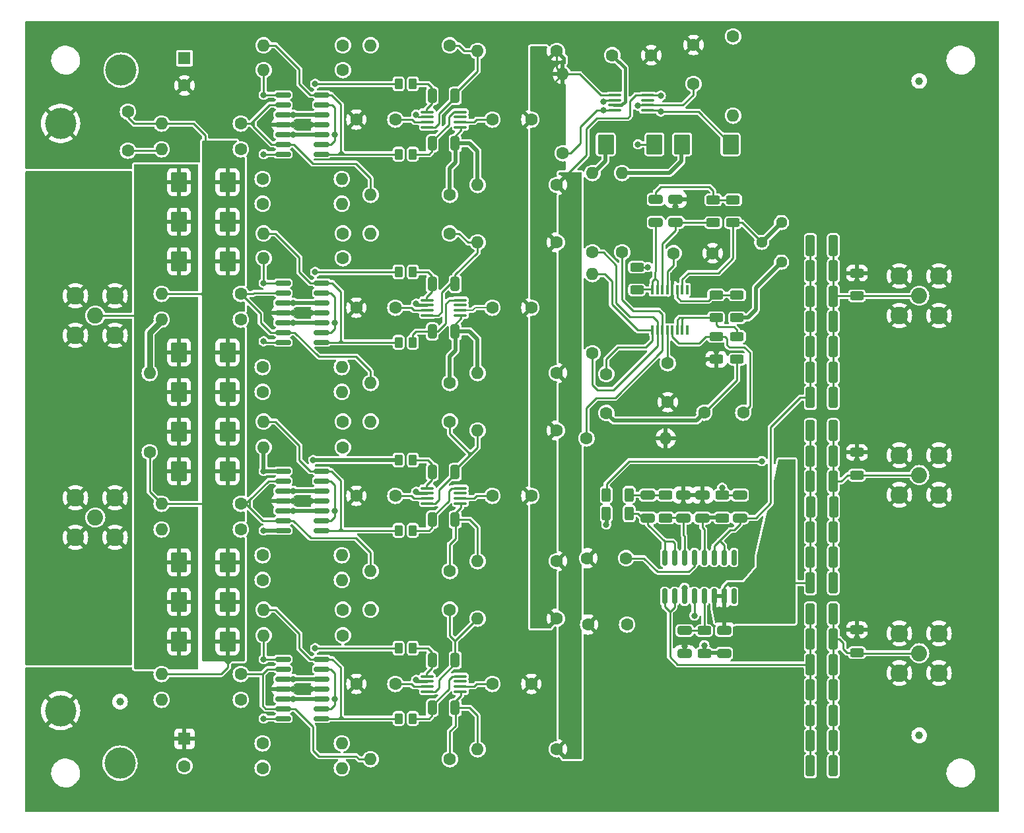
<source format=gbr>
G04 #@! TF.GenerationSoftware,KiCad,Pcbnew,7.0.1*
G04 #@! TF.CreationDate,2023-05-03T08:50:33+02:00*
G04 #@! TF.ProjectId,main,6d61696e-2e6b-4696-9361-645f70636258,rev?*
G04 #@! TF.SameCoordinates,Original*
G04 #@! TF.FileFunction,Copper,L1,Top*
G04 #@! TF.FilePolarity,Positive*
%FSLAX46Y46*%
G04 Gerber Fmt 4.6, Leading zero omitted, Abs format (unit mm)*
G04 Created by KiCad (PCBNEW 7.0.1) date 2023-05-03 08:50:33*
%MOMM*%
%LPD*%
G01*
G04 APERTURE LIST*
G04 Aperture macros list*
%AMRoundRect*
0 Rectangle with rounded corners*
0 $1 Rounding radius*
0 $2 $3 $4 $5 $6 $7 $8 $9 X,Y pos of 4 corners*
0 Add a 4 corners polygon primitive as box body*
4,1,4,$2,$3,$4,$5,$6,$7,$8,$9,$2,$3,0*
0 Add four circle primitives for the rounded corners*
1,1,$1+$1,$2,$3*
1,1,$1+$1,$4,$5*
1,1,$1+$1,$6,$7*
1,1,$1+$1,$8,$9*
0 Add four rect primitives between the rounded corners*
20,1,$1+$1,$2,$3,$4,$5,0*
20,1,$1+$1,$4,$5,$6,$7,0*
20,1,$1+$1,$6,$7,$8,$9,0*
20,1,$1+$1,$8,$9,$2,$3,0*%
G04 Aperture macros list end*
G04 #@! TA.AperFunction,ComponentPad*
%ADD10C,1.440000*%
G04 #@! TD*
G04 #@! TA.AperFunction,SMDPad,CuDef*
%ADD11RoundRect,0.150000X-0.825000X-0.150000X0.825000X-0.150000X0.825000X0.150000X-0.825000X0.150000X0*%
G04 #@! TD*
G04 #@! TA.AperFunction,ComponentPad*
%ADD12C,4.000000*%
G04 #@! TD*
G04 #@! TA.AperFunction,ComponentPad*
%ADD13C,1.600000*%
G04 #@! TD*
G04 #@! TA.AperFunction,ComponentPad*
%ADD14O,1.600000X1.600000*%
G04 #@! TD*
G04 #@! TA.AperFunction,SMDPad,CuDef*
%ADD15RoundRect,0.250000X-0.787500X-1.025000X0.787500X-1.025000X0.787500X1.025000X-0.787500X1.025000X0*%
G04 #@! TD*
G04 #@! TA.AperFunction,ComponentPad*
%ADD16C,2.050000*%
G04 #@! TD*
G04 #@! TA.AperFunction,ComponentPad*
%ADD17C,2.250000*%
G04 #@! TD*
G04 #@! TA.AperFunction,SMDPad,CuDef*
%ADD18RoundRect,0.250000X-0.312500X-0.625000X0.312500X-0.625000X0.312500X0.625000X-0.312500X0.625000X0*%
G04 #@! TD*
G04 #@! TA.AperFunction,SMDPad,CuDef*
%ADD19RoundRect,0.250000X0.625000X-0.312500X0.625000X0.312500X-0.625000X0.312500X-0.625000X-0.312500X0*%
G04 #@! TD*
G04 #@! TA.AperFunction,SMDPad,CuDef*
%ADD20RoundRect,0.250000X-0.650000X0.325000X-0.650000X-0.325000X0.650000X-0.325000X0.650000X0.325000X0*%
G04 #@! TD*
G04 #@! TA.AperFunction,SMDPad,CuDef*
%ADD21C,1.000000*%
G04 #@! TD*
G04 #@! TA.AperFunction,SMDPad,CuDef*
%ADD22RoundRect,0.250000X0.325000X0.650000X-0.325000X0.650000X-0.325000X-0.650000X0.325000X-0.650000X0*%
G04 #@! TD*
G04 #@! TA.AperFunction,SMDPad,CuDef*
%ADD23RoundRect,0.250000X0.650000X-0.325000X0.650000X0.325000X-0.650000X0.325000X-0.650000X-0.325000X0*%
G04 #@! TD*
G04 #@! TA.AperFunction,SMDPad,CuDef*
%ADD24RoundRect,0.250000X0.325000X1.100000X-0.325000X1.100000X-0.325000X-1.100000X0.325000X-1.100000X0*%
G04 #@! TD*
G04 #@! TA.AperFunction,ComponentPad*
%ADD25R,1.600000X1.600000*%
G04 #@! TD*
G04 #@! TA.AperFunction,SMDPad,CuDef*
%ADD26RoundRect,0.250000X0.262500X0.450000X-0.262500X0.450000X-0.262500X-0.450000X0.262500X-0.450000X0*%
G04 #@! TD*
G04 #@! TA.AperFunction,SMDPad,CuDef*
%ADD27RoundRect,0.250000X-0.625000X0.312500X-0.625000X-0.312500X0.625000X-0.312500X0.625000X0.312500X0*%
G04 #@! TD*
G04 #@! TA.AperFunction,SMDPad,CuDef*
%ADD28RoundRect,0.250000X0.312500X0.625000X-0.312500X0.625000X-0.312500X-0.625000X0.312500X-0.625000X0*%
G04 #@! TD*
G04 #@! TA.AperFunction,SMDPad,CuDef*
%ADD29RoundRect,0.100000X-0.712500X-0.100000X0.712500X-0.100000X0.712500X0.100000X-0.712500X0.100000X0*%
G04 #@! TD*
G04 #@! TA.AperFunction,SMDPad,CuDef*
%ADD30RoundRect,0.150000X0.150000X-0.825000X0.150000X0.825000X-0.150000X0.825000X-0.150000X-0.825000X0*%
G04 #@! TD*
G04 #@! TA.AperFunction,SMDPad,CuDef*
%ADD31R,0.400000X1.200000*%
G04 #@! TD*
G04 #@! TA.AperFunction,ViaPad*
%ADD32C,0.800000*%
G04 #@! TD*
G04 #@! TA.AperFunction,Conductor*
%ADD33C,0.250000*%
G04 #@! TD*
G04 #@! TA.AperFunction,Conductor*
%ADD34C,0.762000*%
G04 #@! TD*
G04 #@! TA.AperFunction,Conductor*
%ADD35C,0.508000*%
G04 #@! TD*
G04 #@! TA.AperFunction,Conductor*
%ADD36C,0.254000*%
G04 #@! TD*
G04 #@! TA.AperFunction,Conductor*
%ADD37C,0.381000*%
G04 #@! TD*
G04 #@! TA.AperFunction,Conductor*
%ADD38C,0.200000*%
G04 #@! TD*
G04 APERTURE END LIST*
D10*
X117028000Y-75988000D03*
X114488000Y-73448000D03*
X117028000Y-70908000D03*
D11*
X53085000Y-78655000D03*
X53085000Y-79925000D03*
X53085000Y-81195000D03*
X53085000Y-82465000D03*
X53085000Y-83735000D03*
X53085000Y-85005000D03*
X53085000Y-86275000D03*
X58035000Y-86275000D03*
X58035000Y-85005000D03*
X58035000Y-83735000D03*
X58035000Y-82465000D03*
X58035000Y-81195000D03*
X58035000Y-79925000D03*
X58035000Y-78655000D03*
D12*
X32319000Y-51350000D03*
D13*
X92009000Y-98594000D03*
D14*
X102169000Y-98594000D03*
D15*
X94484500Y-60875000D03*
X100709500Y-60875000D03*
X104263500Y-60875000D03*
X110488500Y-60875000D03*
X39747500Y-65701000D03*
X45972500Y-65701000D03*
X39747500Y-70781000D03*
X45972500Y-70781000D03*
X39747500Y-75861000D03*
X45972500Y-75861000D03*
X39747500Y-87545000D03*
X45972500Y-87545000D03*
X39747500Y-92625000D03*
X45972500Y-92625000D03*
X39747500Y-97705000D03*
X45972500Y-97705000D03*
X39747500Y-102785000D03*
X45972500Y-102785000D03*
X39747500Y-114469000D03*
X45972500Y-114469000D03*
X39747500Y-119549000D03*
X45972500Y-119549000D03*
X39747500Y-124629000D03*
X45972500Y-124629000D03*
D16*
X134681000Y-80306000D03*
D17*
X132141000Y-77766000D03*
X132141000Y-82846000D03*
X137221000Y-77766000D03*
X137221000Y-82846000D03*
D16*
X29017000Y-82846000D03*
D17*
X26477000Y-80306000D03*
X26477000Y-85386000D03*
X31557000Y-80306000D03*
X31557000Y-85386000D03*
D16*
X29017000Y-108754000D03*
D17*
X26477000Y-106214000D03*
X26477000Y-111294000D03*
X31557000Y-106214000D03*
X31557000Y-111294000D03*
D12*
X32192000Y-140250000D03*
X24572000Y-58208000D03*
X24572000Y-133519000D03*
D16*
X134681000Y-103293000D03*
D17*
X132141000Y-100753000D03*
X132141000Y-105833000D03*
X137221000Y-100753000D03*
X137221000Y-105833000D03*
D16*
X134681000Y-126153000D03*
D17*
X132141000Y-123613000D03*
X132141000Y-128693000D03*
X137221000Y-123613000D03*
X137221000Y-128693000D03*
D18*
X94557500Y-108246000D03*
X97482500Y-108246000D03*
D19*
X102169000Y-108794100D03*
X102169000Y-105869100D03*
D20*
X109662000Y-123255600D03*
X109662000Y-126205600D03*
D21*
X32192000Y-132376000D03*
X134681000Y-136694000D03*
X134681000Y-52747000D03*
D11*
X53085000Y-54525000D03*
X53085000Y-55795000D03*
X53085000Y-57065000D03*
X53085000Y-58335000D03*
X53085000Y-59605000D03*
X53085000Y-60875000D03*
X53085000Y-62145000D03*
X58035000Y-62145000D03*
X58035000Y-60875000D03*
X58035000Y-59605000D03*
X58035000Y-58335000D03*
X58035000Y-57065000D03*
X58035000Y-55795000D03*
X58035000Y-54525000D03*
X53085000Y-102785000D03*
X53085000Y-104055000D03*
X53085000Y-105325000D03*
X53085000Y-106595000D03*
X53085000Y-107865000D03*
X53085000Y-109135000D03*
X53085000Y-110405000D03*
X58035000Y-110405000D03*
X58035000Y-109135000D03*
X58035000Y-107865000D03*
X58035000Y-106595000D03*
X58035000Y-105325000D03*
X58035000Y-104055000D03*
X58035000Y-102785000D03*
X53085000Y-126915000D03*
X53085000Y-128185000D03*
X53085000Y-129455000D03*
X53085000Y-130725000D03*
X53085000Y-131995000D03*
X53085000Y-133265000D03*
X53085000Y-134535000D03*
X58035000Y-134535000D03*
X58035000Y-133265000D03*
X58035000Y-131995000D03*
X58035000Y-130725000D03*
X58035000Y-129455000D03*
X58035000Y-128185000D03*
X58035000Y-126915000D03*
D13*
X97216000Y-122470000D03*
X92216000Y-122470000D03*
X97089000Y-113961000D03*
X92089000Y-113961000D03*
D22*
X75172000Y-54652000D03*
X72222000Y-54652000D03*
X75172000Y-60748000D03*
X72222000Y-60748000D03*
D13*
X67498000Y-57700000D03*
X62498000Y-57700000D03*
X79944000Y-57700000D03*
X84944000Y-57700000D03*
X33208000Y-56684000D03*
X33208000Y-61684000D03*
X95311000Y-49445000D03*
X100311000Y-49445000D03*
X105725000Y-53128000D03*
X105725000Y-48128000D03*
X102423000Y-88942000D03*
X102423000Y-93942000D03*
X103185000Y-74845000D03*
X108185000Y-74845000D03*
X94549000Y-95339000D03*
X94549000Y-90339000D03*
X112122000Y-95292000D03*
X107122000Y-95292000D03*
D23*
X100899000Y-70883000D03*
X100899000Y-67933000D03*
X99883000Y-108808000D03*
X99883000Y-105858000D03*
X103439000Y-70883000D03*
X103439000Y-67933000D03*
X104455000Y-108808000D03*
X104455000Y-105858000D03*
X111694000Y-108808000D03*
X111694000Y-105858000D03*
X106868000Y-108808000D03*
X106868000Y-105858000D03*
D20*
X104582000Y-123257000D03*
X104582000Y-126207000D03*
D24*
X123670000Y-97608000D03*
X120720000Y-97608000D03*
X123670000Y-100858000D03*
X120720000Y-100858000D03*
X123670000Y-104108000D03*
X120720000Y-104108000D03*
X123695000Y-107358000D03*
X120745000Y-107358000D03*
X123670000Y-110608000D03*
X120720000Y-110608000D03*
X123670000Y-113858000D03*
X120720000Y-113858000D03*
X123670000Y-117108000D03*
X120720000Y-117108000D03*
X123670000Y-73858000D03*
X120720000Y-73858000D03*
X123670000Y-77108000D03*
X120720000Y-77108000D03*
X123670000Y-80358000D03*
X120720000Y-80358000D03*
X123670000Y-83608000D03*
X120720000Y-83608000D03*
X123670000Y-121108000D03*
X120720000Y-121108000D03*
X123670000Y-124358000D03*
X120720000Y-124358000D03*
X123670000Y-127608000D03*
X120720000Y-127608000D03*
X123670000Y-134108000D03*
X120720000Y-134108000D03*
X123670000Y-86858000D03*
X120720000Y-86858000D03*
X123670000Y-90108000D03*
X120720000Y-90108000D03*
X123670000Y-93358000D03*
X120720000Y-93358000D03*
X123670000Y-130858000D03*
X120720000Y-130858000D03*
X123670000Y-140608000D03*
X120720000Y-140608000D03*
X123670000Y-137358000D03*
X120720000Y-137358000D03*
D22*
X75172000Y-78782000D03*
X72222000Y-78782000D03*
X75172000Y-84878000D03*
X72222000Y-84878000D03*
D13*
X67498000Y-81830000D03*
X62498000Y-81830000D03*
X79944000Y-81830000D03*
X84944000Y-81830000D03*
D22*
X75172000Y-102912000D03*
X72222000Y-102912000D03*
X75172000Y-109008000D03*
X72222000Y-109008000D03*
D13*
X67498000Y-105960000D03*
X62498000Y-105960000D03*
X79944000Y-105960000D03*
X84944000Y-105960000D03*
D22*
X75172000Y-127042000D03*
X72222000Y-127042000D03*
X75172000Y-133138000D03*
X72222000Y-133138000D03*
D13*
X67498000Y-130090000D03*
X62498000Y-130090000D03*
X79944000Y-130090000D03*
X84944000Y-130090000D03*
D25*
X40447000Y-49826000D03*
D13*
X40447000Y-53326000D03*
D25*
X40447000Y-137131000D03*
D13*
X40447000Y-140631000D03*
X88199000Y-48908000D03*
D14*
X78039000Y-48908000D03*
D13*
X88199000Y-66082000D03*
D14*
X78039000Y-66082000D03*
D13*
X47686000Y-58208000D03*
D14*
X37526000Y-58208000D03*
D13*
X47686000Y-61510000D03*
D14*
X37526000Y-61510000D03*
D13*
X60767000Y-51350000D03*
D14*
X50607000Y-51350000D03*
D13*
X50480000Y-65320000D03*
D14*
X60640000Y-65320000D03*
D13*
X60767000Y-48175000D03*
D14*
X50607000Y-48175000D03*
D13*
X74483000Y-48175000D03*
D14*
X64323000Y-48175000D03*
D13*
X74483000Y-67352000D03*
D14*
X64323000Y-67352000D03*
D13*
X50480000Y-68495000D03*
D14*
X60640000Y-68495000D03*
D26*
X69741500Y-53128000D03*
X67916500Y-53128000D03*
X69741500Y-62145000D03*
X67916500Y-62145000D03*
D13*
X36002000Y-100372000D03*
D14*
X36002000Y-90212000D03*
D13*
X88961000Y-62018000D03*
D14*
X88961000Y-51858000D03*
D13*
X110805000Y-47032000D03*
D14*
X110805000Y-57192000D03*
D13*
X96581000Y-74718000D03*
D14*
X96581000Y-64558000D03*
D13*
X92771000Y-74718000D03*
D14*
X92771000Y-64558000D03*
D13*
X92771000Y-87672000D03*
D14*
X92771000Y-77512000D03*
D19*
X111313000Y-88446500D03*
X111313000Y-85521500D03*
D27*
X108646000Y-85521500D03*
X108646000Y-88446500D03*
X108646000Y-80187500D03*
X108646000Y-83112500D03*
D19*
X111313000Y-83112500D03*
X111313000Y-80187500D03*
D27*
X110805000Y-67995500D03*
X110805000Y-70920500D03*
D28*
X97482500Y-105833000D03*
X94557500Y-105833000D03*
D19*
X108265000Y-70920500D03*
X108265000Y-67995500D03*
D27*
X98486000Y-76631500D03*
X98486000Y-79556500D03*
D19*
X109408000Y-108794100D03*
X109408000Y-105869100D03*
D27*
X107122000Y-123268100D03*
X107122000Y-126193100D03*
X126695000Y-100395500D03*
X126695000Y-103320500D03*
X126695000Y-123145500D03*
X126695000Y-126070500D03*
X126695000Y-77395500D03*
X126695000Y-80320500D03*
D13*
X47686000Y-80052000D03*
D14*
X37526000Y-80052000D03*
D13*
X47686000Y-83354000D03*
D14*
X37526000Y-83354000D03*
D13*
X60767000Y-75480000D03*
D14*
X50607000Y-75480000D03*
D13*
X50480000Y-89450000D03*
D14*
X60640000Y-89450000D03*
D13*
X60767000Y-72305000D03*
D14*
X50607000Y-72305000D03*
D13*
X74483000Y-72305000D03*
D14*
X64323000Y-72305000D03*
D13*
X74483000Y-91482000D03*
D14*
X64323000Y-91482000D03*
D13*
X50480000Y-92625000D03*
D14*
X60640000Y-92625000D03*
D26*
X69741500Y-77258000D03*
X67916500Y-77258000D03*
X69741500Y-86275000D03*
X67916500Y-86275000D03*
D13*
X88199000Y-73448000D03*
D14*
X78039000Y-73448000D03*
D13*
X88199000Y-90212000D03*
D14*
X78039000Y-90212000D03*
D13*
X88199000Y-97578000D03*
D14*
X78039000Y-97578000D03*
D13*
X88199000Y-114342000D03*
D14*
X78039000Y-114342000D03*
D13*
X47686000Y-106976000D03*
D14*
X37526000Y-106976000D03*
D13*
X47686000Y-110278000D03*
D14*
X37526000Y-110278000D03*
D13*
X60767000Y-99737000D03*
D14*
X50607000Y-99737000D03*
D13*
X50480000Y-113580000D03*
D14*
X60640000Y-113580000D03*
D13*
X60767000Y-96435000D03*
D14*
X50607000Y-96435000D03*
D13*
X74483000Y-96435000D03*
D14*
X64323000Y-96435000D03*
D13*
X74483000Y-115612000D03*
D14*
X64323000Y-115612000D03*
D13*
X50480000Y-116755000D03*
D14*
X60640000Y-116755000D03*
D26*
X69741500Y-101388000D03*
X67916500Y-101388000D03*
X69741500Y-110405000D03*
X67916500Y-110405000D03*
D13*
X88199000Y-121708000D03*
D14*
X78039000Y-121708000D03*
D13*
X88199000Y-138472000D03*
D14*
X78039000Y-138472000D03*
D13*
X47686000Y-128820000D03*
D14*
X37526000Y-128820000D03*
D13*
X47686000Y-132122000D03*
D14*
X37526000Y-132122000D03*
D13*
X60767000Y-123867000D03*
D14*
X50607000Y-123867000D03*
D13*
X50480000Y-137710000D03*
D14*
X60640000Y-137710000D03*
D13*
X60767000Y-120565000D03*
D14*
X50607000Y-120565000D03*
D13*
X74483000Y-120565000D03*
D14*
X64323000Y-120565000D03*
D13*
X74483000Y-139742000D03*
D14*
X64323000Y-139742000D03*
D13*
X50480000Y-140885000D03*
D14*
X60640000Y-140885000D03*
D26*
X69741500Y-125518000D03*
X67916500Y-125518000D03*
X69741500Y-134535000D03*
X67916500Y-134535000D03*
D29*
X71608500Y-56725000D03*
X71608500Y-57375000D03*
X71608500Y-58025000D03*
X71608500Y-58675000D03*
X75833500Y-58675000D03*
X75833500Y-58025000D03*
X75833500Y-57375000D03*
X75833500Y-56725000D03*
X95611500Y-54566000D03*
X95611500Y-55216000D03*
X95611500Y-55866000D03*
X95611500Y-56516000D03*
X99836500Y-56516000D03*
X99836500Y-55866000D03*
X99836500Y-55216000D03*
X99836500Y-54566000D03*
D30*
X102042000Y-118849000D03*
X103312000Y-118849000D03*
X104582000Y-118849000D03*
X105852000Y-118849000D03*
X107122000Y-118849000D03*
X108392000Y-118849000D03*
X109662000Y-118849000D03*
X110932000Y-118849000D03*
X110932000Y-113899000D03*
X109662000Y-113899000D03*
X108392000Y-113899000D03*
X107122000Y-113899000D03*
X105852000Y-113899000D03*
X104582000Y-113899000D03*
X103312000Y-113899000D03*
X102042000Y-113899000D03*
D29*
X71608500Y-80855000D03*
X71608500Y-81505000D03*
X71608500Y-82155000D03*
X71608500Y-82805000D03*
X75833500Y-82805000D03*
X75833500Y-82155000D03*
X75833500Y-81505000D03*
X75833500Y-80855000D03*
X71608500Y-104985000D03*
X71608500Y-105635000D03*
X71608500Y-106285000D03*
X71608500Y-106935000D03*
X75833500Y-106935000D03*
X75833500Y-106285000D03*
X75833500Y-105635000D03*
X75833500Y-104985000D03*
X71608500Y-129115000D03*
X71608500Y-129765000D03*
X71608500Y-130415000D03*
X71608500Y-131065000D03*
X75833500Y-131065000D03*
X75833500Y-130415000D03*
X75833500Y-129765000D03*
X75833500Y-129115000D03*
D31*
X100472500Y-84708000D03*
X101107500Y-84708000D03*
X101742500Y-84708000D03*
X102377500Y-84708000D03*
X103012500Y-84708000D03*
X103647500Y-84708000D03*
X104282500Y-84708000D03*
X104917500Y-84708000D03*
X104917500Y-79508000D03*
X104282500Y-79508000D03*
X103647500Y-79508000D03*
X103012500Y-79508000D03*
X102377500Y-79508000D03*
X101742500Y-79508000D03*
X101107500Y-79508000D03*
X100472500Y-79508000D03*
D32*
X98613000Y-60875000D03*
X94168000Y-56516000D03*
X101534000Y-56684000D03*
X70165000Y-57065000D03*
X56703000Y-82465000D03*
X140945000Y-65108000D03*
X130945000Y-110108000D03*
X120945000Y-60108000D03*
X140945000Y-90108000D03*
X76896000Y-103674000D03*
X130945000Y-60108000D03*
X93445000Y-145108000D03*
X76896000Y-127804000D03*
X126695000Y-124153000D03*
X103195000Y-110908000D03*
X108646000Y-87418000D03*
X104963000Y-91482000D03*
X140945000Y-80108000D03*
X103439000Y-68876000D03*
X126695000Y-101403000D03*
X104074000Y-82211000D03*
X140945000Y-100108000D03*
X140945000Y-60108000D03*
X140945000Y-135108000D03*
X95184000Y-52366000D03*
X106868000Y-106976000D03*
X120945000Y-50108000D03*
X95345000Y-85308000D03*
X54417000Y-58335000D03*
X128445000Y-140108000D03*
X103445000Y-135108000D03*
X103445000Y-130108000D03*
X130945000Y-50108000D03*
X130945000Y-65108000D03*
X54417000Y-106595000D03*
X102804000Y-80687000D03*
X54417000Y-130725000D03*
X54417000Y-82465000D03*
X109408000Y-81576000D03*
X108145000Y-110358000D03*
X56703000Y-106595000D03*
X104582000Y-125264000D03*
X130945000Y-55108000D03*
X126695000Y-78424000D03*
X76896000Y-79544000D03*
X128445000Y-135108000D03*
X95945000Y-130108000D03*
X110945000Y-130108000D03*
X130945000Y-90108000D03*
X120945000Y-55108000D03*
X104455000Y-106976000D03*
X56703000Y-130725000D03*
X110945000Y-135108000D03*
X110945000Y-140108000D03*
X140945000Y-110108000D03*
X93445000Y-132608000D03*
X120945000Y-65108000D03*
X95945000Y-135108000D03*
X140945000Y-120108000D03*
X93445000Y-140108000D03*
X105725000Y-111294000D03*
X140945000Y-127608000D03*
X100137000Y-81195000D03*
X106614000Y-89196000D03*
X76896000Y-55414000D03*
X56703000Y-58335000D03*
X101534000Y-54652000D03*
X94168000Y-55414000D03*
X59751000Y-59605000D03*
X54417000Y-57065000D03*
X54417000Y-59605000D03*
X50607000Y-62145000D03*
X50607000Y-54525000D03*
X57211000Y-53128000D03*
X59751000Y-83735000D03*
X54417000Y-81195000D03*
X54417000Y-83735000D03*
X109408000Y-104944000D03*
X99883000Y-76623000D03*
X107122000Y-125137000D03*
X94549000Y-109643000D03*
X50607000Y-78655000D03*
X50607000Y-86148000D03*
X57211000Y-77258000D03*
X59751000Y-107865000D03*
X54417000Y-105325000D03*
X70165000Y-81322000D03*
X54417000Y-107865000D03*
X56957000Y-101388000D03*
X50607000Y-110405000D03*
X50607000Y-102785000D03*
X59751000Y-131995000D03*
X54417000Y-129455000D03*
X54417000Y-131995000D03*
X70165000Y-105452000D03*
X57211000Y-125518000D03*
X50607000Y-126915000D03*
X50607000Y-134535000D03*
X114488000Y-101515000D03*
X104582000Y-117771000D03*
X70165000Y-129582000D03*
X105852000Y-121327000D03*
X98613000Y-55922000D03*
D33*
X34404000Y-82846000D02*
X35250000Y-82000000D01*
X35240000Y-81990000D02*
X35240000Y-77385000D01*
X29017000Y-82846000D02*
X34404000Y-82846000D01*
X35250000Y-82000000D02*
X35240000Y-81990000D01*
X35240000Y-77385000D02*
X36764000Y-75861000D01*
X36764000Y-75861000D02*
X39685000Y-75861000D01*
X43241000Y-107244000D02*
X43241000Y-107611000D01*
X36002000Y-100372000D02*
X36002000Y-105452000D01*
X43241000Y-107611000D02*
X43241000Y-113707000D01*
X46035000Y-102785000D02*
X44130000Y-102785000D01*
X43368000Y-79290000D02*
X43368000Y-79925000D01*
X44003000Y-65701000D02*
X43114000Y-64812000D01*
X42606000Y-106976000D02*
X42973000Y-106976000D01*
X46035000Y-124629000D02*
X46035000Y-119549000D01*
X42606000Y-80052000D02*
X43368000Y-80814000D01*
X46035000Y-75861000D02*
X46035000Y-65701000D01*
X43368000Y-79290000D02*
X42606000Y-80052000D01*
X46035000Y-87545000D02*
X46035000Y-92625000D01*
X46035000Y-127423000D02*
X45527000Y-126915000D01*
X46035000Y-127931000D02*
X46035000Y-127550000D01*
X43241000Y-113707000D02*
X44003000Y-114469000D01*
X42606000Y-80052000D02*
X43241000Y-80052000D01*
X37526000Y-106976000D02*
X42479000Y-106976000D01*
X43241000Y-106341000D02*
X43241000Y-106976000D01*
X43368000Y-79290000D02*
X43368000Y-76623000D01*
X46035000Y-127550000D02*
X46035000Y-127423000D01*
X46035000Y-127423000D02*
X46543000Y-126915000D01*
X42973000Y-106976000D02*
X43241000Y-107244000D01*
X43368000Y-87037000D02*
X43876000Y-87545000D01*
X43368000Y-79925000D02*
X43368000Y-80814000D01*
X43368000Y-80814000D02*
X43368000Y-87037000D01*
X43114000Y-64812000D02*
X43114000Y-59732000D01*
X43241000Y-80052000D02*
X43368000Y-79925000D01*
X44130000Y-75861000D02*
X46035000Y-75861000D01*
X46035000Y-97705000D02*
X46035000Y-102785000D01*
X41590000Y-58208000D02*
X37526000Y-58208000D01*
X37526000Y-80052000D02*
X42606000Y-80052000D01*
X43876000Y-87545000D02*
X46035000Y-87545000D01*
X33208000Y-57446000D02*
X33970000Y-58208000D01*
X44003000Y-114469000D02*
X46035000Y-114469000D01*
X45146000Y-128820000D02*
X46035000Y-127931000D01*
X42973000Y-106976000D02*
X43241000Y-106708000D01*
X43241000Y-103674000D02*
X43241000Y-106341000D01*
X36002000Y-105452000D02*
X37526000Y-106976000D01*
X33208000Y-56684000D02*
X33208000Y-57446000D01*
X43368000Y-76623000D02*
X44130000Y-75861000D01*
X46035000Y-127550000D02*
X46035000Y-124629000D01*
X42479000Y-106976000D02*
X43241000Y-106976000D01*
X44130000Y-102785000D02*
X43241000Y-103674000D01*
X46035000Y-114469000D02*
X46035000Y-119549000D01*
X46035000Y-92625000D02*
X46035000Y-97705000D01*
X43114000Y-59732000D02*
X41590000Y-58208000D01*
X43241000Y-106976000D02*
X43241000Y-107611000D01*
X42479000Y-106976000D02*
X42606000Y-106976000D01*
X46035000Y-65701000D02*
X44003000Y-65701000D01*
X33970000Y-58208000D02*
X37526000Y-58208000D01*
X43241000Y-106708000D02*
X43241000Y-106341000D01*
X37526000Y-128820000D02*
X45146000Y-128820000D01*
D34*
X37526000Y-83481000D02*
X36002000Y-85005000D01*
D33*
X33208000Y-61684000D02*
X37352000Y-61684000D01*
X37352000Y-61684000D02*
X37526000Y-61510000D01*
D34*
X36002000Y-85005000D02*
X36002000Y-90212000D01*
X37526000Y-83354000D02*
X37526000Y-83481000D01*
D33*
X98613000Y-60875000D02*
X100772000Y-60875000D01*
X93337000Y-56516000D02*
X94168000Y-56516000D01*
X91247000Y-58606000D02*
X93337000Y-56516000D01*
X88961000Y-62018000D02*
X89977000Y-62018000D01*
X89977000Y-62018000D02*
X91247000Y-60748000D01*
X94168000Y-56516000D02*
X95524000Y-56516000D01*
X91247000Y-60748000D02*
X91247000Y-58606000D01*
X101366000Y-56516000D02*
X101534000Y-56684000D01*
X106360000Y-56684000D02*
X110551000Y-60875000D01*
X101534000Y-56684000D02*
X106360000Y-56684000D01*
X99924000Y-56516000D02*
X101366000Y-56516000D01*
X106451000Y-86402000D02*
X107319000Y-85534000D01*
X107319000Y-85534000D02*
X109771000Y-85534000D01*
X112247000Y-86910000D02*
X112945000Y-87608000D01*
X110045000Y-85808000D02*
X110045000Y-86608000D01*
X112945000Y-87608000D02*
X112945000Y-94469000D01*
X102994500Y-84684000D02*
X102994500Y-85576500D01*
X103820000Y-86402000D02*
X106451000Y-86402000D01*
X112945000Y-94469000D02*
X112122000Y-95292000D01*
X110347000Y-86910000D02*
X112247000Y-86910000D01*
X102994500Y-85576500D02*
X103820000Y-86402000D01*
X110045000Y-86608000D02*
X110347000Y-86910000D01*
X109771000Y-85534000D02*
X110045000Y-85808000D01*
X100795000Y-77258000D02*
X100899000Y-77154000D01*
X100795000Y-78058000D02*
X100795000Y-77258000D01*
X100454500Y-78398500D02*
X100795000Y-78058000D01*
X100899000Y-70908000D02*
X100899000Y-77154000D01*
X100454500Y-79484000D02*
X98546000Y-79484000D01*
X101089500Y-78352500D02*
X101089500Y-79484000D01*
X100795000Y-78058000D02*
X101089500Y-78352500D01*
X98546000Y-79484000D02*
X98486000Y-79544000D01*
X100454500Y-79484000D02*
X100454500Y-78398500D01*
X75197000Y-54319000D02*
X75197000Y-54827000D01*
X75612000Y-48175000D02*
X76345000Y-48908000D01*
X74483000Y-48175000D02*
X75612000Y-48175000D01*
X78039000Y-48908000D02*
X78039000Y-51477000D01*
X75197000Y-54827000D02*
X73086000Y-56938000D01*
X78039000Y-51477000D02*
X75197000Y-54319000D01*
X72619000Y-58675000D02*
X71521000Y-58675000D01*
X76345000Y-48908000D02*
X78039000Y-48908000D01*
X73086000Y-58208000D02*
X72619000Y-58675000D01*
X73086000Y-56938000D02*
X73086000Y-58208000D01*
X71689000Y-53128000D02*
X72197000Y-53636000D01*
X72197000Y-55668000D02*
X72197000Y-54652000D01*
X71521000Y-56344000D02*
X72197000Y-55668000D01*
X72197000Y-53636000D02*
X72197000Y-54652000D01*
X71521000Y-56725000D02*
X71521000Y-56344000D01*
X69779000Y-53128000D02*
X71689000Y-53128000D01*
X74356000Y-57319000D02*
X74356000Y-58335000D01*
X74356000Y-58335000D02*
X72197000Y-60494000D01*
X71816000Y-62145000D02*
X69766500Y-62145000D01*
X75921000Y-56725000D02*
X74950000Y-56725000D01*
X74950000Y-56725000D02*
X74356000Y-57319000D01*
X72197000Y-61764000D02*
X71816000Y-62145000D01*
X72197000Y-60748000D02*
X72197000Y-61764000D01*
X72197000Y-60494000D02*
X72197000Y-60748000D01*
X103039000Y-111802000D02*
X102042000Y-111802000D01*
X99883000Y-108833000D02*
X99883000Y-109643000D01*
X102042000Y-111802000D02*
X102042000Y-113674000D01*
X99883000Y-108833000D02*
X99200000Y-108833000D01*
X99200000Y-108833000D02*
X98613000Y-108246000D01*
X98613000Y-108246000D02*
X97470000Y-108246000D01*
X103312000Y-113899000D02*
X103312000Y-112075000D01*
X103312000Y-112075000D02*
X103039000Y-111802000D01*
X99883000Y-109643000D02*
X102042000Y-111802000D01*
D35*
X78039000Y-61764000D02*
X78039000Y-66082000D01*
D33*
X75921000Y-59056000D02*
X75197000Y-59780000D01*
X75921000Y-58675000D02*
X75921000Y-59056000D01*
X75197000Y-59780000D02*
X75197000Y-60748000D01*
D35*
X75197000Y-60748000D02*
X77023000Y-60748000D01*
X74483000Y-63923000D02*
X74483000Y-67352000D01*
X77023000Y-60748000D02*
X78039000Y-61764000D01*
X75197000Y-63209000D02*
X74483000Y-63923000D01*
X75197000Y-60748000D02*
X75197000Y-63209000D01*
D33*
X71521000Y-57375000D02*
X70475000Y-57375000D01*
X70475000Y-57375000D02*
X70165000Y-57065000D01*
D35*
X106868000Y-105833000D02*
X106868000Y-106976000D01*
X58260000Y-106595000D02*
X56703000Y-106595000D01*
X108646000Y-88434000D02*
X107376000Y-88434000D01*
X106614000Y-89831000D02*
X104963000Y-91482000D01*
X108646000Y-88434000D02*
X108646000Y-87418000D01*
X58260000Y-130725000D02*
X56703000Y-130725000D01*
D33*
X102994500Y-80496500D02*
X102804000Y-80687000D01*
D35*
X52860000Y-82465000D02*
X54417000Y-82465000D01*
D33*
X102994500Y-79484000D02*
X102994500Y-80496500D01*
D36*
X106868000Y-106976000D02*
X106741000Y-106976000D01*
D35*
X103439000Y-67908000D02*
X103439000Y-68876000D01*
X126695000Y-123158000D02*
X126695000Y-124153000D01*
X104582000Y-126232000D02*
X104582000Y-125264000D01*
X52860000Y-130725000D02*
X54417000Y-130725000D01*
X58260000Y-58335000D02*
X56703000Y-58335000D01*
X104455000Y-105833000D02*
X104455000Y-106976000D01*
X107376000Y-88434000D02*
X106614000Y-89196000D01*
X126695000Y-77408000D02*
X126695000Y-78424000D01*
X106614000Y-89196000D02*
X106614000Y-89831000D01*
X52860000Y-106595000D02*
X54417000Y-106595000D01*
X126695000Y-100408000D02*
X126695000Y-101403000D01*
X58260000Y-82465000D02*
X56703000Y-82465000D01*
X52860000Y-58335000D02*
X54417000Y-58335000D01*
D33*
X88961000Y-51858000D02*
X86548000Y-54271000D01*
X88199000Y-97578000D02*
X86548000Y-95927000D01*
X91120000Y-51858000D02*
X88961000Y-51858000D01*
X86548000Y-73448000D02*
X86548000Y-71797000D01*
X86548000Y-97578000D02*
X86548000Y-120057000D01*
X86548000Y-73575000D02*
X86548000Y-95927000D01*
X86548000Y-54271000D02*
X86548000Y-71797000D01*
X88961000Y-51858000D02*
X88199000Y-51096000D01*
X88199000Y-73448000D02*
X86548000Y-71797000D01*
X86548000Y-73448000D02*
X86548000Y-73575000D01*
X93828000Y-54566000D02*
X91120000Y-51858000D01*
X86548000Y-120057000D02*
X88199000Y-121708000D01*
X88199000Y-48908000D02*
X88199000Y-51096000D01*
X86548000Y-95927000D02*
X86548000Y-97578000D01*
X95524000Y-54566000D02*
X93828000Y-54566000D01*
X97597000Y-57192000D02*
X97281000Y-57508000D01*
D36*
X89977000Y-112564000D02*
X89977000Y-114342000D01*
X88199000Y-114342000D02*
X89977000Y-112564000D01*
X89977000Y-114342000D02*
X89977000Y-136694000D01*
D33*
X97281000Y-57508000D02*
X93345000Y-57508000D01*
D36*
X89977000Y-136694000D02*
X88199000Y-138472000D01*
D33*
X92009000Y-58844000D02*
X92009000Y-62272000D01*
X93345000Y-57508000D02*
X92009000Y-58844000D01*
D36*
X89977000Y-67860000D02*
X89977000Y-88434000D01*
X89977000Y-90212000D02*
X89977000Y-112564000D01*
X89977000Y-88434000D02*
X89977000Y-90212000D01*
D33*
X101534000Y-54652000D02*
X101448000Y-54566000D01*
X97597000Y-55287000D02*
X97597000Y-57192000D01*
D36*
X89977000Y-66717000D02*
X89977000Y-67860000D01*
D33*
X92009000Y-62272000D02*
X88199000Y-66082000D01*
X101448000Y-54566000D02*
X98318000Y-54566000D01*
D36*
X88199000Y-66082000D02*
X89977000Y-67860000D01*
D33*
X98318000Y-54566000D02*
X97597000Y-55287000D01*
D36*
X88199000Y-90212000D02*
X89977000Y-88434000D01*
D33*
X101742500Y-73620500D02*
X103439000Y-71924000D01*
X108265000Y-70908000D02*
X103439000Y-70908000D01*
X103439000Y-71924000D02*
X103439000Y-70908000D01*
X101742500Y-79508000D02*
X101742500Y-73620500D01*
X104455000Y-108733000D02*
X104455000Y-111014600D01*
X104455000Y-111014600D02*
X104582000Y-111141600D01*
X102169000Y-108731600D02*
X104453600Y-108731600D01*
X104582000Y-111141600D02*
X104582000Y-113674000D01*
X104453600Y-108731600D02*
X104455000Y-108733000D01*
X119445000Y-93358000D02*
X120720000Y-93358000D01*
X111694000Y-108808000D02*
X113745000Y-108808000D01*
X111694000Y-109609000D02*
X110945000Y-110358000D01*
X113745000Y-108808000D02*
X115631000Y-106922000D01*
X120720000Y-73858000D02*
X120720000Y-93358000D01*
X108392000Y-112411000D02*
X109070000Y-111733000D01*
X111694000Y-108808000D02*
X111694000Y-109609000D01*
X109662000Y-113899000D02*
X109662000Y-112325000D01*
X110945000Y-110358000D02*
X110445000Y-110358000D01*
X109662000Y-112325000D02*
X109070000Y-111733000D01*
X109070000Y-111733000D02*
X110445000Y-110358000D01*
X115631000Y-97172000D02*
X119445000Y-93358000D01*
X115631000Y-106922000D02*
X115631000Y-97172000D01*
X108392000Y-113899000D02*
X108392000Y-112411000D01*
X95524000Y-55216000D02*
X94366000Y-55216000D01*
X94366000Y-55216000D02*
X94168000Y-55414000D01*
D35*
X92898000Y-64558000D02*
X94422000Y-63034000D01*
X94422000Y-63034000D02*
X94422000Y-60875000D01*
X92771000Y-64558000D02*
X92898000Y-64558000D01*
X96581000Y-64558000D02*
X102677000Y-64558000D01*
X104201000Y-63034000D02*
X104201000Y-60875000D01*
X102677000Y-64558000D02*
X104201000Y-63034000D01*
D33*
X109662000Y-118849000D02*
X109662000Y-121108000D01*
X108392000Y-120555000D02*
X108945000Y-121108000D01*
X109662000Y-118849000D02*
X109662000Y-117641000D01*
X110162000Y-117141000D02*
X120687000Y-117141000D01*
X109662000Y-117641000D02*
X110162000Y-117141000D01*
X108945000Y-121108000D02*
X109662000Y-121108000D01*
X120720000Y-97608000D02*
X120720000Y-117108000D01*
X120687000Y-117141000D02*
X120720000Y-117108000D01*
X108392000Y-118849000D02*
X108392000Y-120555000D01*
X109662000Y-121108000D02*
X109662000Y-123255600D01*
X106868000Y-110024000D02*
X107122000Y-110278000D01*
D35*
X109408000Y-108733000D02*
X106968000Y-108733000D01*
D33*
X106868000Y-108733000D02*
X106868000Y-110024000D01*
D35*
X106968000Y-108733000D02*
X106868000Y-108833000D01*
D33*
X107122000Y-110278000D02*
X107122000Y-113674000D01*
X95276500Y-81439500D02*
X98545000Y-84708000D01*
X92771000Y-77512000D02*
X94341000Y-77512000D01*
X94341000Y-77512000D02*
X94345000Y-77508000D01*
X96073000Y-86910000D02*
X94549000Y-88434000D01*
X100472500Y-84708000D02*
X100472500Y-86066500D01*
X98545000Y-84708000D02*
X100472500Y-84708000D01*
X94345000Y-77508000D02*
X95276500Y-78439500D01*
X100472500Y-86066500D02*
X99629000Y-86910000D01*
X99629000Y-86910000D02*
X96073000Y-86910000D01*
X94549000Y-88434000D02*
X94549000Y-90339000D01*
X95276500Y-78439500D02*
X95276500Y-81439500D01*
X104582000Y-123232000D02*
X107122000Y-123232000D01*
X107122000Y-119074000D02*
X107122000Y-123232000D01*
X102042000Y-118849000D02*
X102042000Y-120205000D01*
X120720000Y-127608000D02*
X103695000Y-127608000D01*
X102695000Y-120858000D02*
X103312000Y-120241000D01*
X102042000Y-120205000D02*
X102695000Y-120858000D01*
X103695000Y-127608000D02*
X102695000Y-126608000D01*
X102695000Y-126608000D02*
X102695000Y-120858000D01*
X103312000Y-120241000D02*
X103312000Y-118849000D01*
X120720000Y-121108000D02*
X120720000Y-140608000D01*
X74483000Y-120565000D02*
X74483000Y-123896000D01*
X75172000Y-127042000D02*
X75172000Y-124585000D01*
X73086000Y-130598000D02*
X72619000Y-131065000D01*
X72619000Y-131065000D02*
X71521000Y-131065000D01*
X75172000Y-124585000D02*
X78039000Y-121718000D01*
X78039000Y-121718000D02*
X78039000Y-121708000D01*
X75172000Y-127042000D02*
X75172000Y-127481000D01*
X73086000Y-129567000D02*
X73086000Y-130598000D01*
X75172000Y-124585000D02*
X74483000Y-123896000D01*
X75172000Y-127481000D02*
X73086000Y-129567000D01*
X75197000Y-132297000D02*
X75921000Y-131573000D01*
X78039000Y-138472000D02*
X78039000Y-134154000D01*
X75197000Y-133138000D02*
X75197000Y-135472000D01*
X74483000Y-139742000D02*
X74483000Y-136186000D01*
X78039000Y-134154000D02*
X77023000Y-133138000D01*
X75921000Y-131573000D02*
X75921000Y-131065000D01*
X75197000Y-133138000D02*
X77023000Y-133138000D01*
X75197000Y-135472000D02*
X74483000Y-136186000D01*
X75197000Y-133138000D02*
X75197000Y-132297000D01*
X67879000Y-62145000D02*
X61000000Y-62145000D01*
X55179000Y-53128000D02*
X56576000Y-54525000D01*
X60500000Y-55750000D02*
X60500000Y-61750000D01*
X61000000Y-62145000D02*
X60895000Y-62145000D01*
X60000000Y-62145000D02*
X58035000Y-62145000D01*
X52131000Y-48175000D02*
X55179000Y-51223000D01*
X61000000Y-62145000D02*
X60500000Y-62145000D01*
X60105000Y-62145000D02*
X60500000Y-61750000D01*
X60000000Y-62145000D02*
X60105000Y-62145000D01*
X50607000Y-48175000D02*
X52131000Y-48175000D01*
X55179000Y-51223000D02*
X55179000Y-53128000D01*
X60895000Y-62145000D02*
X60500000Y-61750000D01*
X56576000Y-54525000D02*
X59275000Y-54525000D01*
X60500000Y-61750000D02*
X60500000Y-62145000D01*
X59275000Y-54525000D02*
X60500000Y-55750000D01*
X60500000Y-62145000D02*
X60000000Y-62145000D01*
X59751000Y-60367000D02*
X59243000Y-60875000D01*
X58260000Y-55795000D02*
X59370000Y-55795000D01*
X59370000Y-55795000D02*
X59751000Y-56176000D01*
X59751000Y-59605000D02*
X59751000Y-60367000D01*
X59751000Y-56176000D02*
X59751000Y-59605000D01*
X59243000Y-60875000D02*
X58260000Y-60875000D01*
D35*
X54417000Y-57065000D02*
X52860000Y-57065000D01*
X58260000Y-57065000D02*
X54417000Y-57065000D01*
D33*
X111313000Y-91101000D02*
X107122000Y-95292000D01*
D35*
X107122000Y-95292000D02*
X106106000Y-96308000D01*
D33*
X111313000Y-88434000D02*
X111313000Y-91101000D01*
D35*
X95518000Y-96308000D02*
X94549000Y-95339000D01*
X106106000Y-96308000D02*
X95518000Y-96308000D01*
X113726000Y-82084000D02*
X112710000Y-83100000D01*
X112710000Y-83100000D02*
X111313000Y-83100000D01*
X117028000Y-75988000D02*
X113726000Y-79290000D01*
X113726000Y-79290000D02*
X113726000Y-82084000D01*
X58260000Y-59605000D02*
X54417000Y-59605000D01*
X54417000Y-59605000D02*
X52860000Y-59605000D01*
D33*
X50607000Y-54525000D02*
X52860000Y-54525000D01*
X67879000Y-53128000D02*
X57211000Y-53128000D01*
X50607000Y-54525000D02*
X50607000Y-51350000D01*
X52860000Y-62145000D02*
X50607000Y-62145000D01*
X56945000Y-63358000D02*
X54462000Y-60875000D01*
X54462000Y-60875000D02*
X54195000Y-60875000D01*
X47686000Y-58208000D02*
X48956000Y-58208000D01*
X64323000Y-65236000D02*
X62445000Y-63358000D01*
X52860000Y-60875000D02*
X54195000Y-60875000D01*
X48956000Y-58208000D02*
X49337000Y-57827000D01*
X62445000Y-63358000D02*
X56945000Y-63358000D01*
X48956000Y-58208000D02*
X49337000Y-58589000D01*
X51623000Y-60875000D02*
X52860000Y-60875000D01*
X49337000Y-58589000D02*
X51623000Y-60875000D01*
X51369000Y-55795000D02*
X52860000Y-55795000D01*
X64323000Y-67352000D02*
X64323000Y-65236000D01*
X49337000Y-57827000D02*
X49337000Y-58589000D01*
X49337000Y-57827000D02*
X51369000Y-55795000D01*
X60500000Y-86000000D02*
X60500000Y-86275000D01*
X55179000Y-77258000D02*
X56576000Y-78655000D01*
X55179000Y-75353000D02*
X55179000Y-77258000D01*
X61000000Y-86275000D02*
X60500000Y-86275000D01*
X60000000Y-86275000D02*
X60225000Y-86275000D01*
X56576000Y-78655000D02*
X59405000Y-78655000D01*
X59405000Y-78655000D02*
X60500000Y-79750000D01*
X50607000Y-72305000D02*
X52131000Y-72305000D01*
X67879000Y-86275000D02*
X61000000Y-86275000D01*
X52131000Y-72305000D02*
X55179000Y-75353000D01*
X60500000Y-79750000D02*
X60500000Y-86000000D01*
X60775000Y-86275000D02*
X60500000Y-86000000D01*
X60225000Y-86275000D02*
X60500000Y-86000000D01*
X60500000Y-86275000D02*
X60000000Y-86275000D01*
X60000000Y-86275000D02*
X58035000Y-86275000D01*
X61000000Y-86275000D02*
X60775000Y-86275000D01*
X58260000Y-79925000D02*
X59243000Y-79925000D01*
X59751000Y-83735000D02*
X59751000Y-84497000D01*
X59751000Y-80433000D02*
X59751000Y-83735000D01*
X59243000Y-85005000D02*
X58260000Y-85005000D01*
X59243000Y-79925000D02*
X59751000Y-80433000D01*
X59751000Y-84497000D02*
X59243000Y-85005000D01*
D35*
X52860000Y-81195000D02*
X54417000Y-81195000D01*
X58260000Y-81195000D02*
X54417000Y-81195000D01*
X58260000Y-83735000D02*
X54417000Y-83735000D01*
X52860000Y-83735000D02*
X54417000Y-83735000D01*
D33*
X126695000Y-126070500D02*
X125382500Y-126070500D01*
X134681000Y-126153000D02*
X126777500Y-126153000D01*
X124445000Y-124358000D02*
X124945000Y-124858000D01*
X123670000Y-121108000D02*
X123670000Y-140608000D01*
X123670000Y-124358000D02*
X124445000Y-124358000D01*
X124932500Y-124870500D02*
X124932500Y-125620500D01*
X124945000Y-124858000D02*
X124932500Y-124870500D01*
X125382500Y-126070500D02*
X124932500Y-125620500D01*
X126777500Y-126153000D02*
X126695000Y-126070500D01*
X108265000Y-67995500D02*
X108265000Y-66844000D01*
X100899000Y-67908000D02*
X100899000Y-66971000D01*
X107757000Y-66336000D02*
X108265000Y-66844000D01*
X101534000Y-66336000D02*
X107757000Y-66336000D01*
X110805000Y-67995500D02*
X108265000Y-67995500D01*
X100899000Y-66971000D02*
X101534000Y-66336000D01*
X102169000Y-105833000D02*
X99883000Y-105833000D01*
X99883000Y-105833000D02*
X97470000Y-105833000D01*
X111694000Y-105833000D02*
X109408000Y-105833000D01*
X98507000Y-76623000D02*
X98486000Y-76644000D01*
X109408000Y-105833000D02*
X109408000Y-104944000D01*
X99883000Y-76623000D02*
X98507000Y-76623000D01*
D35*
X94549000Y-109643000D02*
X94570000Y-109622000D01*
X107149000Y-126105000D02*
X107122000Y-126132000D01*
X94570000Y-109622000D02*
X94570000Y-108246000D01*
X107122000Y-126132000D02*
X107122000Y-125137000D01*
X109662000Y-126105000D02*
X107149000Y-126105000D01*
D33*
X50607000Y-78655000D02*
X50607000Y-75480000D01*
X67879000Y-77258000D02*
X57211000Y-77258000D01*
X52860000Y-86275000D02*
X50734000Y-86275000D01*
X50734000Y-86275000D02*
X50607000Y-86148000D01*
X52860000Y-78655000D02*
X50607000Y-78655000D01*
X62445000Y-88108000D02*
X57695000Y-88108000D01*
X57695000Y-88108000D02*
X54592000Y-85005000D01*
X53085000Y-79925000D02*
X49378000Y-79925000D01*
X64323000Y-91482000D02*
X64323000Y-89986000D01*
X50226000Y-82592000D02*
X47686000Y-80052000D01*
X50226000Y-83735000D02*
X50226000Y-82592000D01*
X54592000Y-85005000D02*
X51496000Y-85005000D01*
X49378000Y-79925000D02*
X49251000Y-80052000D01*
X49251000Y-80052000D02*
X47686000Y-80052000D01*
X51496000Y-85005000D02*
X50226000Y-83735000D01*
X64323000Y-89986000D02*
X62445000Y-88108000D01*
X124695000Y-104108000D02*
X123670000Y-104108000D01*
X126695000Y-103320500D02*
X125482500Y-103320500D01*
X134681000Y-103293000D02*
X126722500Y-103293000D01*
X126722500Y-103293000D02*
X126695000Y-103320500D01*
X123670000Y-97608000D02*
X123670000Y-117108000D01*
X125482500Y-103320500D02*
X124695000Y-104108000D01*
X126695000Y-80320500D02*
X134666500Y-80320500D01*
X134666500Y-80320500D02*
X134681000Y-80306000D01*
X123707500Y-80320500D02*
X123670000Y-80358000D01*
X126695000Y-80320500D02*
X123707500Y-80320500D01*
X123670000Y-73858000D02*
X123670000Y-93358000D01*
X60500000Y-104000000D02*
X60500000Y-110405000D01*
X52131000Y-96435000D02*
X55179000Y-99483000D01*
X60750000Y-110405000D02*
X60500000Y-110405000D01*
X67879000Y-110405000D02*
X60750000Y-110405000D01*
X56576000Y-102785000D02*
X59285000Y-102785000D01*
X50607000Y-96435000D02*
X52131000Y-96435000D01*
X60250000Y-110405000D02*
X58035000Y-110405000D01*
X55179000Y-101388000D02*
X56576000Y-102785000D01*
X59285000Y-102785000D02*
X60500000Y-104000000D01*
X60250000Y-110405000D02*
X60500000Y-110405000D01*
X60750000Y-110405000D02*
X60500000Y-110155000D01*
X60250000Y-110405000D02*
X60500000Y-110155000D01*
X55179000Y-99483000D02*
X55179000Y-101388000D01*
X58260000Y-109135000D02*
X59243000Y-109135000D01*
X59751000Y-107865000D02*
X59751000Y-108627000D01*
X59243000Y-109135000D02*
X59751000Y-108627000D01*
X59751000Y-104563000D02*
X59751000Y-107865000D01*
X59243000Y-104055000D02*
X59751000Y-104563000D01*
X58260000Y-104055000D02*
X59243000Y-104055000D01*
D35*
X54417000Y-105325000D02*
X52860000Y-105325000D01*
X58260000Y-105325000D02*
X54417000Y-105325000D01*
D37*
X71521000Y-81505000D02*
X70348000Y-81505000D01*
X70348000Y-81505000D02*
X70165000Y-81322000D01*
D33*
X73445000Y-82358000D02*
X72998000Y-82805000D01*
X76785000Y-73448000D02*
X78039000Y-73448000D01*
X78039000Y-74764000D02*
X78039000Y-73448000D01*
X74483000Y-72305000D02*
X75642000Y-72305000D01*
X75642000Y-72305000D02*
X76785000Y-73448000D01*
X75172000Y-78782000D02*
X74521000Y-78782000D01*
X73445000Y-79858000D02*
X73445000Y-82358000D01*
X74521000Y-78782000D02*
X73445000Y-79858000D01*
X75172000Y-78782000D02*
X75172000Y-77631000D01*
X75172000Y-77631000D02*
X78039000Y-74764000D01*
X72998000Y-82805000D02*
X71608500Y-82805000D01*
X71521000Y-80855000D02*
X71521000Y-80474000D01*
X71521000Y-80474000D02*
X72197000Y-79798000D01*
X72197000Y-79798000D02*
X72197000Y-78782000D01*
X69779000Y-77258000D02*
X71689000Y-77258000D01*
X71689000Y-77258000D02*
X72197000Y-77766000D01*
X72197000Y-77766000D02*
X72197000Y-78782000D01*
X70175000Y-84878000D02*
X69741500Y-85311500D01*
X72222000Y-84878000D02*
X70175000Y-84878000D01*
X72925000Y-84878000D02*
X72222000Y-84878000D01*
X75833500Y-80855000D02*
X74448000Y-80855000D01*
X73945000Y-81358000D02*
X73945000Y-83858000D01*
X73945000Y-83858000D02*
X72925000Y-84878000D01*
X74448000Y-80855000D02*
X73945000Y-81358000D01*
X69741500Y-85311500D02*
X69741500Y-86275000D01*
D35*
X75197000Y-87339000D02*
X74483000Y-88053000D01*
X78039000Y-85894000D02*
X77023000Y-84878000D01*
X75197000Y-84878000D02*
X77023000Y-84878000D01*
D33*
X75921000Y-83186000D02*
X75197000Y-83910000D01*
X75197000Y-83910000D02*
X75197000Y-84878000D01*
D35*
X78039000Y-90212000D02*
X78039000Y-85894000D01*
X75197000Y-84878000D02*
X75197000Y-87339000D01*
X74483000Y-91482000D02*
X74483000Y-88053000D01*
D33*
X75921000Y-82805000D02*
X75921000Y-83186000D01*
D35*
X58260000Y-107865000D02*
X54417000Y-107865000D01*
X54417000Y-107865000D02*
X52860000Y-107865000D01*
X52860000Y-110405000D02*
X50607000Y-110405000D01*
X50607000Y-102785000D02*
X52860000Y-102785000D01*
X67879000Y-101388000D02*
X56957000Y-101388000D01*
X50607000Y-102785000D02*
X50607000Y-99737000D01*
D33*
X62445000Y-111358000D02*
X56640000Y-111358000D01*
X48321000Y-106976000D02*
X48956000Y-107611000D01*
X52860000Y-109135000D02*
X54417000Y-109135000D01*
X48829000Y-106468000D02*
X48829000Y-107484000D01*
X50480000Y-109135000D02*
X52860000Y-109135000D01*
X64323000Y-115612000D02*
X64323000Y-113236000D01*
X48829000Y-107484000D02*
X48956000Y-107611000D01*
X48956000Y-107611000D02*
X50480000Y-109135000D01*
X48829000Y-106468000D02*
X51242000Y-104055000D01*
X47686000Y-106976000D02*
X48321000Y-106976000D01*
X51242000Y-104055000D02*
X52860000Y-104055000D01*
X64323000Y-113236000D02*
X62445000Y-111358000D01*
X56640000Y-111358000D02*
X54417000Y-109135000D01*
X48321000Y-106976000D02*
X48829000Y-106468000D01*
X60500000Y-134250000D02*
X60500000Y-133379000D01*
X60215000Y-134535000D02*
X60500000Y-134250000D01*
X60215000Y-134535000D02*
X60785000Y-134535000D01*
X60500000Y-133379000D02*
X60500000Y-134421000D01*
X55179000Y-123613000D02*
X55179000Y-125518000D01*
X56576000Y-126915000D02*
X59415000Y-126915000D01*
X59415000Y-126915000D02*
X60500000Y-128000000D01*
X52131000Y-120565000D02*
X55179000Y-123613000D01*
X55179000Y-125518000D02*
X56576000Y-126915000D01*
X60215000Y-134535000D02*
X58035000Y-134535000D01*
X60500000Y-128000000D02*
X60500000Y-133379000D01*
X50607000Y-120565000D02*
X52131000Y-120565000D01*
X60785000Y-134535000D02*
X67916500Y-134535000D01*
X60785000Y-134535000D02*
X60500000Y-134250000D01*
X59243000Y-133265000D02*
X59751000Y-132757000D01*
X58260000Y-128185000D02*
X59243000Y-128185000D01*
X59751000Y-131995000D02*
X59751000Y-132757000D01*
X59243000Y-128185000D02*
X59751000Y-128693000D01*
X58260000Y-133265000D02*
X59243000Y-133265000D01*
X59751000Y-128693000D02*
X59751000Y-131995000D01*
D35*
X58260000Y-129455000D02*
X54417000Y-129455000D01*
X54417000Y-129455000D02*
X52860000Y-129455000D01*
X52860000Y-131995000D02*
X54417000Y-131995000D01*
X54417000Y-131995000D02*
X58260000Y-131995000D01*
D37*
X70348000Y-105635000D02*
X70165000Y-105452000D01*
X71521000Y-105635000D02*
X70348000Y-105635000D01*
D33*
X73086000Y-105198000D02*
X73086000Y-106468000D01*
X77355000Y-100421000D02*
X77531000Y-100245000D01*
X76945000Y-100831000D02*
X76769000Y-101007000D01*
X76769000Y-100245000D02*
X76945000Y-100421000D01*
X75197000Y-102912000D02*
X75197000Y-102579000D01*
X76945000Y-100421000D02*
X77355000Y-100421000D01*
X76769000Y-100245000D02*
X77150000Y-100626000D01*
X77150000Y-100626000D02*
X77531000Y-100245000D01*
X77531000Y-100245000D02*
X78039000Y-99737000D01*
X74483000Y-97959000D02*
X76769000Y-100245000D01*
X78039000Y-99737000D02*
X78039000Y-97578000D01*
X76769000Y-101007000D02*
X77150000Y-100626000D01*
X75197000Y-103087000D02*
X73086000Y-105198000D01*
X72619000Y-106935000D02*
X73086000Y-106468000D01*
X76945000Y-100421000D02*
X76945000Y-100831000D01*
X71521000Y-106935000D02*
X72619000Y-106935000D01*
X75197000Y-102579000D02*
X76769000Y-101007000D01*
X75197000Y-102912000D02*
X75197000Y-103087000D01*
X74483000Y-96435000D02*
X74483000Y-97959000D01*
X72197000Y-101896000D02*
X72197000Y-102912000D01*
X71689000Y-101388000D02*
X72197000Y-101896000D01*
X71521000Y-104985000D02*
X71521000Y-104604000D01*
X69779000Y-101388000D02*
X71689000Y-101388000D01*
X71521000Y-104604000D02*
X72197000Y-103928000D01*
X72197000Y-103928000D02*
X72197000Y-102912000D01*
X72197000Y-109008000D02*
X72197000Y-110024000D01*
X72197000Y-108754000D02*
X74356000Y-106595000D01*
X72197000Y-110024000D02*
X71816000Y-110405000D01*
X74356000Y-105325000D02*
X74356000Y-106595000D01*
X72197000Y-109008000D02*
X72197000Y-108754000D01*
X75921000Y-104985000D02*
X74696000Y-104985000D01*
X74696000Y-104985000D02*
X74356000Y-105325000D01*
X69779000Y-110405000D02*
X71816000Y-110405000D01*
X75197000Y-108167000D02*
X75921000Y-107443000D01*
X78039000Y-110024000D02*
X77023000Y-109008000D01*
X78039000Y-114342000D02*
X78039000Y-110024000D01*
X75197000Y-111469000D02*
X74483000Y-112183000D01*
X74483000Y-115612000D02*
X74483000Y-112183000D01*
X75197000Y-109008000D02*
X77023000Y-109008000D01*
X75921000Y-107443000D02*
X75921000Y-106935000D01*
X75197000Y-109008000D02*
X75197000Y-108167000D01*
X75197000Y-109008000D02*
X75197000Y-111469000D01*
X50607000Y-126915000D02*
X52860000Y-126915000D01*
X67879000Y-125518000D02*
X57211000Y-125518000D01*
X52860000Y-134535000D02*
X50607000Y-134535000D01*
X50607000Y-123867000D02*
X50607000Y-126915000D01*
X53085000Y-133265000D02*
X54602000Y-133265000D01*
X50483000Y-132896000D02*
X50483000Y-128820000D01*
X53085000Y-133265000D02*
X50852000Y-133265000D01*
X57695000Y-139358000D02*
X62445000Y-139358000D01*
X50852000Y-133265000D02*
X50483000Y-132896000D01*
X54602000Y-133265000D02*
X56945000Y-135608000D01*
X62829000Y-139742000D02*
X62445000Y-139358000D01*
X47686000Y-128820000D02*
X50483000Y-128820000D01*
X50483000Y-128820000D02*
X51118000Y-128185000D01*
X56945000Y-135608000D02*
X56945000Y-138608000D01*
X51118000Y-128185000D02*
X53085000Y-128185000D01*
X56945000Y-138608000D02*
X57695000Y-139358000D01*
X64323000Y-139742000D02*
X62829000Y-139742000D01*
X92009000Y-94657000D02*
X93279000Y-93387000D01*
X101742500Y-82673500D02*
X101280000Y-82211000D01*
X95692000Y-93387000D02*
X101724500Y-87354500D01*
X93279000Y-93387000D02*
X95692000Y-93387000D01*
X96581000Y-74718000D02*
X96581000Y-80814000D01*
X101742500Y-84708000D02*
X101742500Y-82673500D01*
X101724500Y-87354500D02*
X101724500Y-84684000D01*
X92009000Y-98594000D02*
X92009000Y-94657000D01*
X97978000Y-82211000D02*
X101280000Y-82211000D01*
X96581000Y-80814000D02*
X97978000Y-82211000D01*
X92771000Y-91736000D02*
X92771000Y-87672000D01*
X93406000Y-92371000D02*
X92771000Y-91736000D01*
X97597000Y-82973000D02*
X95819000Y-81195000D01*
X93406000Y-92371000D02*
X95438000Y-92371000D01*
X101107500Y-83562500D02*
X100518000Y-82973000D01*
X101089500Y-84684000D02*
X101089500Y-86719500D01*
X101089500Y-86719500D02*
X95438000Y-92371000D01*
X94155000Y-74718000D02*
X92771000Y-74718000D01*
X95819000Y-76382000D02*
X94155000Y-74718000D01*
X101107500Y-84708000D02*
X101107500Y-83562500D01*
X95819000Y-81195000D02*
X95819000Y-76382000D01*
X100518000Y-82973000D02*
X97597000Y-82973000D01*
X104282500Y-84708000D02*
X104282500Y-83275000D01*
X103647500Y-84708000D02*
X103647500Y-83405500D01*
X104445000Y-83112500D02*
X103940500Y-83112500D01*
X111313000Y-84676000D02*
X110945000Y-84308000D01*
X104282500Y-83275000D02*
X104445000Y-83112500D01*
X103940500Y-83112500D02*
X103647500Y-83405500D01*
X110945000Y-84308000D02*
X108945000Y-84308000D01*
X108646000Y-83112500D02*
X104445000Y-83112500D01*
X111313000Y-85521500D02*
X111313000Y-84676000D01*
X108646000Y-84009000D02*
X108646000Y-83112500D01*
X108945000Y-84308000D02*
X108646000Y-84009000D01*
X104074000Y-80941000D02*
X103629500Y-80496500D01*
X108371000Y-80200000D02*
X107630000Y-80941000D01*
X108646000Y-80200000D02*
X111313000Y-80200000D01*
X107630000Y-80941000D02*
X104074000Y-80941000D01*
X103629500Y-80496500D02*
X103629500Y-79484000D01*
X108646000Y-80200000D02*
X108371000Y-80200000D01*
X104282500Y-78192500D02*
X105090000Y-77385000D01*
X110805000Y-75480000D02*
X108900000Y-77385000D01*
D35*
X114488000Y-73448000D02*
X117028000Y-70908000D01*
D33*
X97470000Y-101515000D02*
X94570000Y-104415000D01*
X110805000Y-70908000D02*
X111948000Y-70908000D01*
X104582000Y-117771000D02*
X104582000Y-119074000D01*
X104282500Y-79508000D02*
X104282500Y-78192500D01*
X94570000Y-104415000D02*
X94570000Y-105833000D01*
X110805000Y-70908000D02*
X110805000Y-75480000D01*
X114488000Y-101515000D02*
X97470000Y-101515000D01*
X111948000Y-70908000D02*
X114488000Y-73448000D01*
X108900000Y-77385000D02*
X105090000Y-77385000D01*
D37*
X71521000Y-129765000D02*
X70348000Y-129765000D01*
X70348000Y-129765000D02*
X70165000Y-129582000D01*
D33*
X72197000Y-127042000D02*
X72197000Y-126026000D01*
X72197000Y-128058000D02*
X72197000Y-127042000D01*
X69779000Y-125518000D02*
X71689000Y-125518000D01*
X71521000Y-128734000D02*
X72197000Y-128058000D01*
X72197000Y-126026000D02*
X71689000Y-125518000D01*
X71521000Y-129115000D02*
X71521000Y-128734000D01*
X74823000Y-129115000D02*
X74356000Y-129582000D01*
X72197000Y-133138000D02*
X72197000Y-134154000D01*
X74356000Y-129582000D02*
X74356000Y-130725000D01*
X72197000Y-134154000D02*
X71816000Y-134535000D01*
X72197000Y-132884000D02*
X74356000Y-130725000D01*
X69779000Y-134535000D02*
X71816000Y-134535000D01*
X75921000Y-129115000D02*
X74823000Y-129115000D01*
X72197000Y-133138000D02*
X72197000Y-132884000D01*
D37*
X96510000Y-55866000D02*
X96962000Y-55414000D01*
D33*
X69982000Y-58025000D02*
X69657000Y-57700000D01*
X71521000Y-58025000D02*
X69982000Y-58025000D01*
D37*
X96962000Y-55414000D02*
X96962000Y-51096000D01*
X95524000Y-55866000D02*
X96510000Y-55866000D01*
D33*
X69657000Y-57700000D02*
X67498000Y-57700000D01*
X71521000Y-82155000D02*
X69855000Y-82155000D01*
X69855000Y-82155000D02*
X69530000Y-81830000D01*
X69530000Y-130090000D02*
X67498000Y-130090000D01*
X71521000Y-130415000D02*
X69855000Y-130415000D01*
X105852000Y-119074000D02*
X105852000Y-121327000D01*
X102359500Y-88878500D02*
X102423000Y-88942000D01*
X69855000Y-130415000D02*
X69530000Y-130090000D01*
X102359500Y-84684000D02*
X102359500Y-88878500D01*
X71521000Y-106285000D02*
X69855000Y-106285000D01*
X69855000Y-106285000D02*
X69530000Y-105960000D01*
X69530000Y-105960000D02*
X67498000Y-105960000D01*
D37*
X96962000Y-51096000D02*
X95311000Y-49445000D01*
D33*
X69530000Y-81830000D02*
X67498000Y-81830000D01*
D38*
X79944000Y-81830000D02*
X77723000Y-81830000D01*
D33*
X97089000Y-113961000D02*
X99375000Y-113961000D01*
D38*
X77398000Y-82155000D02*
X75833500Y-82155000D01*
D33*
X105121000Y-115708000D02*
X105852000Y-114977000D01*
X75921000Y-58025000D02*
X77587000Y-58025000D01*
X77912000Y-105960000D02*
X79944000Y-105960000D01*
X77587000Y-130415000D02*
X77912000Y-130090000D01*
X77912000Y-130090000D02*
X79944000Y-130090000D01*
X77587000Y-106285000D02*
X77912000Y-105960000D01*
D38*
X77723000Y-81830000D02*
X77398000Y-82155000D01*
D33*
X98669000Y-55866000D02*
X98613000Y-55922000D01*
X102377500Y-77175500D02*
X102377500Y-79508000D01*
X99924000Y-55866000D02*
X98669000Y-55866000D01*
X99375000Y-113961000D02*
X101122000Y-115708000D01*
X77587000Y-58025000D02*
X77912000Y-57700000D01*
X103185000Y-74845000D02*
X103185000Y-76368000D01*
X77912000Y-57700000D02*
X79944000Y-57700000D01*
X103185000Y-76368000D02*
X102377500Y-77175500D01*
X99924000Y-55866000D02*
X104384000Y-55866000D01*
X101122000Y-115708000D02*
X105121000Y-115708000D01*
X105725000Y-54525000D02*
X105725000Y-53128000D01*
X104384000Y-55866000D02*
X105725000Y-54525000D01*
X105852000Y-114977000D02*
X105852000Y-113674000D01*
X75921000Y-106285000D02*
X77587000Y-106285000D01*
X75921000Y-130415000D02*
X77587000Y-130415000D01*
G04 #@! TA.AperFunction,Conductor*
G36*
X118743000Y-101277881D02*
G01*
X118789119Y-101324000D01*
X118806000Y-101387000D01*
X118806000Y-122217000D01*
X118789119Y-122280000D01*
X118743000Y-122326119D01*
X118680000Y-122343000D01*
X111059000Y-122343000D01*
X111058999Y-122343000D01*
X111058998Y-122343001D01*
X111056577Y-122349660D01*
X111021262Y-122401313D01*
X110965453Y-122429608D01*
X110902914Y-122427568D01*
X110849069Y-122395694D01*
X110785342Y-122331967D01*
X110634522Y-122238940D01*
X110466328Y-122183206D01*
X110362503Y-122172600D01*
X109916000Y-122172600D01*
X109916000Y-123383600D01*
X109899119Y-123446600D01*
X109853000Y-123492719D01*
X109790000Y-123509600D01*
X109534000Y-123509600D01*
X109471000Y-123492719D01*
X109424881Y-123446600D01*
X109408000Y-123383600D01*
X109408000Y-122172600D01*
X108961497Y-122172600D01*
X108857671Y-122183206D01*
X108689475Y-122238941D01*
X108659748Y-122257277D01*
X108602365Y-122275730D01*
X108542977Y-122265417D01*
X108495175Y-122228699D01*
X108469899Y-122173978D01*
X108458212Y-122113595D01*
X108130978Y-120422887D01*
X108137110Y-120353639D01*
X108138000Y-120352462D01*
X108138000Y-119103000D01*
X108646000Y-119103000D01*
X108646000Y-120328992D01*
X108805399Y-120282681D01*
X108962199Y-120189952D01*
X108964262Y-120193440D01*
X108994358Y-120176045D01*
X109059642Y-120176045D01*
X109089737Y-120193440D01*
X109091801Y-120189952D01*
X109248600Y-120282681D01*
X109408000Y-120328992D01*
X109408000Y-119103000D01*
X108646000Y-119103000D01*
X108138000Y-119103000D01*
X108138000Y-118721000D01*
X108154881Y-118658000D01*
X108201000Y-118611881D01*
X108264000Y-118595000D01*
X109790000Y-118595000D01*
X109853000Y-118611881D01*
X109899119Y-118658000D01*
X109916000Y-118721000D01*
X109916000Y-120328992D01*
X110075399Y-120282681D01*
X110218501Y-120198052D01*
X110336054Y-120080499D01*
X110357567Y-120044123D01*
X110396844Y-120002950D01*
X110450229Y-119983255D01*
X110506834Y-119989054D01*
X110522266Y-119998678D01*
X110523496Y-119996266D01*
X110541276Y-120005325D01*
X110541277Y-120005326D01*
X110655445Y-120063498D01*
X110750166Y-120078500D01*
X111113833Y-120078500D01*
X111113834Y-120078500D01*
X111208555Y-120063498D01*
X111322723Y-120005326D01*
X111413326Y-119914723D01*
X111471498Y-119800555D01*
X111486500Y-119705834D01*
X111486500Y-117992166D01*
X111471498Y-117897445D01*
X111413326Y-117783277D01*
X111413325Y-117783276D01*
X111413324Y-117783274D01*
X111322725Y-117692675D01*
X111208555Y-117634502D01*
X111208554Y-117634501D01*
X111113834Y-117619500D01*
X110750166Y-117619500D01*
X110702805Y-117627001D01*
X110655444Y-117634502D01*
X110523496Y-117701734D01*
X110522261Y-117699311D01*
X110506670Y-117709001D01*
X110450114Y-117714730D01*
X110396796Y-117695018D01*
X110357568Y-117653877D01*
X110336055Y-117617501D01*
X110218500Y-117499946D01*
X110214286Y-117497454D01*
X110168781Y-117451085D01*
X110152426Y-117388209D01*
X110169569Y-117325544D01*
X110215652Y-117279749D01*
X110278424Y-117263000D01*
X111948000Y-117263000D01*
X113853000Y-115104000D01*
X113853000Y-113720968D01*
X113856060Y-113693369D01*
X115139032Y-107978308D01*
X115172873Y-107916819D01*
X115862278Y-107227414D01*
X115882458Y-107211029D01*
X115891580Y-107205069D01*
X115891579Y-107205069D01*
X115891582Y-107205068D01*
X115911202Y-107179858D01*
X115921553Y-107168141D01*
X115921553Y-107168140D01*
X115921581Y-107168113D01*
X115933811Y-107150982D01*
X115936871Y-107146879D01*
X115969375Y-107105119D01*
X115969376Y-107105114D01*
X115974327Y-107098754D01*
X115974351Y-107098709D01*
X115976651Y-107090981D01*
X115976653Y-107090979D01*
X115991750Y-107040265D01*
X115993305Y-107035409D01*
X116010500Y-106985327D01*
X116010500Y-106985325D01*
X116013112Y-106977717D01*
X116013124Y-106977630D01*
X116010608Y-106916775D01*
X116010500Y-106911569D01*
X116010500Y-104110286D01*
X116013560Y-104082687D01*
X116624910Y-101359401D01*
X116649153Y-101308675D01*
X116693046Y-101273543D01*
X116747850Y-101261000D01*
X118680000Y-101261000D01*
X118743000Y-101277881D01*
G37*
G04 #@! TD.AperFunction*
G04 #@! TA.AperFunction,Conductor*
G36*
X47148127Y-60384296D02*
G01*
X47194349Y-60431434D01*
X47210390Y-60495474D01*
X47191846Y-60558835D01*
X47143810Y-60604122D01*
X47097317Y-60628972D01*
X46936747Y-60760747D01*
X46804972Y-60921317D01*
X46707056Y-61104505D01*
X46646757Y-61303286D01*
X46626397Y-61510000D01*
X46646757Y-61716713D01*
X46646757Y-61716715D01*
X46646758Y-61716718D01*
X46707055Y-61915492D01*
X46707056Y-61915494D01*
X46804972Y-62098682D01*
X46936747Y-62259252D01*
X47097316Y-62391026D01*
X47097317Y-62391027D01*
X47280508Y-62488945D01*
X47479282Y-62549242D01*
X47686000Y-62569602D01*
X47892718Y-62549242D01*
X48031424Y-62507166D01*
X48089542Y-62503596D01*
X48143058Y-62526537D01*
X48180546Y-62571090D01*
X48194000Y-62627741D01*
X48194000Y-78934259D01*
X48180546Y-78990910D01*
X48143058Y-79035463D01*
X48089542Y-79058404D01*
X48031425Y-79054834D01*
X47892715Y-79012757D01*
X47686000Y-78992397D01*
X47479286Y-79012757D01*
X47479283Y-79012757D01*
X47479282Y-79012758D01*
X47280508Y-79073055D01*
X47280505Y-79073056D01*
X47097317Y-79170972D01*
X46936747Y-79302747D01*
X46804972Y-79463317D01*
X46707056Y-79646505D01*
X46707055Y-79646507D01*
X46707055Y-79646508D01*
X46663098Y-79791418D01*
X46646757Y-79845286D01*
X46626397Y-80052000D01*
X46646757Y-80258713D01*
X46646757Y-80258715D01*
X46646758Y-80258718D01*
X46707055Y-80457492D01*
X46707056Y-80457494D01*
X46804972Y-80640682D01*
X46936747Y-80801252D01*
X47097317Y-80933027D01*
X47280508Y-81030945D01*
X47479282Y-81091242D01*
X47686000Y-81111602D01*
X47892718Y-81091242D01*
X48031424Y-81049166D01*
X48089542Y-81045596D01*
X48143058Y-81068537D01*
X48180546Y-81113090D01*
X48194000Y-81169741D01*
X48194000Y-82236259D01*
X48180546Y-82292910D01*
X48143058Y-82337463D01*
X48089542Y-82360404D01*
X48031425Y-82356834D01*
X47892715Y-82314757D01*
X47686000Y-82294397D01*
X47479286Y-82314757D01*
X47479283Y-82314757D01*
X47479282Y-82314758D01*
X47280508Y-82375055D01*
X47280505Y-82375056D01*
X47097317Y-82472972D01*
X46936747Y-82604747D01*
X46804972Y-82765317D01*
X46707056Y-82948505D01*
X46646757Y-83147286D01*
X46626397Y-83353999D01*
X46646757Y-83560713D01*
X46646757Y-83560715D01*
X46646758Y-83560718D01*
X46707055Y-83759492D01*
X46707056Y-83759494D01*
X46804972Y-83942682D01*
X46936747Y-84103252D01*
X47097316Y-84235026D01*
X47097317Y-84235027D01*
X47280508Y-84332945D01*
X47479282Y-84393242D01*
X47686000Y-84413602D01*
X47892718Y-84393242D01*
X48031424Y-84351166D01*
X48089542Y-84347596D01*
X48143058Y-84370537D01*
X48180546Y-84415090D01*
X48194000Y-84471741D01*
X48194000Y-105858259D01*
X48180546Y-105914910D01*
X48143058Y-105959463D01*
X48089542Y-105982404D01*
X48031425Y-105978834D01*
X47892715Y-105936757D01*
X47686000Y-105916397D01*
X47479286Y-105936757D01*
X47479283Y-105936757D01*
X47479282Y-105936758D01*
X47280508Y-105997055D01*
X47280505Y-105997056D01*
X47097317Y-106094972D01*
X46936747Y-106226747D01*
X46804972Y-106387317D01*
X46707056Y-106570505D01*
X46646757Y-106769286D01*
X46626397Y-106976000D01*
X46646757Y-107182713D01*
X46646757Y-107182715D01*
X46646758Y-107182718D01*
X46707055Y-107381492D01*
X46707056Y-107381494D01*
X46804972Y-107564682D01*
X46936747Y-107725252D01*
X46967950Y-107750859D01*
X47097317Y-107857027D01*
X47280508Y-107954945D01*
X47479282Y-108015242D01*
X47686000Y-108035602D01*
X47892718Y-108015242D01*
X48031424Y-107973166D01*
X48089542Y-107969596D01*
X48143058Y-107992537D01*
X48180546Y-108037090D01*
X48194000Y-108093741D01*
X48194000Y-109160259D01*
X48180546Y-109216910D01*
X48143058Y-109261463D01*
X48089542Y-109284404D01*
X48031425Y-109280834D01*
X47892715Y-109238757D01*
X47686000Y-109218397D01*
X47479286Y-109238757D01*
X47479283Y-109238757D01*
X47479282Y-109238758D01*
X47280508Y-109299055D01*
X47280505Y-109299056D01*
X47097317Y-109396972D01*
X46936747Y-109528747D01*
X46804972Y-109689317D01*
X46707056Y-109872505D01*
X46646757Y-110071286D01*
X46626397Y-110277999D01*
X46646757Y-110484713D01*
X46646757Y-110484715D01*
X46646758Y-110484718D01*
X46707055Y-110683492D01*
X46707056Y-110683494D01*
X46804972Y-110866682D01*
X46936747Y-111027252D01*
X47097316Y-111159026D01*
X47097317Y-111159027D01*
X47280508Y-111256945D01*
X47479282Y-111317242D01*
X47686000Y-111337602D01*
X47892718Y-111317242D01*
X48031424Y-111275166D01*
X48089542Y-111271596D01*
X48143058Y-111294537D01*
X48180546Y-111339090D01*
X48194000Y-111395741D01*
X48194000Y-127043000D01*
X48177119Y-127106000D01*
X48131000Y-127152119D01*
X48068000Y-127169000D01*
X42859000Y-127169000D01*
X42796000Y-127152119D01*
X42749881Y-127106000D01*
X42733000Y-127043000D01*
X42733000Y-124883000D01*
X44427000Y-124883000D01*
X44427000Y-125704503D01*
X44437606Y-125808328D01*
X44493340Y-125976522D01*
X44586367Y-126127342D01*
X44711657Y-126252632D01*
X44862477Y-126345659D01*
X45030671Y-126401393D01*
X45134497Y-126412000D01*
X45718500Y-126412000D01*
X45718500Y-124883000D01*
X46226500Y-124883000D01*
X46226500Y-126412000D01*
X46810503Y-126412000D01*
X46914328Y-126401393D01*
X47082522Y-126345659D01*
X47233342Y-126252632D01*
X47358632Y-126127342D01*
X47451659Y-125976522D01*
X47507393Y-125808328D01*
X47518000Y-125704503D01*
X47518000Y-124883000D01*
X46226500Y-124883000D01*
X45718500Y-124883000D01*
X44427000Y-124883000D01*
X42733000Y-124883000D01*
X42733000Y-124375000D01*
X44427000Y-124375000D01*
X45718500Y-124375000D01*
X45718500Y-122846000D01*
X46226500Y-122846000D01*
X46226500Y-124375000D01*
X47518000Y-124375000D01*
X47518000Y-123553497D01*
X47507393Y-123449671D01*
X47451659Y-123281477D01*
X47358632Y-123130657D01*
X47233342Y-123005367D01*
X47082522Y-122912340D01*
X46914328Y-122856606D01*
X46810503Y-122846000D01*
X46226500Y-122846000D01*
X45718500Y-122846000D01*
X45134497Y-122846000D01*
X45030671Y-122856606D01*
X44862477Y-122912340D01*
X44711657Y-123005367D01*
X44586367Y-123130657D01*
X44493340Y-123281477D01*
X44437606Y-123449671D01*
X44427000Y-123553497D01*
X44427000Y-124375000D01*
X42733000Y-124375000D01*
X42733000Y-119803000D01*
X44427000Y-119803000D01*
X44427000Y-120624503D01*
X44437606Y-120728328D01*
X44493340Y-120896522D01*
X44586367Y-121047342D01*
X44711657Y-121172632D01*
X44862477Y-121265659D01*
X45030671Y-121321393D01*
X45134497Y-121332000D01*
X45718500Y-121332000D01*
X45718500Y-119803000D01*
X46226500Y-119803000D01*
X46226500Y-121332000D01*
X46810503Y-121332000D01*
X46914328Y-121321393D01*
X47082522Y-121265659D01*
X47233342Y-121172632D01*
X47358632Y-121047342D01*
X47451659Y-120896522D01*
X47507393Y-120728328D01*
X47518000Y-120624503D01*
X47518000Y-119803000D01*
X46226500Y-119803000D01*
X45718500Y-119803000D01*
X44427000Y-119803000D01*
X42733000Y-119803000D01*
X42733000Y-119295000D01*
X44427000Y-119295000D01*
X45718500Y-119295000D01*
X45718500Y-117766000D01*
X46226500Y-117766000D01*
X46226500Y-119295000D01*
X47518000Y-119295000D01*
X47518000Y-118473497D01*
X47507393Y-118369671D01*
X47451659Y-118201477D01*
X47358632Y-118050657D01*
X47233342Y-117925367D01*
X47082522Y-117832340D01*
X46914328Y-117776606D01*
X46810503Y-117766000D01*
X46226500Y-117766000D01*
X45718500Y-117766000D01*
X45134497Y-117766000D01*
X45030671Y-117776606D01*
X44862477Y-117832340D01*
X44711657Y-117925367D01*
X44586367Y-118050657D01*
X44493340Y-118201477D01*
X44437606Y-118369671D01*
X44427000Y-118473497D01*
X44427000Y-119295000D01*
X42733000Y-119295000D01*
X42733000Y-114723000D01*
X44427000Y-114723000D01*
X44427000Y-115544503D01*
X44437606Y-115648328D01*
X44493340Y-115816522D01*
X44586367Y-115967342D01*
X44711657Y-116092632D01*
X44862477Y-116185659D01*
X45030671Y-116241393D01*
X45134497Y-116252000D01*
X45718500Y-116252000D01*
X45718500Y-114723000D01*
X46226500Y-114723000D01*
X46226500Y-116252000D01*
X46810503Y-116252000D01*
X46914328Y-116241393D01*
X47082522Y-116185659D01*
X47233342Y-116092632D01*
X47358632Y-115967342D01*
X47451659Y-115816522D01*
X47507393Y-115648328D01*
X47518000Y-115544503D01*
X47518000Y-114723000D01*
X46226500Y-114723000D01*
X45718500Y-114723000D01*
X44427000Y-114723000D01*
X42733000Y-114723000D01*
X42733000Y-114215000D01*
X44427000Y-114215000D01*
X45718500Y-114215000D01*
X45718500Y-112686000D01*
X46226500Y-112686000D01*
X46226500Y-114215000D01*
X47518000Y-114215000D01*
X47518000Y-113393497D01*
X47507393Y-113289671D01*
X47451659Y-113121477D01*
X47358632Y-112970657D01*
X47233342Y-112845367D01*
X47082522Y-112752340D01*
X46914328Y-112696606D01*
X46810503Y-112686000D01*
X46226500Y-112686000D01*
X45718500Y-112686000D01*
X45134497Y-112686000D01*
X45030671Y-112696606D01*
X44862477Y-112752340D01*
X44711657Y-112845367D01*
X44586367Y-112970657D01*
X44493340Y-113121477D01*
X44437606Y-113289671D01*
X44427000Y-113393497D01*
X44427000Y-114215000D01*
X42733000Y-114215000D01*
X42733000Y-103039000D01*
X44427000Y-103039000D01*
X44427000Y-103860503D01*
X44437606Y-103964328D01*
X44493340Y-104132522D01*
X44586367Y-104283342D01*
X44711657Y-104408632D01*
X44862477Y-104501659D01*
X45030671Y-104557393D01*
X45134497Y-104568000D01*
X45718500Y-104568000D01*
X45718500Y-103039000D01*
X46226500Y-103039000D01*
X46226500Y-104568000D01*
X46810503Y-104568000D01*
X46914328Y-104557393D01*
X47082522Y-104501659D01*
X47233342Y-104408632D01*
X47358632Y-104283342D01*
X47451659Y-104132522D01*
X47507393Y-103964328D01*
X47518000Y-103860503D01*
X47518000Y-103039000D01*
X46226500Y-103039000D01*
X45718500Y-103039000D01*
X44427000Y-103039000D01*
X42733000Y-103039000D01*
X42733000Y-102531000D01*
X44427000Y-102531000D01*
X45718500Y-102531000D01*
X45718500Y-101002000D01*
X46226500Y-101002000D01*
X46226500Y-102531000D01*
X47518000Y-102531000D01*
X47518000Y-101709497D01*
X47507393Y-101605671D01*
X47451659Y-101437477D01*
X47358632Y-101286657D01*
X47233342Y-101161367D01*
X47082522Y-101068340D01*
X46914328Y-101012606D01*
X46810503Y-101002000D01*
X46226500Y-101002000D01*
X45718500Y-101002000D01*
X45134497Y-101002000D01*
X45030671Y-101012606D01*
X44862477Y-101068340D01*
X44711657Y-101161367D01*
X44586367Y-101286657D01*
X44493340Y-101437477D01*
X44437606Y-101605671D01*
X44427000Y-101709497D01*
X44427000Y-102531000D01*
X42733000Y-102531000D01*
X42733000Y-97959000D01*
X44427000Y-97959000D01*
X44427000Y-98780503D01*
X44437606Y-98884328D01*
X44493340Y-99052522D01*
X44586367Y-99203342D01*
X44711657Y-99328632D01*
X44862477Y-99421659D01*
X45030671Y-99477393D01*
X45134497Y-99488000D01*
X45718500Y-99488000D01*
X45718500Y-97959000D01*
X46226500Y-97959000D01*
X46226500Y-99488000D01*
X46810503Y-99488000D01*
X46914328Y-99477393D01*
X47082522Y-99421659D01*
X47233342Y-99328632D01*
X47358632Y-99203342D01*
X47451659Y-99052522D01*
X47507393Y-98884328D01*
X47518000Y-98780503D01*
X47518000Y-97959000D01*
X46226500Y-97959000D01*
X45718500Y-97959000D01*
X44427000Y-97959000D01*
X42733000Y-97959000D01*
X42733000Y-97451000D01*
X44427000Y-97451000D01*
X45718500Y-97451000D01*
X45718500Y-95922000D01*
X46226500Y-95922000D01*
X46226500Y-97451000D01*
X47518000Y-97451000D01*
X47518000Y-96629497D01*
X47507393Y-96525671D01*
X47451659Y-96357477D01*
X47358632Y-96206657D01*
X47233342Y-96081367D01*
X47082522Y-95988340D01*
X46914328Y-95932606D01*
X46810503Y-95922000D01*
X46226500Y-95922000D01*
X45718500Y-95922000D01*
X45134497Y-95922000D01*
X45030671Y-95932606D01*
X44862477Y-95988340D01*
X44711657Y-96081367D01*
X44586367Y-96206657D01*
X44493340Y-96357477D01*
X44437606Y-96525671D01*
X44427000Y-96629497D01*
X44427000Y-97451000D01*
X42733000Y-97451000D01*
X42733000Y-92879000D01*
X44427000Y-92879000D01*
X44427000Y-93700503D01*
X44437606Y-93804328D01*
X44493340Y-93972522D01*
X44586367Y-94123342D01*
X44711657Y-94248632D01*
X44862477Y-94341659D01*
X45030671Y-94397393D01*
X45134497Y-94408000D01*
X45718500Y-94408000D01*
X45718500Y-92879000D01*
X46226500Y-92879000D01*
X46226500Y-94408000D01*
X46810503Y-94408000D01*
X46914328Y-94397393D01*
X47082522Y-94341659D01*
X47233342Y-94248632D01*
X47358632Y-94123342D01*
X47451659Y-93972522D01*
X47507393Y-93804328D01*
X47518000Y-93700503D01*
X47518000Y-92879000D01*
X46226500Y-92879000D01*
X45718500Y-92879000D01*
X44427000Y-92879000D01*
X42733000Y-92879000D01*
X42733000Y-92371000D01*
X44427000Y-92371000D01*
X45718500Y-92371000D01*
X45718500Y-90842000D01*
X46226500Y-90842000D01*
X46226500Y-92371000D01*
X47518000Y-92371000D01*
X47518000Y-91549497D01*
X47507393Y-91445671D01*
X47451659Y-91277477D01*
X47358632Y-91126657D01*
X47233342Y-91001367D01*
X47082522Y-90908340D01*
X46914328Y-90852606D01*
X46810503Y-90842000D01*
X46226500Y-90842000D01*
X45718500Y-90842000D01*
X45134497Y-90842000D01*
X45030671Y-90852606D01*
X44862477Y-90908340D01*
X44711657Y-91001367D01*
X44586367Y-91126657D01*
X44493340Y-91277477D01*
X44437606Y-91445671D01*
X44427000Y-91549497D01*
X44427000Y-92371000D01*
X42733000Y-92371000D01*
X42733000Y-87799000D01*
X44427000Y-87799000D01*
X44427000Y-88620503D01*
X44437606Y-88724328D01*
X44493340Y-88892522D01*
X44586367Y-89043342D01*
X44711657Y-89168632D01*
X44862477Y-89261659D01*
X45030671Y-89317393D01*
X45134497Y-89328000D01*
X45718500Y-89328000D01*
X45718500Y-87799000D01*
X46226500Y-87799000D01*
X46226500Y-89328000D01*
X46810503Y-89328000D01*
X46914328Y-89317393D01*
X47082522Y-89261659D01*
X47233342Y-89168632D01*
X47358632Y-89043342D01*
X47451659Y-88892522D01*
X47507393Y-88724328D01*
X47518000Y-88620503D01*
X47518000Y-87799000D01*
X46226500Y-87799000D01*
X45718500Y-87799000D01*
X44427000Y-87799000D01*
X42733000Y-87799000D01*
X42733000Y-87291000D01*
X44427000Y-87291000D01*
X45718500Y-87291000D01*
X45718500Y-85762000D01*
X46226500Y-85762000D01*
X46226500Y-87291000D01*
X47518000Y-87291000D01*
X47518000Y-86469497D01*
X47507393Y-86365671D01*
X47451659Y-86197477D01*
X47358632Y-86046657D01*
X47233342Y-85921367D01*
X47082522Y-85828340D01*
X46914328Y-85772606D01*
X46810503Y-85762000D01*
X46226500Y-85762000D01*
X45718500Y-85762000D01*
X45134497Y-85762000D01*
X45030671Y-85772606D01*
X44862477Y-85828340D01*
X44711657Y-85921367D01*
X44586367Y-86046657D01*
X44493340Y-86197477D01*
X44437606Y-86365671D01*
X44427000Y-86469497D01*
X44427000Y-87291000D01*
X42733000Y-87291000D01*
X42733000Y-76115000D01*
X44427000Y-76115000D01*
X44427000Y-76936503D01*
X44437606Y-77040328D01*
X44493340Y-77208522D01*
X44586367Y-77359342D01*
X44711657Y-77484632D01*
X44862477Y-77577659D01*
X45030671Y-77633393D01*
X45134497Y-77644000D01*
X45718500Y-77644000D01*
X45718500Y-76115000D01*
X46226500Y-76115000D01*
X46226500Y-77644000D01*
X46810503Y-77644000D01*
X46914328Y-77633393D01*
X47082522Y-77577659D01*
X47233342Y-77484632D01*
X47358632Y-77359342D01*
X47451659Y-77208522D01*
X47507393Y-77040328D01*
X47518000Y-76936503D01*
X47518000Y-76115000D01*
X46226500Y-76115000D01*
X45718500Y-76115000D01*
X44427000Y-76115000D01*
X42733000Y-76115000D01*
X42733000Y-75607000D01*
X44427000Y-75607000D01*
X45718500Y-75607000D01*
X45718500Y-74078000D01*
X46226500Y-74078000D01*
X46226500Y-75607000D01*
X47518000Y-75607000D01*
X47518000Y-74785497D01*
X47507393Y-74681671D01*
X47451659Y-74513477D01*
X47358632Y-74362657D01*
X47233342Y-74237367D01*
X47082522Y-74144340D01*
X46914328Y-74088606D01*
X46810503Y-74078000D01*
X46226500Y-74078000D01*
X45718500Y-74078000D01*
X45134497Y-74078000D01*
X45030671Y-74088606D01*
X44862477Y-74144340D01*
X44711657Y-74237367D01*
X44586367Y-74362657D01*
X44493340Y-74513477D01*
X44437606Y-74681671D01*
X44427000Y-74785497D01*
X44427000Y-75607000D01*
X42733000Y-75607000D01*
X42733000Y-71035000D01*
X44427000Y-71035000D01*
X44427000Y-71856503D01*
X44437606Y-71960328D01*
X44493340Y-72128522D01*
X44586367Y-72279342D01*
X44711657Y-72404632D01*
X44862477Y-72497659D01*
X45030671Y-72553393D01*
X45134497Y-72564000D01*
X45718500Y-72564000D01*
X45718500Y-71035000D01*
X46226500Y-71035000D01*
X46226500Y-72564000D01*
X46810503Y-72564000D01*
X46914328Y-72553393D01*
X47082522Y-72497659D01*
X47233342Y-72404632D01*
X47358632Y-72279342D01*
X47451659Y-72128522D01*
X47507393Y-71960328D01*
X47518000Y-71856503D01*
X47518000Y-71035000D01*
X46226500Y-71035000D01*
X45718500Y-71035000D01*
X44427000Y-71035000D01*
X42733000Y-71035000D01*
X42733000Y-70527000D01*
X44427000Y-70527000D01*
X45718500Y-70527000D01*
X45718500Y-68998000D01*
X46226500Y-68998000D01*
X46226500Y-70527000D01*
X47518000Y-70527000D01*
X47518000Y-69705497D01*
X47507393Y-69601671D01*
X47451659Y-69433477D01*
X47358632Y-69282657D01*
X47233342Y-69157367D01*
X47082522Y-69064340D01*
X46914328Y-69008606D01*
X46810503Y-68998000D01*
X46226500Y-68998000D01*
X45718500Y-68998000D01*
X45134497Y-68998000D01*
X45030671Y-69008606D01*
X44862477Y-69064340D01*
X44711657Y-69157367D01*
X44586367Y-69282657D01*
X44493340Y-69433477D01*
X44437606Y-69601671D01*
X44427000Y-69705497D01*
X44427000Y-70527000D01*
X42733000Y-70527000D01*
X42733000Y-65955000D01*
X44427000Y-65955000D01*
X44427000Y-66776503D01*
X44437606Y-66880328D01*
X44493340Y-67048522D01*
X44586367Y-67199342D01*
X44711657Y-67324632D01*
X44862477Y-67417659D01*
X45030671Y-67473393D01*
X45134497Y-67484000D01*
X45718500Y-67484000D01*
X45718500Y-65955000D01*
X46226500Y-65955000D01*
X46226500Y-67484000D01*
X46810503Y-67484000D01*
X46914328Y-67473393D01*
X47082522Y-67417659D01*
X47233342Y-67324632D01*
X47358632Y-67199342D01*
X47451659Y-67048522D01*
X47507393Y-66880328D01*
X47518000Y-66776503D01*
X47518000Y-65955000D01*
X46226500Y-65955000D01*
X45718500Y-65955000D01*
X44427000Y-65955000D01*
X42733000Y-65955000D01*
X42733000Y-65447000D01*
X44427000Y-65447000D01*
X45718500Y-65447000D01*
X45718500Y-63918000D01*
X46226500Y-63918000D01*
X46226500Y-65447000D01*
X47518000Y-65447000D01*
X47518000Y-64625497D01*
X47507393Y-64521671D01*
X47451659Y-64353477D01*
X47358632Y-64202657D01*
X47233342Y-64077367D01*
X47082522Y-63984340D01*
X46914328Y-63928606D01*
X46810503Y-63918000D01*
X46226500Y-63918000D01*
X45718500Y-63918000D01*
X45134497Y-63918000D01*
X45030671Y-63928606D01*
X44862477Y-63984340D01*
X44711657Y-64077367D01*
X44586367Y-64202657D01*
X44493340Y-64353477D01*
X44437606Y-64521671D01*
X44427000Y-64625497D01*
X44427000Y-65447000D01*
X42733000Y-65447000D01*
X42733000Y-60493000D01*
X42749881Y-60430000D01*
X42796000Y-60383881D01*
X42859000Y-60367000D01*
X47084414Y-60367000D01*
X47148127Y-60384296D01*
G37*
G04 #@! TD.AperFunction*
G04 #@! TA.AperFunction,Conductor*
G36*
X91311000Y-64447881D02*
G01*
X91357119Y-64494000D01*
X91374000Y-64557000D01*
X91374000Y-97691391D01*
X91361902Y-97745264D01*
X91327932Y-97788791D01*
X91259749Y-97844745D01*
X91127972Y-98005317D01*
X91030056Y-98188505D01*
X90969757Y-98387286D01*
X90949397Y-98593999D01*
X90969757Y-98800713D01*
X90969757Y-98800715D01*
X90969758Y-98800718D01*
X91030055Y-98999492D01*
X91030056Y-98999494D01*
X91127972Y-99182682D01*
X91259749Y-99343254D01*
X91327932Y-99399209D01*
X91361902Y-99442736D01*
X91374000Y-99496609D01*
X91374000Y-113124928D01*
X91366635Y-113167376D01*
X91345399Y-113204861D01*
X91207974Y-113372314D01*
X91110056Y-113555505D01*
X91110055Y-113555507D01*
X91110055Y-113555508D01*
X91057492Y-113728788D01*
X91049757Y-113754286D01*
X91029397Y-113961000D01*
X91049757Y-114167713D01*
X91049757Y-114167715D01*
X91049758Y-114167718D01*
X91102626Y-114342001D01*
X91110056Y-114366494D01*
X91207974Y-114549685D01*
X91345399Y-114717139D01*
X91366635Y-114754624D01*
X91374000Y-114797072D01*
X91374000Y-121788679D01*
X91366635Y-121831126D01*
X91345400Y-121868611D01*
X91334974Y-121881315D01*
X91237056Y-122064505D01*
X91176757Y-122263286D01*
X91156397Y-122469999D01*
X91176757Y-122676713D01*
X91176757Y-122676715D01*
X91176758Y-122676718D01*
X91237055Y-122875492D01*
X91237056Y-122875494D01*
X91334974Y-123058684D01*
X91345400Y-123071389D01*
X91366635Y-123108874D01*
X91374000Y-123151321D01*
X91374000Y-139616000D01*
X91357119Y-139679000D01*
X91311000Y-139725119D01*
X91248000Y-139742000D01*
X89048392Y-139742000D01*
X88982245Y-139723241D01*
X88935794Y-139672549D01*
X88922871Y-139605019D01*
X88926888Y-139559097D01*
X88453000Y-139085209D01*
X88453000Y-138472001D01*
X88558210Y-138472001D01*
X89286097Y-139199888D01*
X89286099Y-139199888D01*
X89336087Y-139128498D01*
X89432813Y-138921070D01*
X89492048Y-138699999D01*
X89511995Y-138471999D01*
X89492048Y-138244000D01*
X89432813Y-138022929D01*
X89336085Y-137815497D01*
X89286100Y-137744110D01*
X89286098Y-137744110D01*
X88558210Y-138472000D01*
X88558210Y-138472001D01*
X88453000Y-138472001D01*
X88453000Y-137858788D01*
X88926888Y-137384899D01*
X88855497Y-137334912D01*
X88648070Y-137238186D01*
X88546389Y-137210941D01*
X88498009Y-137185755D01*
X88464805Y-137142484D01*
X88453000Y-137089234D01*
X88453000Y-122826347D01*
X88464231Y-122774346D01*
X88495923Y-122731615D01*
X88542422Y-122705773D01*
X88604492Y-122686945D01*
X88787683Y-122589027D01*
X88948252Y-122457252D01*
X89080027Y-122296683D01*
X89177945Y-122113492D01*
X89238242Y-121914718D01*
X89258602Y-121708000D01*
X89238242Y-121501282D01*
X89177945Y-121302508D01*
X89080027Y-121119317D01*
X88948252Y-120958747D01*
X88787682Y-120826972D01*
X88604493Y-120729055D01*
X88585408Y-120723265D01*
X88542422Y-120710226D01*
X88495923Y-120684385D01*
X88464231Y-120641654D01*
X88453000Y-120589653D01*
X88453000Y-115724766D01*
X88464805Y-115671516D01*
X88498009Y-115628245D01*
X88546389Y-115603059D01*
X88648070Y-115575813D01*
X88855498Y-115479087D01*
X88926888Y-115429099D01*
X88926888Y-115429097D01*
X88453000Y-114955209D01*
X88453000Y-114342001D01*
X88558210Y-114342001D01*
X89286097Y-115069888D01*
X89286099Y-115069888D01*
X89336087Y-114998498D01*
X89432813Y-114791070D01*
X89492048Y-114569999D01*
X89511995Y-114342000D01*
X89492048Y-114114000D01*
X89432813Y-113892929D01*
X89336085Y-113685497D01*
X89286100Y-113614110D01*
X89286098Y-113614110D01*
X88558210Y-114342000D01*
X88558210Y-114342001D01*
X88453000Y-114342001D01*
X88453000Y-113728788D01*
X88926888Y-113254899D01*
X88855497Y-113204912D01*
X88648070Y-113108186D01*
X88546389Y-113080941D01*
X88498009Y-113055755D01*
X88464805Y-113012484D01*
X88453000Y-112959234D01*
X88453000Y-98696347D01*
X88464231Y-98644346D01*
X88495923Y-98601615D01*
X88542422Y-98575773D01*
X88604492Y-98556945D01*
X88787683Y-98459027D01*
X88948252Y-98327252D01*
X89080027Y-98166683D01*
X89177945Y-97983492D01*
X89238242Y-97784718D01*
X89258602Y-97578000D01*
X89238242Y-97371282D01*
X89177945Y-97172508D01*
X89080027Y-96989317D01*
X89080026Y-96989316D01*
X88948252Y-96828747D01*
X88787682Y-96696972D01*
X88604493Y-96599055D01*
X88585408Y-96593265D01*
X88542422Y-96580226D01*
X88495923Y-96554385D01*
X88464231Y-96511654D01*
X88453000Y-96459653D01*
X88453000Y-91594766D01*
X88464805Y-91541516D01*
X88498009Y-91498245D01*
X88546389Y-91473059D01*
X88648070Y-91445813D01*
X88855498Y-91349087D01*
X88926888Y-91299099D01*
X88926888Y-91299097D01*
X88453000Y-90825209D01*
X88453000Y-90212001D01*
X88558210Y-90212001D01*
X89286097Y-90939888D01*
X89286099Y-90939888D01*
X89336087Y-90868498D01*
X89432813Y-90661070D01*
X89492048Y-90439999D01*
X89511995Y-90212000D01*
X89492048Y-89984000D01*
X89432813Y-89762929D01*
X89336085Y-89555497D01*
X89286100Y-89484110D01*
X89286098Y-89484110D01*
X88558210Y-90212000D01*
X88558210Y-90212001D01*
X88453000Y-90212001D01*
X88453000Y-89598788D01*
X88926888Y-89124899D01*
X88855497Y-89074912D01*
X88648070Y-88978186D01*
X88546389Y-88950941D01*
X88498009Y-88925755D01*
X88464805Y-88882484D01*
X88453000Y-88829234D01*
X88453000Y-74566347D01*
X88464231Y-74514346D01*
X88495923Y-74471615D01*
X88542422Y-74445773D01*
X88604492Y-74426945D01*
X88787683Y-74329027D01*
X88948252Y-74197252D01*
X89080027Y-74036683D01*
X89177945Y-73853492D01*
X89238242Y-73654718D01*
X89258602Y-73448000D01*
X89238242Y-73241282D01*
X89177945Y-73042508D01*
X89080027Y-72859317D01*
X88948252Y-72698747D01*
X88787682Y-72566972D01*
X88604493Y-72469055D01*
X88585408Y-72463265D01*
X88542422Y-72450226D01*
X88495923Y-72424385D01*
X88464231Y-72381654D01*
X88453000Y-72329653D01*
X88453000Y-67464766D01*
X88464805Y-67411516D01*
X88498009Y-67368245D01*
X88546389Y-67343059D01*
X88648070Y-67315813D01*
X88855498Y-67219087D01*
X88926888Y-67169099D01*
X88926888Y-67169097D01*
X88453000Y-66695209D01*
X88453000Y-66082001D01*
X88558210Y-66082001D01*
X89286097Y-66809888D01*
X89286099Y-66809888D01*
X89336087Y-66738498D01*
X89432813Y-66531070D01*
X89492048Y-66309999D01*
X89511995Y-66081999D01*
X89492048Y-65854000D01*
X89432813Y-65632929D01*
X89336085Y-65425497D01*
X89286100Y-65354110D01*
X89286098Y-65354110D01*
X88558210Y-66082000D01*
X88558210Y-66082001D01*
X88453000Y-66082001D01*
X88453000Y-65468788D01*
X88926888Y-64994899D01*
X88855497Y-64944912D01*
X88648070Y-64848186D01*
X88546389Y-64820941D01*
X88498009Y-64795755D01*
X88464805Y-64752484D01*
X88453000Y-64699234D01*
X88453000Y-64557000D01*
X88469881Y-64494000D01*
X88516000Y-64447881D01*
X88579000Y-64431000D01*
X91248000Y-64431000D01*
X91311000Y-64447881D01*
G37*
G04 #@! TD.AperFunction*
G04 #@! TA.AperFunction,Conductor*
G36*
X42162000Y-63431881D02*
G01*
X42208119Y-63478000D01*
X42225000Y-63541000D01*
X42225000Y-79546500D01*
X42208119Y-79609500D01*
X42162000Y-79655619D01*
X42099000Y-79672500D01*
X38594360Y-79672500D01*
X38529583Y-79654574D01*
X38483238Y-79605896D01*
X38407027Y-79463317D01*
X38275252Y-79302747D01*
X38114682Y-79170972D01*
X37931494Y-79073056D01*
X37931493Y-79073055D01*
X37931492Y-79073055D01*
X37732718Y-79012758D01*
X37732715Y-79012757D01*
X37732713Y-79012757D01*
X37526000Y-78992397D01*
X37319286Y-79012757D01*
X37319283Y-79012757D01*
X37319282Y-79012758D01*
X37222653Y-79042070D01*
X37120505Y-79073056D01*
X36937317Y-79170972D01*
X36776747Y-79302747D01*
X36644972Y-79463317D01*
X36547056Y-79646505D01*
X36547055Y-79646507D01*
X36547055Y-79646508D01*
X36503098Y-79791418D01*
X36486757Y-79845286D01*
X36466397Y-80052000D01*
X36486757Y-80258713D01*
X36486757Y-80258715D01*
X36486758Y-80258718D01*
X36547055Y-80457492D01*
X36547056Y-80457494D01*
X36644972Y-80640682D01*
X36776747Y-80801252D01*
X36937317Y-80933027D01*
X37120508Y-81030945D01*
X37319282Y-81091242D01*
X37526000Y-81111602D01*
X37732718Y-81091242D01*
X37931492Y-81030945D01*
X38114683Y-80933027D01*
X38275252Y-80801252D01*
X38407027Y-80640683D01*
X38441464Y-80576255D01*
X38483238Y-80498104D01*
X38529583Y-80449426D01*
X38594360Y-80431500D01*
X42099000Y-80431500D01*
X42162000Y-80448381D01*
X42208119Y-80494500D01*
X42225000Y-80557500D01*
X42225000Y-106470500D01*
X42208119Y-106533500D01*
X42162000Y-106579619D01*
X42099000Y-106596500D01*
X38594360Y-106596500D01*
X38529583Y-106578574D01*
X38483238Y-106529896D01*
X38407027Y-106387317D01*
X38275252Y-106226747D01*
X38114682Y-106094972D01*
X37931494Y-105997056D01*
X37931493Y-105997055D01*
X37931492Y-105997055D01*
X37732718Y-105936758D01*
X37732715Y-105936757D01*
X37732713Y-105936757D01*
X37526000Y-105916397D01*
X37319284Y-105936757D01*
X37164572Y-105983688D01*
X37097381Y-105985337D01*
X37038902Y-105952208D01*
X36418405Y-105331711D01*
X36391091Y-105290834D01*
X36381500Y-105242616D01*
X36381500Y-103039000D01*
X38202000Y-103039000D01*
X38202000Y-103860503D01*
X38212606Y-103964328D01*
X38268340Y-104132522D01*
X38361367Y-104283342D01*
X38486657Y-104408632D01*
X38637477Y-104501659D01*
X38805671Y-104557393D01*
X38909497Y-104568000D01*
X39493500Y-104568000D01*
X39493500Y-103039000D01*
X40001500Y-103039000D01*
X40001500Y-104568000D01*
X40585503Y-104568000D01*
X40689328Y-104557393D01*
X40857522Y-104501659D01*
X41008342Y-104408632D01*
X41133632Y-104283342D01*
X41226659Y-104132522D01*
X41282393Y-103964328D01*
X41293000Y-103860503D01*
X41293000Y-103039000D01*
X40001500Y-103039000D01*
X39493500Y-103039000D01*
X38202000Y-103039000D01*
X36381500Y-103039000D01*
X36381500Y-102531000D01*
X38202000Y-102531000D01*
X39493500Y-102531000D01*
X39493500Y-101002000D01*
X40001500Y-101002000D01*
X40001500Y-102531000D01*
X41293000Y-102531000D01*
X41293000Y-101709497D01*
X41282393Y-101605671D01*
X41226659Y-101437477D01*
X41133632Y-101286657D01*
X41008342Y-101161367D01*
X40857522Y-101068340D01*
X40689328Y-101012606D01*
X40585503Y-101002000D01*
X40001500Y-101002000D01*
X39493500Y-101002000D01*
X38909497Y-101002000D01*
X38805671Y-101012606D01*
X38637477Y-101068340D01*
X38486657Y-101161367D01*
X38361367Y-101286657D01*
X38268340Y-101437477D01*
X38212606Y-101605671D01*
X38202000Y-101709497D01*
X38202000Y-102531000D01*
X36381500Y-102531000D01*
X36381500Y-101440360D01*
X36399426Y-101375583D01*
X36448104Y-101329238D01*
X36527766Y-101286657D01*
X36590683Y-101253027D01*
X36751252Y-101121252D01*
X36883027Y-100960683D01*
X36980945Y-100777492D01*
X37041242Y-100578718D01*
X37061602Y-100372000D01*
X37041242Y-100165282D01*
X36980945Y-99966508D01*
X36883027Y-99783317D01*
X36751252Y-99622747D01*
X36590682Y-99490972D01*
X36407494Y-99393056D01*
X36407493Y-99393055D01*
X36407492Y-99393055D01*
X36208718Y-99332758D01*
X36208715Y-99332757D01*
X36208713Y-99332757D01*
X36002000Y-99312397D01*
X35795286Y-99332757D01*
X35795283Y-99332757D01*
X35795282Y-99332758D01*
X35596508Y-99393055D01*
X35596505Y-99393056D01*
X35413317Y-99490972D01*
X35252747Y-99622747D01*
X35120972Y-99783317D01*
X35023056Y-99966505D01*
X34962757Y-100165286D01*
X34942397Y-100372000D01*
X34962757Y-100578713D01*
X34962757Y-100578715D01*
X34962758Y-100578718D01*
X35023055Y-100777492D01*
X35023056Y-100777494D01*
X35120972Y-100960682D01*
X35252747Y-101121252D01*
X35413317Y-101253027D01*
X35555896Y-101329238D01*
X35604574Y-101375583D01*
X35622500Y-101440360D01*
X35622500Y-105399574D01*
X35619818Y-105425432D01*
X35617580Y-105436100D01*
X35621532Y-105467796D01*
X35622500Y-105483382D01*
X35622500Y-105483448D01*
X35625955Y-105504159D01*
X35626705Y-105509304D01*
X35634241Y-105569751D01*
X35634276Y-105569861D01*
X35663255Y-105623410D01*
X35665638Y-105628039D01*
X35692406Y-105682793D01*
X35692461Y-105682866D01*
X35737284Y-105724130D01*
X35741041Y-105727735D01*
X36502208Y-106488902D01*
X36535337Y-106547381D01*
X36533688Y-106614572D01*
X36486757Y-106769284D01*
X36466397Y-106976000D01*
X36486757Y-107182713D01*
X36486757Y-107182715D01*
X36486758Y-107182718D01*
X36547055Y-107381492D01*
X36547056Y-107381494D01*
X36644972Y-107564682D01*
X36776747Y-107725252D01*
X36937317Y-107857027D01*
X37120508Y-107954945D01*
X37319282Y-108015242D01*
X37526000Y-108035602D01*
X37732718Y-108015242D01*
X37931492Y-107954945D01*
X38114683Y-107857027D01*
X38275252Y-107725252D01*
X38407027Y-107564683D01*
X38441464Y-107500255D01*
X38483238Y-107422104D01*
X38529583Y-107373426D01*
X38594360Y-107355500D01*
X42099000Y-107355500D01*
X42162000Y-107372381D01*
X42208119Y-107418500D01*
X42225000Y-107481500D01*
X42225000Y-128059000D01*
X42208119Y-128122000D01*
X42162000Y-128168119D01*
X42099000Y-128185000D01*
X38428609Y-128185000D01*
X38374736Y-128172902D01*
X38331209Y-128138932D01*
X38275254Y-128070749D01*
X38114682Y-127938972D01*
X37931494Y-127841056D01*
X37931493Y-127841055D01*
X37931492Y-127841055D01*
X37732718Y-127780758D01*
X37732715Y-127780757D01*
X37732713Y-127780757D01*
X37526000Y-127760397D01*
X37319286Y-127780757D01*
X37319283Y-127780757D01*
X37319282Y-127780758D01*
X37120508Y-127841055D01*
X37120505Y-127841056D01*
X36937317Y-127938972D01*
X36776745Y-128070749D01*
X36720791Y-128138932D01*
X36677264Y-128172902D01*
X36623391Y-128185000D01*
X34096000Y-128185000D01*
X34033000Y-128168119D01*
X33986881Y-128122000D01*
X33970000Y-128059000D01*
X33970000Y-127601036D01*
X33971078Y-127584590D01*
X33975500Y-127551000D01*
X33975500Y-124883000D01*
X38202000Y-124883000D01*
X38202000Y-125704503D01*
X38212606Y-125808328D01*
X38268340Y-125976522D01*
X38361367Y-126127342D01*
X38486657Y-126252632D01*
X38637477Y-126345659D01*
X38805671Y-126401393D01*
X38909497Y-126412000D01*
X39493500Y-126412000D01*
X39493500Y-124883000D01*
X40001500Y-124883000D01*
X40001500Y-126412000D01*
X40585503Y-126412000D01*
X40689328Y-126401393D01*
X40857522Y-126345659D01*
X41008342Y-126252632D01*
X41133632Y-126127342D01*
X41226659Y-125976522D01*
X41282393Y-125808328D01*
X41293000Y-125704503D01*
X41293000Y-124883000D01*
X40001500Y-124883000D01*
X39493500Y-124883000D01*
X38202000Y-124883000D01*
X33975500Y-124883000D01*
X33975500Y-124375000D01*
X38202000Y-124375000D01*
X39493500Y-124375000D01*
X39493500Y-122846000D01*
X40001500Y-122846000D01*
X40001500Y-124375000D01*
X41293000Y-124375000D01*
X41293000Y-123553497D01*
X41282393Y-123449671D01*
X41226659Y-123281477D01*
X41133632Y-123130657D01*
X41008342Y-123005367D01*
X40857522Y-122912340D01*
X40689328Y-122856606D01*
X40585503Y-122846000D01*
X40001500Y-122846000D01*
X39493500Y-122846000D01*
X38909497Y-122846000D01*
X38805671Y-122856606D01*
X38637477Y-122912340D01*
X38486657Y-123005367D01*
X38361367Y-123130657D01*
X38268340Y-123281477D01*
X38212606Y-123449671D01*
X38202000Y-123553497D01*
X38202000Y-124375000D01*
X33975500Y-124375000D01*
X33975500Y-119803000D01*
X38202000Y-119803000D01*
X38202000Y-120624503D01*
X38212606Y-120728328D01*
X38268340Y-120896522D01*
X38361367Y-121047342D01*
X38486657Y-121172632D01*
X38637477Y-121265659D01*
X38805671Y-121321393D01*
X38909497Y-121332000D01*
X39493500Y-121332000D01*
X39493500Y-119803000D01*
X40001500Y-119803000D01*
X40001500Y-121332000D01*
X40585503Y-121332000D01*
X40689328Y-121321393D01*
X40857522Y-121265659D01*
X41008342Y-121172632D01*
X41133632Y-121047342D01*
X41226659Y-120896522D01*
X41282393Y-120728328D01*
X41293000Y-120624503D01*
X41293000Y-119803000D01*
X40001500Y-119803000D01*
X39493500Y-119803000D01*
X38202000Y-119803000D01*
X33975500Y-119803000D01*
X33975500Y-119295000D01*
X38202000Y-119295000D01*
X39493500Y-119295000D01*
X39493500Y-117766000D01*
X40001500Y-117766000D01*
X40001500Y-119295000D01*
X41293000Y-119295000D01*
X41293000Y-118473497D01*
X41282393Y-118369671D01*
X41226659Y-118201477D01*
X41133632Y-118050657D01*
X41008342Y-117925367D01*
X40857522Y-117832340D01*
X40689328Y-117776606D01*
X40585503Y-117766000D01*
X40001500Y-117766000D01*
X39493500Y-117766000D01*
X38909497Y-117766000D01*
X38805671Y-117776606D01*
X38637477Y-117832340D01*
X38486657Y-117925367D01*
X38361367Y-118050657D01*
X38268340Y-118201477D01*
X38212606Y-118369671D01*
X38202000Y-118473497D01*
X38202000Y-119295000D01*
X33975500Y-119295000D01*
X33975500Y-114723000D01*
X38202000Y-114723000D01*
X38202000Y-115544503D01*
X38212606Y-115648328D01*
X38268340Y-115816522D01*
X38361367Y-115967342D01*
X38486657Y-116092632D01*
X38637477Y-116185659D01*
X38805671Y-116241393D01*
X38909497Y-116252000D01*
X39493500Y-116252000D01*
X39493500Y-114723000D01*
X40001500Y-114723000D01*
X40001500Y-116252000D01*
X40585503Y-116252000D01*
X40689328Y-116241393D01*
X40857522Y-116185659D01*
X41008342Y-116092632D01*
X41133632Y-115967342D01*
X41226659Y-115816522D01*
X41282393Y-115648328D01*
X41293000Y-115544503D01*
X41293000Y-114723000D01*
X40001500Y-114723000D01*
X39493500Y-114723000D01*
X38202000Y-114723000D01*
X33975500Y-114723000D01*
X33975500Y-114215000D01*
X38202000Y-114215000D01*
X39493500Y-114215000D01*
X39493500Y-112686000D01*
X40001500Y-112686000D01*
X40001500Y-114215000D01*
X41293000Y-114215000D01*
X41293000Y-113393497D01*
X41282393Y-113289671D01*
X41226659Y-113121477D01*
X41133632Y-112970657D01*
X41008342Y-112845367D01*
X40857522Y-112752340D01*
X40689328Y-112696606D01*
X40585503Y-112686000D01*
X40001500Y-112686000D01*
X39493500Y-112686000D01*
X38909497Y-112686000D01*
X38805671Y-112696606D01*
X38637477Y-112752340D01*
X38486657Y-112845367D01*
X38361367Y-112970657D01*
X38268340Y-113121477D01*
X38212606Y-113289671D01*
X38202000Y-113393497D01*
X38202000Y-114215000D01*
X33975500Y-114215000D01*
X33975500Y-110277999D01*
X36466397Y-110277999D01*
X36486757Y-110484713D01*
X36486757Y-110484715D01*
X36486758Y-110484718D01*
X36547055Y-110683492D01*
X36547056Y-110683494D01*
X36644972Y-110866682D01*
X36776747Y-111027252D01*
X36937316Y-111159026D01*
X36937317Y-111159027D01*
X37120508Y-111256945D01*
X37319282Y-111317242D01*
X37526000Y-111337602D01*
X37732718Y-111317242D01*
X37931492Y-111256945D01*
X38114683Y-111159027D01*
X38275252Y-111027252D01*
X38407027Y-110866683D01*
X38504945Y-110683492D01*
X38565242Y-110484718D01*
X38585602Y-110278000D01*
X38565242Y-110071282D01*
X38504945Y-109872508D01*
X38407027Y-109689317D01*
X38367145Y-109640720D01*
X38275252Y-109528747D01*
X38114682Y-109396972D01*
X37931494Y-109299056D01*
X37931493Y-109299055D01*
X37931492Y-109299055D01*
X37732718Y-109238758D01*
X37732715Y-109238757D01*
X37732713Y-109238757D01*
X37526000Y-109218397D01*
X37319286Y-109238757D01*
X37319283Y-109238757D01*
X37319282Y-109238758D01*
X37229658Y-109265945D01*
X37120505Y-109299056D01*
X36937317Y-109396972D01*
X36776747Y-109528747D01*
X36644972Y-109689317D01*
X36547056Y-109872505D01*
X36547055Y-109872507D01*
X36547055Y-109872508D01*
X36499260Y-110030070D01*
X36486757Y-110071286D01*
X36466397Y-110277999D01*
X33975500Y-110277999D01*
X33975500Y-97959000D01*
X38202000Y-97959000D01*
X38202000Y-98780503D01*
X38212606Y-98884328D01*
X38268340Y-99052522D01*
X38361367Y-99203342D01*
X38486657Y-99328632D01*
X38637477Y-99421659D01*
X38805671Y-99477393D01*
X38909497Y-99488000D01*
X39493500Y-99488000D01*
X39493500Y-97959000D01*
X40001500Y-97959000D01*
X40001500Y-99488000D01*
X40585503Y-99488000D01*
X40689328Y-99477393D01*
X40857522Y-99421659D01*
X41008342Y-99328632D01*
X41133632Y-99203342D01*
X41226659Y-99052522D01*
X41282393Y-98884328D01*
X41293000Y-98780503D01*
X41293000Y-97959000D01*
X40001500Y-97959000D01*
X39493500Y-97959000D01*
X38202000Y-97959000D01*
X33975500Y-97959000D01*
X33975500Y-97451000D01*
X38202000Y-97451000D01*
X39493500Y-97451000D01*
X39493500Y-95922000D01*
X40001500Y-95922000D01*
X40001500Y-97451000D01*
X41293000Y-97451000D01*
X41293000Y-96629497D01*
X41282393Y-96525671D01*
X41226659Y-96357477D01*
X41133632Y-96206657D01*
X41008342Y-96081367D01*
X40857522Y-95988340D01*
X40689328Y-95932606D01*
X40585503Y-95922000D01*
X40001500Y-95922000D01*
X39493500Y-95922000D01*
X38909497Y-95922000D01*
X38805671Y-95932606D01*
X38637477Y-95988340D01*
X38486657Y-96081367D01*
X38361367Y-96206657D01*
X38268340Y-96357477D01*
X38212606Y-96525671D01*
X38202000Y-96629497D01*
X38202000Y-97451000D01*
X33975500Y-97451000D01*
X33975500Y-92879000D01*
X38202000Y-92879000D01*
X38202000Y-93700503D01*
X38212606Y-93804328D01*
X38268340Y-93972522D01*
X38361367Y-94123342D01*
X38486657Y-94248632D01*
X38637477Y-94341659D01*
X38805671Y-94397393D01*
X38909497Y-94408000D01*
X39493500Y-94408000D01*
X39493500Y-92879000D01*
X40001500Y-92879000D01*
X40001500Y-94408000D01*
X40585503Y-94408000D01*
X40689328Y-94397393D01*
X40857522Y-94341659D01*
X41008342Y-94248632D01*
X41133632Y-94123342D01*
X41226659Y-93972522D01*
X41282393Y-93804328D01*
X41293000Y-93700503D01*
X41293000Y-92879000D01*
X40001500Y-92879000D01*
X39493500Y-92879000D01*
X38202000Y-92879000D01*
X33975500Y-92879000D01*
X33975500Y-92371000D01*
X38202000Y-92371000D01*
X39493500Y-92371000D01*
X39493500Y-90842000D01*
X40001500Y-90842000D01*
X40001500Y-92371000D01*
X41293000Y-92371000D01*
X41293000Y-91549497D01*
X41282393Y-91445671D01*
X41226659Y-91277477D01*
X41133632Y-91126657D01*
X41008342Y-91001367D01*
X40857522Y-90908340D01*
X40689328Y-90852606D01*
X40585503Y-90842000D01*
X40001500Y-90842000D01*
X39493500Y-90842000D01*
X38909497Y-90842000D01*
X38805671Y-90852606D01*
X38637477Y-90908340D01*
X38486657Y-91001367D01*
X38361367Y-91126657D01*
X38268340Y-91277477D01*
X38212606Y-91445671D01*
X38202000Y-91549497D01*
X38202000Y-92371000D01*
X33975500Y-92371000D01*
X33975500Y-90212000D01*
X34942397Y-90212000D01*
X34962757Y-90418713D01*
X34962757Y-90418715D01*
X34962758Y-90418718D01*
X35023055Y-90617492D01*
X35023056Y-90617494D01*
X35120972Y-90800682D01*
X35252747Y-90961252D01*
X35301628Y-91001367D01*
X35413317Y-91093027D01*
X35596508Y-91190945D01*
X35795282Y-91251242D01*
X36002000Y-91271602D01*
X36208718Y-91251242D01*
X36407492Y-91190945D01*
X36590683Y-91093027D01*
X36751252Y-90961252D01*
X36883027Y-90800683D01*
X36980945Y-90617492D01*
X37041242Y-90418718D01*
X37061602Y-90212000D01*
X37041242Y-90005282D01*
X36980945Y-89806508D01*
X36939244Y-89728492D01*
X36883027Y-89623316D01*
X36823628Y-89550939D01*
X36751252Y-89462748D01*
X36683566Y-89407200D01*
X36649597Y-89363673D01*
X36637500Y-89309801D01*
X36637500Y-87799000D01*
X38202000Y-87799000D01*
X38202000Y-88620503D01*
X38212606Y-88724328D01*
X38268340Y-88892522D01*
X38361367Y-89043342D01*
X38486657Y-89168632D01*
X38637477Y-89261659D01*
X38805671Y-89317393D01*
X38909497Y-89328000D01*
X39493500Y-89328000D01*
X39493500Y-87799000D01*
X40001500Y-87799000D01*
X40001500Y-89328000D01*
X40585503Y-89328000D01*
X40689328Y-89317393D01*
X40857522Y-89261659D01*
X41008342Y-89168632D01*
X41133632Y-89043342D01*
X41226659Y-88892522D01*
X41282393Y-88724328D01*
X41293000Y-88620503D01*
X41293000Y-87799000D01*
X40001500Y-87799000D01*
X39493500Y-87799000D01*
X38202000Y-87799000D01*
X36637500Y-87799000D01*
X36637500Y-87291000D01*
X38202000Y-87291000D01*
X39493500Y-87291000D01*
X39493500Y-85762000D01*
X40001500Y-85762000D01*
X40001500Y-87291000D01*
X41293000Y-87291000D01*
X41293000Y-86469497D01*
X41282393Y-86365671D01*
X41226659Y-86197477D01*
X41133632Y-86046657D01*
X41008342Y-85921367D01*
X40857522Y-85828340D01*
X40689328Y-85772606D01*
X40585503Y-85762000D01*
X40001500Y-85762000D01*
X39493500Y-85762000D01*
X38909497Y-85762000D01*
X38805671Y-85772606D01*
X38637477Y-85828340D01*
X38486657Y-85921367D01*
X38361367Y-86046657D01*
X38268340Y-86197477D01*
X38212606Y-86365671D01*
X38202000Y-86469497D01*
X38202000Y-87291000D01*
X36637500Y-87291000D01*
X36637500Y-85320423D01*
X36647091Y-85272205D01*
X36674404Y-85231328D01*
X36864818Y-85040914D01*
X37456551Y-84449179D01*
X37491772Y-84424374D01*
X37533294Y-84412884D01*
X37622451Y-84404102D01*
X37732718Y-84393242D01*
X37931492Y-84332945D01*
X38114683Y-84235027D01*
X38275252Y-84103252D01*
X38407027Y-83942683D01*
X38504945Y-83759492D01*
X38565242Y-83560718D01*
X38585602Y-83354000D01*
X38565242Y-83147282D01*
X38504945Y-82948508D01*
X38407027Y-82765317D01*
X38366253Y-82715633D01*
X38275252Y-82604747D01*
X38114682Y-82472972D01*
X37931494Y-82375056D01*
X37931493Y-82375055D01*
X37931492Y-82375055D01*
X37732718Y-82314758D01*
X37732715Y-82314757D01*
X37732713Y-82314757D01*
X37526000Y-82294397D01*
X37319286Y-82314757D01*
X37319283Y-82314757D01*
X37319282Y-82314758D01*
X37120508Y-82375055D01*
X37120505Y-82375056D01*
X36937317Y-82472972D01*
X36776747Y-82604747D01*
X36644972Y-82765317D01*
X36547056Y-82948505D01*
X36486757Y-83147286D01*
X36466397Y-83353999D01*
X36486367Y-83556751D01*
X36479609Y-83611549D01*
X36450069Y-83658196D01*
X35612078Y-84496187D01*
X35595711Y-84509301D01*
X35546928Y-84561249D01*
X35544178Y-84564087D01*
X35524356Y-84583909D01*
X35521852Y-84587138D01*
X35514157Y-84596147D01*
X35483780Y-84628496D01*
X35473974Y-84646333D01*
X35463125Y-84662849D01*
X35450649Y-84678933D01*
X35433022Y-84719664D01*
X35427804Y-84730316D01*
X35406430Y-84769197D01*
X35401370Y-84788906D01*
X35394967Y-84807608D01*
X35386883Y-84826289D01*
X35379941Y-84870119D01*
X35377534Y-84881740D01*
X35366500Y-84924718D01*
X35366500Y-84945066D01*
X35364949Y-84964777D01*
X35361765Y-84984879D01*
X35365941Y-85029056D01*
X35366500Y-85040914D01*
X35366500Y-89309801D01*
X35354403Y-89363673D01*
X35320433Y-89407201D01*
X35252748Y-89462748D01*
X35120972Y-89623316D01*
X35023056Y-89806505D01*
X34962757Y-90005286D01*
X34942397Y-90212000D01*
X33975500Y-90212000D01*
X33975500Y-83351500D01*
X33971078Y-83317910D01*
X33970000Y-83301464D01*
X33970000Y-82390536D01*
X33971078Y-82374090D01*
X33975500Y-82340500D01*
X33975500Y-76115000D01*
X38202000Y-76115000D01*
X38202000Y-76936503D01*
X38212606Y-77040328D01*
X38268340Y-77208522D01*
X38361367Y-77359342D01*
X38486657Y-77484632D01*
X38637477Y-77577659D01*
X38805671Y-77633393D01*
X38909497Y-77644000D01*
X39493500Y-77644000D01*
X39493500Y-76115000D01*
X40001500Y-76115000D01*
X40001500Y-77644000D01*
X40585503Y-77644000D01*
X40689328Y-77633393D01*
X40857522Y-77577659D01*
X41008342Y-77484632D01*
X41133632Y-77359342D01*
X41226659Y-77208522D01*
X41282393Y-77040328D01*
X41293000Y-76936503D01*
X41293000Y-76115000D01*
X40001500Y-76115000D01*
X39493500Y-76115000D01*
X38202000Y-76115000D01*
X33975500Y-76115000D01*
X33975500Y-75607000D01*
X38202000Y-75607000D01*
X39493500Y-75607000D01*
X39493500Y-74078000D01*
X40001500Y-74078000D01*
X40001500Y-75607000D01*
X41293000Y-75607000D01*
X41293000Y-74785497D01*
X41282393Y-74681671D01*
X41226659Y-74513477D01*
X41133632Y-74362657D01*
X41008342Y-74237367D01*
X40857522Y-74144340D01*
X40689328Y-74088606D01*
X40585503Y-74078000D01*
X40001500Y-74078000D01*
X39493500Y-74078000D01*
X38909497Y-74078000D01*
X38805671Y-74088606D01*
X38637477Y-74144340D01*
X38486657Y-74237367D01*
X38361367Y-74362657D01*
X38268340Y-74513477D01*
X38212606Y-74681671D01*
X38202000Y-74785497D01*
X38202000Y-75607000D01*
X33975500Y-75607000D01*
X33975500Y-71035000D01*
X38202000Y-71035000D01*
X38202000Y-71856503D01*
X38212606Y-71960328D01*
X38268340Y-72128522D01*
X38361367Y-72279342D01*
X38486657Y-72404632D01*
X38637477Y-72497659D01*
X38805671Y-72553393D01*
X38909497Y-72564000D01*
X39493500Y-72564000D01*
X39493500Y-71035000D01*
X40001500Y-71035000D01*
X40001500Y-72564000D01*
X40585503Y-72564000D01*
X40689328Y-72553393D01*
X40857522Y-72497659D01*
X41008342Y-72404632D01*
X41133632Y-72279342D01*
X41226659Y-72128522D01*
X41282393Y-71960328D01*
X41293000Y-71856503D01*
X41293000Y-71035000D01*
X40001500Y-71035000D01*
X39493500Y-71035000D01*
X38202000Y-71035000D01*
X33975500Y-71035000D01*
X33975500Y-70527000D01*
X38202000Y-70527000D01*
X39493500Y-70527000D01*
X39493500Y-68998000D01*
X40001500Y-68998000D01*
X40001500Y-70527000D01*
X41293000Y-70527000D01*
X41293000Y-69705497D01*
X41282393Y-69601671D01*
X41226659Y-69433477D01*
X41133632Y-69282657D01*
X41008342Y-69157367D01*
X40857522Y-69064340D01*
X40689328Y-69008606D01*
X40585503Y-68998000D01*
X40001500Y-68998000D01*
X39493500Y-68998000D01*
X38909497Y-68998000D01*
X38805671Y-69008606D01*
X38637477Y-69064340D01*
X38486657Y-69157367D01*
X38361367Y-69282657D01*
X38268340Y-69433477D01*
X38212606Y-69601671D01*
X38202000Y-69705497D01*
X38202000Y-70527000D01*
X33975500Y-70527000D01*
X33975500Y-65955000D01*
X38202000Y-65955000D01*
X38202000Y-66776503D01*
X38212606Y-66880328D01*
X38268340Y-67048522D01*
X38361367Y-67199342D01*
X38486657Y-67324632D01*
X38637477Y-67417659D01*
X38805671Y-67473393D01*
X38909497Y-67484000D01*
X39493500Y-67484000D01*
X39493500Y-65955000D01*
X40001500Y-65955000D01*
X40001500Y-67484000D01*
X40585503Y-67484000D01*
X40689328Y-67473393D01*
X40857522Y-67417659D01*
X41008342Y-67324632D01*
X41133632Y-67199342D01*
X41226659Y-67048522D01*
X41282393Y-66880328D01*
X41293000Y-66776503D01*
X41293000Y-65955000D01*
X40001500Y-65955000D01*
X39493500Y-65955000D01*
X38202000Y-65955000D01*
X33975500Y-65955000D01*
X33975500Y-65447000D01*
X38202000Y-65447000D01*
X39493500Y-65447000D01*
X39493500Y-63918000D01*
X40001500Y-63918000D01*
X40001500Y-65447000D01*
X41293000Y-65447000D01*
X41293000Y-64625497D01*
X41282393Y-64521671D01*
X41226659Y-64353477D01*
X41133632Y-64202657D01*
X41008342Y-64077367D01*
X40857522Y-63984340D01*
X40689328Y-63928606D01*
X40585503Y-63918000D01*
X40001500Y-63918000D01*
X39493500Y-63918000D01*
X38909497Y-63918000D01*
X38805671Y-63928606D01*
X38637477Y-63984340D01*
X38486657Y-64077367D01*
X38361367Y-64202657D01*
X38268340Y-64353477D01*
X38212606Y-64521671D01*
X38202000Y-64625497D01*
X38202000Y-65447000D01*
X33975500Y-65447000D01*
X33975500Y-64430000D01*
X33971078Y-64396410D01*
X33970000Y-64379964D01*
X33970000Y-63541000D01*
X33986881Y-63478000D01*
X34033000Y-63431881D01*
X34096000Y-63415000D01*
X42099000Y-63415000D01*
X42162000Y-63431881D01*
G37*
G04 #@! TD.AperFunction*
G04 #@! TA.AperFunction,Conductor*
G36*
X86898757Y-48314994D02*
G01*
X86942991Y-48351296D01*
X86966608Y-48403418D01*
X86964736Y-48460611D01*
X86905951Y-48680000D01*
X86886004Y-48908000D01*
X86905951Y-49135999D01*
X86965186Y-49357070D01*
X87061912Y-49564497D01*
X87111900Y-49635888D01*
X88109904Y-48637885D01*
X88166388Y-48605273D01*
X88231610Y-48605273D01*
X88288094Y-48637885D01*
X89305095Y-49654886D01*
X89332409Y-49695763D01*
X89342000Y-49743981D01*
X89342000Y-50441741D01*
X89329006Y-50497469D01*
X89292704Y-50541704D01*
X89240581Y-50565320D01*
X89224292Y-50564786D01*
X89215000Y-50571918D01*
X89215000Y-53144083D01*
X89224292Y-53151213D01*
X89240581Y-53150680D01*
X89292704Y-53174296D01*
X89329006Y-53218531D01*
X89342000Y-53274259D01*
X89342000Y-60861734D01*
X89328547Y-60918384D01*
X89291059Y-60962937D01*
X89237543Y-60985879D01*
X89179427Y-60982309D01*
X89167719Y-60978757D01*
X88961000Y-60958397D01*
X88754286Y-60978757D01*
X88754283Y-60978757D01*
X88754282Y-60978758D01*
X88555508Y-61039055D01*
X88555505Y-61039056D01*
X88372317Y-61136972D01*
X88211747Y-61268747D01*
X88079972Y-61429317D01*
X87982056Y-61612505D01*
X87982055Y-61612507D01*
X87982055Y-61612508D01*
X87938098Y-61757418D01*
X87921757Y-61811286D01*
X87901397Y-62017999D01*
X87921757Y-62224713D01*
X87921757Y-62224715D01*
X87921758Y-62224718D01*
X87982055Y-62423492D01*
X87982056Y-62423494D01*
X88079972Y-62606682D01*
X88211747Y-62767252D01*
X88372317Y-62899027D01*
X88555508Y-62996945D01*
X88754282Y-63057242D01*
X88961000Y-63077602D01*
X89167719Y-63057242D01*
X89179427Y-63053691D01*
X89237543Y-63050121D01*
X89291059Y-63073063D01*
X89328547Y-63117616D01*
X89342000Y-63174266D01*
X89342000Y-64045500D01*
X89325119Y-64108500D01*
X89279000Y-64154619D01*
X89216000Y-64171500D01*
X88579000Y-64171500D01*
X88511838Y-64180341D01*
X88448834Y-64197223D01*
X88386249Y-64223148D01*
X88332502Y-64264389D01*
X88286389Y-64310502D01*
X88245148Y-64364249D01*
X88219223Y-64426834D01*
X88202341Y-64489838D01*
X88193500Y-64557000D01*
X88193500Y-64699234D01*
X88199651Y-64755401D01*
X88211455Y-64808648D01*
X88230232Y-64863962D01*
X88235971Y-64919887D01*
X88216815Y-64972741D01*
X88176578Y-65012003D01*
X88123270Y-65029856D01*
X87992286Y-65042757D01*
X87992283Y-65042757D01*
X87992282Y-65042758D01*
X87793508Y-65103055D01*
X87793505Y-65103056D01*
X87610317Y-65200972D01*
X87449747Y-65332747D01*
X87317972Y-65493317D01*
X87220056Y-65676505D01*
X87159757Y-65875286D01*
X87139397Y-66082000D01*
X87159757Y-66288713D01*
X87159757Y-66288715D01*
X87159758Y-66288718D01*
X87220055Y-66487492D01*
X87220056Y-66487494D01*
X87317972Y-66670682D01*
X87449747Y-66831252D01*
X87610317Y-66963027D01*
X87793508Y-67060945D01*
X87992282Y-67121242D01*
X88123269Y-67134143D01*
X88176577Y-67151995D01*
X88216815Y-67191257D01*
X88235971Y-67244111D01*
X88230233Y-67300036D01*
X88211454Y-67355356D01*
X88199651Y-67408598D01*
X88193500Y-67464766D01*
X88193500Y-72020027D01*
X88178405Y-72079827D01*
X88136738Y-72125298D01*
X88078482Y-72145548D01*
X87970999Y-72154951D01*
X87749929Y-72214186D01*
X87542499Y-72310913D01*
X87471109Y-72360899D01*
X88199000Y-73088789D01*
X88199000Y-73088790D01*
X88469114Y-73358904D01*
X88501726Y-73415388D01*
X88501726Y-73480610D01*
X88469114Y-73537094D01*
X87471110Y-74535097D01*
X87471110Y-74535100D01*
X87542497Y-74585085D01*
X87749929Y-74681813D01*
X87970999Y-74741048D01*
X88078482Y-74750452D01*
X88136738Y-74770702D01*
X88178405Y-74816173D01*
X88193500Y-74875973D01*
X88193500Y-88829234D01*
X88199651Y-88885401D01*
X88211455Y-88938648D01*
X88230232Y-88993962D01*
X88235971Y-89049887D01*
X88216815Y-89102741D01*
X88176578Y-89142003D01*
X88123270Y-89159856D01*
X87992286Y-89172757D01*
X87992283Y-89172757D01*
X87992282Y-89172758D01*
X87793508Y-89233055D01*
X87793505Y-89233056D01*
X87610317Y-89330972D01*
X87449747Y-89462747D01*
X87317972Y-89623317D01*
X87220056Y-89806505D01*
X87159757Y-90005286D01*
X87139397Y-90211999D01*
X87159757Y-90418713D01*
X87159757Y-90418715D01*
X87159758Y-90418718D01*
X87220055Y-90617492D01*
X87220056Y-90617494D01*
X87317972Y-90800682D01*
X87449747Y-90961252D01*
X87610317Y-91093027D01*
X87793508Y-91190945D01*
X87992282Y-91251242D01*
X88123269Y-91264143D01*
X88176577Y-91281995D01*
X88216815Y-91321257D01*
X88235971Y-91374111D01*
X88230233Y-91430036D01*
X88211454Y-91485356D01*
X88199651Y-91538598D01*
X88193500Y-91594766D01*
X88193500Y-96150027D01*
X88178405Y-96209827D01*
X88136738Y-96255298D01*
X88078482Y-96275548D01*
X87970999Y-96284951D01*
X87749929Y-96344186D01*
X87542499Y-96440913D01*
X87471109Y-96490899D01*
X88199000Y-97218789D01*
X88199000Y-97218790D01*
X88469114Y-97488904D01*
X88501726Y-97545388D01*
X88501726Y-97610610D01*
X88469114Y-97667094D01*
X87471110Y-98665097D01*
X87471110Y-98665100D01*
X87542497Y-98715085D01*
X87749929Y-98811813D01*
X87970999Y-98871048D01*
X88078482Y-98880452D01*
X88136738Y-98900702D01*
X88178405Y-98946173D01*
X88193500Y-99005973D01*
X88193500Y-112959234D01*
X88199651Y-113015401D01*
X88211455Y-113068648D01*
X88230232Y-113123962D01*
X88235971Y-113179887D01*
X88216815Y-113232741D01*
X88176578Y-113272003D01*
X88123270Y-113289856D01*
X87992286Y-113302757D01*
X87992283Y-113302757D01*
X87992282Y-113302758D01*
X87793508Y-113363055D01*
X87793505Y-113363056D01*
X87610317Y-113460972D01*
X87449747Y-113592747D01*
X87317972Y-113753317D01*
X87220056Y-113936505D01*
X87159757Y-114135286D01*
X87139397Y-114342000D01*
X87159757Y-114548713D01*
X87159757Y-114548715D01*
X87159758Y-114548718D01*
X87220055Y-114747492D01*
X87220056Y-114747494D01*
X87317972Y-114930682D01*
X87449747Y-115091252D01*
X87610316Y-115223026D01*
X87610317Y-115223027D01*
X87793508Y-115320945D01*
X87992282Y-115381242D01*
X88123269Y-115394143D01*
X88176577Y-115411995D01*
X88216815Y-115451257D01*
X88235971Y-115504111D01*
X88230233Y-115560036D01*
X88211454Y-115615356D01*
X88199651Y-115668598D01*
X88193500Y-115724766D01*
X88193500Y-120280027D01*
X88178405Y-120339827D01*
X88136738Y-120385298D01*
X88078482Y-120405548D01*
X87970999Y-120414951D01*
X87749929Y-120474186D01*
X87542499Y-120570913D01*
X87471109Y-120620899D01*
X88199000Y-121348789D01*
X88199000Y-121348790D01*
X88469114Y-121618904D01*
X88501726Y-121675388D01*
X88501726Y-121740610D01*
X88469114Y-121797094D01*
X87471110Y-122795097D01*
X87475128Y-122841019D01*
X87462205Y-122908549D01*
X87415754Y-122959241D01*
X87349607Y-122978000D01*
X84896000Y-122978000D01*
X84833000Y-122961119D01*
X84786881Y-122915000D01*
X84770000Y-122852000D01*
X84770000Y-121707999D01*
X86886004Y-121707999D01*
X86905951Y-121935999D01*
X86965186Y-122157070D01*
X87061912Y-122364497D01*
X87111900Y-122435887D01*
X87839790Y-121708000D01*
X87839790Y-121707999D01*
X87111900Y-120980109D01*
X87061913Y-121051499D01*
X86965186Y-121258929D01*
X86905951Y-121480000D01*
X86886004Y-121707999D01*
X84770000Y-121707999D01*
X84770000Y-107141484D01*
X84789001Y-107074947D01*
X84840272Y-107028478D01*
X84908351Y-107016091D01*
X84944000Y-107019602D01*
X85150718Y-106999242D01*
X85349492Y-106938945D01*
X85532683Y-106841027D01*
X85693252Y-106709252D01*
X85825027Y-106548683D01*
X85922945Y-106365492D01*
X85983242Y-106166718D01*
X86003602Y-105960000D01*
X85983242Y-105753282D01*
X85922945Y-105554508D01*
X85825027Y-105371317D01*
X85825026Y-105371316D01*
X85693252Y-105210747D01*
X85532682Y-105078972D01*
X85349494Y-104981056D01*
X85349493Y-104981055D01*
X85349492Y-104981055D01*
X85150718Y-104920758D01*
X85150715Y-104920757D01*
X85150713Y-104920757D01*
X84944000Y-104900397D01*
X84908351Y-104903909D01*
X84840272Y-104891522D01*
X84789001Y-104845053D01*
X84770000Y-104778516D01*
X84770000Y-97578000D01*
X86886004Y-97578000D01*
X86905951Y-97805999D01*
X86965186Y-98027070D01*
X87061912Y-98234497D01*
X87111900Y-98305887D01*
X87839790Y-97578000D01*
X87839790Y-97577999D01*
X87111900Y-96850109D01*
X87061913Y-96921499D01*
X86965186Y-97128929D01*
X86905951Y-97350000D01*
X86886004Y-97578000D01*
X84770000Y-97578000D01*
X84770000Y-83011484D01*
X84789001Y-82944947D01*
X84840272Y-82898478D01*
X84908351Y-82886091D01*
X84944000Y-82889602D01*
X85150718Y-82869242D01*
X85349492Y-82808945D01*
X85532683Y-82711027D01*
X85693252Y-82579252D01*
X85825027Y-82418683D01*
X85922945Y-82235492D01*
X85983242Y-82036718D01*
X86003602Y-81830000D01*
X85983242Y-81623282D01*
X85922945Y-81424508D01*
X85825027Y-81241317D01*
X85693252Y-81080747D01*
X85532682Y-80948972D01*
X85349494Y-80851056D01*
X85349493Y-80851055D01*
X85349492Y-80851055D01*
X85150718Y-80790758D01*
X85150715Y-80790757D01*
X85150713Y-80790757D01*
X84944000Y-80770397D01*
X84908351Y-80773909D01*
X84840272Y-80761522D01*
X84789001Y-80715053D01*
X84770000Y-80648516D01*
X84770000Y-73448000D01*
X86886004Y-73448000D01*
X86905951Y-73675999D01*
X86965186Y-73897070D01*
X87061912Y-74104497D01*
X87111900Y-74175887D01*
X87839790Y-73448000D01*
X87839790Y-73447999D01*
X87111900Y-72720109D01*
X87061913Y-72791499D01*
X86965186Y-72998929D01*
X86905951Y-73220000D01*
X86886004Y-73448000D01*
X84770000Y-73448000D01*
X84770000Y-58881484D01*
X84789001Y-58814947D01*
X84840272Y-58768478D01*
X84908351Y-58756091D01*
X84944000Y-58759602D01*
X85150718Y-58739242D01*
X85349492Y-58678945D01*
X85532683Y-58581027D01*
X85693252Y-58449252D01*
X85825027Y-58288683D01*
X85922945Y-58105492D01*
X85983242Y-57906718D01*
X86003602Y-57700000D01*
X85983242Y-57493282D01*
X85922945Y-57294508D01*
X85825027Y-57111317D01*
X85825026Y-57111316D01*
X85693252Y-56950747D01*
X85532682Y-56818972D01*
X85349494Y-56721056D01*
X85349493Y-56721055D01*
X85349492Y-56721055D01*
X85150718Y-56660758D01*
X85150715Y-56660757D01*
X85150713Y-56660757D01*
X84944000Y-56640397D01*
X84908351Y-56643909D01*
X84840272Y-56631522D01*
X84789001Y-56585053D01*
X84770000Y-56518516D01*
X84770000Y-52112000D01*
X87674918Y-52112000D01*
X87727186Y-52307070D01*
X87823912Y-52514498D01*
X87955189Y-52701981D01*
X88117018Y-52863810D01*
X88304501Y-52995087D01*
X88511929Y-53091813D01*
X88707000Y-53144082D01*
X88707000Y-52112000D01*
X87674918Y-52112000D01*
X84770000Y-52112000D01*
X84770000Y-51604000D01*
X87674917Y-51604000D01*
X88707000Y-51604000D01*
X88707000Y-50571917D01*
X88511929Y-50624186D01*
X88304501Y-50720912D01*
X88117018Y-50852189D01*
X87955189Y-51014018D01*
X87823912Y-51201501D01*
X87727186Y-51408929D01*
X87674917Y-51604000D01*
X84770000Y-51604000D01*
X84770000Y-49995100D01*
X87471110Y-49995100D01*
X87542497Y-50045085D01*
X87749929Y-50141813D01*
X87971000Y-50201048D01*
X88199000Y-50220995D01*
X88426999Y-50201048D01*
X88648070Y-50141813D01*
X88855498Y-50045087D01*
X88926888Y-49995099D01*
X88926888Y-49995097D01*
X88199001Y-49267210D01*
X88199000Y-49267210D01*
X87471110Y-49995098D01*
X87471110Y-49995100D01*
X84770000Y-49995100D01*
X84770000Y-48428000D01*
X84786881Y-48365000D01*
X84833000Y-48318881D01*
X84896000Y-48302000D01*
X86843029Y-48302000D01*
X86898757Y-48314994D01*
G37*
G04 #@! TD.AperFunction*
G04 #@! TA.AperFunction,Conductor*
G36*
X33653000Y-64320881D02*
G01*
X33699119Y-64367000D01*
X33716000Y-64430000D01*
X33716000Y-82340500D01*
X33699119Y-82403500D01*
X33653000Y-82449619D01*
X33590000Y-82466500D01*
X30332078Y-82466500D01*
X30264378Y-82446767D01*
X30217884Y-82393751D01*
X30129312Y-82203807D01*
X30000898Y-82020412D01*
X30000897Y-82020411D01*
X30000895Y-82020408D01*
X29842591Y-81862104D01*
X29659195Y-81733688D01*
X29456286Y-81639070D01*
X29421488Y-81629746D01*
X30592462Y-81629746D01*
X30594176Y-81631208D01*
X30813342Y-81765513D01*
X31050813Y-81863877D01*
X31300752Y-81923882D01*
X31556999Y-81944049D01*
X31813247Y-81923882D01*
X32063186Y-81863877D01*
X32300657Y-81765513D01*
X32519824Y-81631208D01*
X32521535Y-81629746D01*
X32521536Y-81629745D01*
X31557001Y-80665210D01*
X31556999Y-80665210D01*
X30592462Y-81629745D01*
X30592462Y-81629746D01*
X29421488Y-81629746D01*
X29240032Y-81581126D01*
X29017000Y-81561613D01*
X28793967Y-81581126D01*
X28577713Y-81639070D01*
X28374805Y-81733688D01*
X28191408Y-81862104D01*
X28033104Y-82020408D01*
X27904688Y-82203805D01*
X27810070Y-82406713D01*
X27752126Y-82622967D01*
X27732613Y-82846000D01*
X27752126Y-83069032D01*
X27810070Y-83285286D01*
X27904688Y-83488195D01*
X28033104Y-83671591D01*
X28191408Y-83829895D01*
X28374804Y-83958311D01*
X28577713Y-84052929D01*
X28656866Y-84074137D01*
X28793969Y-84110874D01*
X29017000Y-84130387D01*
X29240031Y-84110874D01*
X29421488Y-84062253D01*
X30592462Y-84062253D01*
X31556999Y-85026790D01*
X31557001Y-85026790D01*
X32521536Y-84062253D01*
X32519825Y-84060792D01*
X32300657Y-83926486D01*
X32063186Y-83828122D01*
X31813247Y-83768117D01*
X31557000Y-83747950D01*
X31300752Y-83768117D01*
X31050813Y-83828122D01*
X30813342Y-83926486D01*
X30594174Y-84060792D01*
X30592462Y-84062253D01*
X29421488Y-84062253D01*
X29456286Y-84052929D01*
X29659194Y-83958312D01*
X29842588Y-83829898D01*
X30000898Y-83671588D01*
X30129312Y-83488194D01*
X30217883Y-83298250D01*
X30264378Y-83245233D01*
X30332078Y-83225500D01*
X33590000Y-83225500D01*
X33653000Y-83242381D01*
X33699119Y-83288500D01*
X33716000Y-83351500D01*
X33716000Y-127551000D01*
X33699119Y-127614000D01*
X33653000Y-127660119D01*
X33590000Y-127677000D01*
X20176500Y-127677000D01*
X20113500Y-127660119D01*
X20067381Y-127614000D01*
X20050500Y-127551000D01*
X20050500Y-112617746D01*
X25512462Y-112617746D01*
X25514176Y-112619208D01*
X25733342Y-112753513D01*
X25970813Y-112851877D01*
X26220752Y-112911882D01*
X26477000Y-112932049D01*
X26733247Y-112911882D01*
X26983186Y-112851877D01*
X27220657Y-112753513D01*
X27439824Y-112619208D01*
X27441535Y-112617746D01*
X30592462Y-112617746D01*
X30594176Y-112619208D01*
X30813342Y-112753513D01*
X31050813Y-112851877D01*
X31300752Y-112911882D01*
X31557000Y-112932049D01*
X31813247Y-112911882D01*
X32063186Y-112851877D01*
X32300657Y-112753513D01*
X32519824Y-112619208D01*
X32521535Y-112617746D01*
X32521536Y-112617745D01*
X31557001Y-111653210D01*
X31556999Y-111653210D01*
X30592462Y-112617745D01*
X30592462Y-112617746D01*
X27441535Y-112617746D01*
X27441536Y-112617745D01*
X26477001Y-111653210D01*
X26476999Y-111653210D01*
X25512462Y-112617745D01*
X25512462Y-112617746D01*
X20050500Y-112617746D01*
X20050500Y-111293999D01*
X24838950Y-111293999D01*
X24859117Y-111550247D01*
X24919122Y-111800186D01*
X25017486Y-112037657D01*
X25151792Y-112256825D01*
X25153253Y-112258536D01*
X26117790Y-111294001D01*
X26836210Y-111294001D01*
X27800745Y-112258536D01*
X27800746Y-112258535D01*
X27802208Y-112256824D01*
X27936513Y-112037657D01*
X28034877Y-111800186D01*
X28094882Y-111550247D01*
X28115049Y-111293999D01*
X29918950Y-111293999D01*
X29939117Y-111550247D01*
X29999122Y-111800186D01*
X30097486Y-112037657D01*
X30231792Y-112256825D01*
X30233253Y-112258536D01*
X31197790Y-111294001D01*
X31916210Y-111294001D01*
X32880745Y-112258536D01*
X32880746Y-112258535D01*
X32882208Y-112256824D01*
X33016513Y-112037657D01*
X33114877Y-111800186D01*
X33174882Y-111550247D01*
X33195049Y-111293999D01*
X33174882Y-111037752D01*
X33114877Y-110787813D01*
X33016513Y-110550342D01*
X32882208Y-110331176D01*
X32880745Y-110329462D01*
X31916210Y-111293999D01*
X31916210Y-111294001D01*
X31197790Y-111294001D01*
X31197790Y-111293999D01*
X30233253Y-110329462D01*
X30231792Y-110331174D01*
X30097486Y-110550342D01*
X29999122Y-110787813D01*
X29939117Y-111037752D01*
X29918950Y-111293999D01*
X28115049Y-111293999D01*
X28094882Y-111037752D01*
X28034877Y-110787813D01*
X27936513Y-110550342D01*
X27802208Y-110331176D01*
X27800745Y-110329462D01*
X26836210Y-111293999D01*
X26836210Y-111294001D01*
X26117790Y-111294001D01*
X26117790Y-111293999D01*
X25153253Y-110329462D01*
X25151792Y-110331174D01*
X25017486Y-110550342D01*
X24919122Y-110787813D01*
X24859117Y-111037752D01*
X24838950Y-111293999D01*
X20050500Y-111293999D01*
X20050500Y-109970253D01*
X25512462Y-109970253D01*
X26476999Y-110934790D01*
X26477001Y-110934790D01*
X27441536Y-109970253D01*
X27439825Y-109968792D01*
X27220657Y-109834486D01*
X26983186Y-109736122D01*
X26733247Y-109676117D01*
X26477000Y-109655950D01*
X26220752Y-109676117D01*
X25970813Y-109736122D01*
X25733342Y-109834486D01*
X25514174Y-109968792D01*
X25512462Y-109970253D01*
X20050500Y-109970253D01*
X20050500Y-108754000D01*
X27732613Y-108754000D01*
X27752126Y-108977032D01*
X27810070Y-109193286D01*
X27904688Y-109396195D01*
X28033104Y-109579591D01*
X28191408Y-109737895D01*
X28374804Y-109866311D01*
X28577713Y-109960929D01*
X28656866Y-109982137D01*
X28793969Y-110018874D01*
X29017000Y-110038387D01*
X29240031Y-110018874D01*
X29421488Y-109970253D01*
X30592462Y-109970253D01*
X31556999Y-110934790D01*
X31557001Y-110934790D01*
X32521536Y-109970253D01*
X32519825Y-109968792D01*
X32300657Y-109834486D01*
X32063186Y-109736122D01*
X31813247Y-109676117D01*
X31557000Y-109655950D01*
X31300752Y-109676117D01*
X31050813Y-109736122D01*
X30813342Y-109834486D01*
X30594174Y-109968792D01*
X30592462Y-109970253D01*
X29421488Y-109970253D01*
X29456286Y-109960929D01*
X29659194Y-109866312D01*
X29842588Y-109737898D01*
X30000898Y-109579588D01*
X30129312Y-109396194D01*
X30223929Y-109193286D01*
X30281874Y-108977031D01*
X30301387Y-108754000D01*
X30281874Y-108530969D01*
X30223929Y-108314714D01*
X30129312Y-108111807D01*
X30000898Y-107928412D01*
X30000897Y-107928411D01*
X30000895Y-107928408D01*
X29842591Y-107770104D01*
X29659195Y-107641688D01*
X29456286Y-107547070D01*
X29421488Y-107537746D01*
X30592462Y-107537746D01*
X30594176Y-107539208D01*
X30813342Y-107673513D01*
X31050813Y-107771877D01*
X31300752Y-107831882D01*
X31557000Y-107852049D01*
X31813247Y-107831882D01*
X32063186Y-107771877D01*
X32300657Y-107673513D01*
X32519824Y-107539208D01*
X32521535Y-107537746D01*
X32521536Y-107537745D01*
X31557001Y-106573210D01*
X31556999Y-106573210D01*
X30592462Y-107537745D01*
X30592462Y-107537746D01*
X29421488Y-107537746D01*
X29240032Y-107489126D01*
X29017000Y-107469613D01*
X28793967Y-107489126D01*
X28577713Y-107547070D01*
X28374805Y-107641688D01*
X28191408Y-107770104D01*
X28033104Y-107928408D01*
X27904688Y-108111805D01*
X27810070Y-108314713D01*
X27752126Y-108530967D01*
X27732613Y-108754000D01*
X20050500Y-108754000D01*
X20050500Y-107537746D01*
X25512462Y-107537746D01*
X25514176Y-107539208D01*
X25733342Y-107673513D01*
X25970813Y-107771877D01*
X26220752Y-107831882D01*
X26477000Y-107852049D01*
X26733247Y-107831882D01*
X26983186Y-107771877D01*
X27220657Y-107673513D01*
X27439824Y-107539208D01*
X27441535Y-107537746D01*
X27441536Y-107537745D01*
X26477001Y-106573210D01*
X26476999Y-106573210D01*
X25512462Y-107537745D01*
X25512462Y-107537746D01*
X20050500Y-107537746D01*
X20050500Y-106214000D01*
X24838950Y-106214000D01*
X24859117Y-106470247D01*
X24919122Y-106720186D01*
X25017486Y-106957657D01*
X25151792Y-107176825D01*
X25153253Y-107178536D01*
X26117790Y-106214001D01*
X26836210Y-106214001D01*
X27800745Y-107178536D01*
X27800746Y-107178535D01*
X27802208Y-107176824D01*
X27936513Y-106957657D01*
X28034877Y-106720186D01*
X28094882Y-106470247D01*
X28115049Y-106214000D01*
X29918950Y-106214000D01*
X29939117Y-106470247D01*
X29999122Y-106720186D01*
X30097486Y-106957657D01*
X30231792Y-107176825D01*
X30233253Y-107178536D01*
X31197790Y-106214001D01*
X31916210Y-106214001D01*
X32880745Y-107178536D01*
X32880746Y-107178535D01*
X32882208Y-107176824D01*
X33016513Y-106957657D01*
X33114877Y-106720186D01*
X33174882Y-106470247D01*
X33195049Y-106214000D01*
X33174882Y-105957752D01*
X33114877Y-105707813D01*
X33016513Y-105470342D01*
X32882208Y-105251176D01*
X32880745Y-105249462D01*
X31916210Y-106213999D01*
X31916210Y-106214001D01*
X31197790Y-106214001D01*
X31197790Y-106213999D01*
X30233253Y-105249462D01*
X30231792Y-105251174D01*
X30097486Y-105470342D01*
X29999122Y-105707813D01*
X29939117Y-105957752D01*
X29918950Y-106214000D01*
X28115049Y-106214000D01*
X28094882Y-105957752D01*
X28034877Y-105707813D01*
X27936513Y-105470342D01*
X27802208Y-105251176D01*
X27800745Y-105249462D01*
X26836210Y-106213999D01*
X26836210Y-106214001D01*
X26117790Y-106214001D01*
X26117790Y-106213999D01*
X25153253Y-105249462D01*
X25151792Y-105251174D01*
X25017486Y-105470342D01*
X24919122Y-105707813D01*
X24859117Y-105957752D01*
X24838950Y-106214000D01*
X20050500Y-106214000D01*
X20050500Y-104890253D01*
X25512462Y-104890253D01*
X26476999Y-105854790D01*
X26477001Y-105854790D01*
X27441536Y-104890253D01*
X30592462Y-104890253D01*
X31556999Y-105854790D01*
X31557001Y-105854790D01*
X32521536Y-104890253D01*
X32519825Y-104888792D01*
X32300657Y-104754486D01*
X32063186Y-104656122D01*
X31813247Y-104596117D01*
X31557000Y-104575950D01*
X31300752Y-104596117D01*
X31050813Y-104656122D01*
X30813342Y-104754486D01*
X30594174Y-104888792D01*
X30592462Y-104890253D01*
X27441536Y-104890253D01*
X27439825Y-104888792D01*
X27220657Y-104754486D01*
X26983186Y-104656122D01*
X26733247Y-104596117D01*
X26477000Y-104575950D01*
X26220752Y-104596117D01*
X25970813Y-104656122D01*
X25733342Y-104754486D01*
X25514174Y-104888792D01*
X25512462Y-104890253D01*
X20050500Y-104890253D01*
X20050500Y-86709746D01*
X25512462Y-86709746D01*
X25514176Y-86711208D01*
X25733342Y-86845513D01*
X25970813Y-86943877D01*
X26220752Y-87003882D01*
X26477000Y-87024049D01*
X26733247Y-87003882D01*
X26983186Y-86943877D01*
X27220657Y-86845513D01*
X27439824Y-86711208D01*
X27441535Y-86709746D01*
X30592462Y-86709746D01*
X30594176Y-86711208D01*
X30813342Y-86845513D01*
X31050813Y-86943877D01*
X31300752Y-87003882D01*
X31557000Y-87024049D01*
X31813247Y-87003882D01*
X32063186Y-86943877D01*
X32300657Y-86845513D01*
X32519824Y-86711208D01*
X32521535Y-86709746D01*
X32521536Y-86709745D01*
X31557001Y-85745210D01*
X31556999Y-85745210D01*
X30592462Y-86709745D01*
X30592462Y-86709746D01*
X27441535Y-86709746D01*
X27441536Y-86709745D01*
X26477001Y-85745210D01*
X26476999Y-85745210D01*
X25512462Y-86709745D01*
X25512462Y-86709746D01*
X20050500Y-86709746D01*
X20050500Y-85386000D01*
X24838950Y-85386000D01*
X24859117Y-85642247D01*
X24919122Y-85892186D01*
X25017486Y-86129657D01*
X25151792Y-86348825D01*
X25153253Y-86350536D01*
X26117790Y-85386001D01*
X26836210Y-85386001D01*
X27800745Y-86350536D01*
X27800746Y-86350535D01*
X27802208Y-86348824D01*
X27936513Y-86129657D01*
X28034877Y-85892186D01*
X28094882Y-85642247D01*
X28115049Y-85386000D01*
X29918950Y-85386000D01*
X29939117Y-85642247D01*
X29999122Y-85892186D01*
X30097486Y-86129657D01*
X30231792Y-86348825D01*
X30233253Y-86350536D01*
X31197790Y-85386001D01*
X31916210Y-85386001D01*
X32880745Y-86350536D01*
X32880746Y-86350535D01*
X32882208Y-86348824D01*
X33016513Y-86129657D01*
X33114877Y-85892186D01*
X33174882Y-85642247D01*
X33195049Y-85386000D01*
X33174882Y-85129752D01*
X33114877Y-84879813D01*
X33016513Y-84642342D01*
X32882208Y-84423176D01*
X32880745Y-84421462D01*
X31916210Y-85385999D01*
X31916210Y-85386001D01*
X31197790Y-85386001D01*
X31197790Y-85385999D01*
X30233253Y-84421462D01*
X30231792Y-84423174D01*
X30097486Y-84642342D01*
X29999122Y-84879813D01*
X29939117Y-85129752D01*
X29918950Y-85386000D01*
X28115049Y-85386000D01*
X28094882Y-85129752D01*
X28034877Y-84879813D01*
X27936513Y-84642342D01*
X27802208Y-84423176D01*
X27800745Y-84421462D01*
X26836210Y-85385999D01*
X26836210Y-85386001D01*
X26117790Y-85386001D01*
X26117790Y-85385999D01*
X25153253Y-84421462D01*
X25151792Y-84423174D01*
X25017486Y-84642342D01*
X24919122Y-84879813D01*
X24859117Y-85129752D01*
X24838950Y-85386000D01*
X20050500Y-85386000D01*
X20050500Y-84062253D01*
X25512462Y-84062253D01*
X26476999Y-85026790D01*
X26477001Y-85026790D01*
X27441536Y-84062253D01*
X27439825Y-84060792D01*
X27220657Y-83926486D01*
X26983186Y-83828122D01*
X26733247Y-83768117D01*
X26477000Y-83747950D01*
X26220752Y-83768117D01*
X25970813Y-83828122D01*
X25733342Y-83926486D01*
X25514174Y-84060792D01*
X25512462Y-84062253D01*
X20050500Y-84062253D01*
X20050500Y-81629746D01*
X25512462Y-81629746D01*
X25514176Y-81631208D01*
X25733342Y-81765513D01*
X25970813Y-81863877D01*
X26220752Y-81923882D01*
X26476999Y-81944049D01*
X26733247Y-81923882D01*
X26983186Y-81863877D01*
X27220657Y-81765513D01*
X27439824Y-81631208D01*
X27441535Y-81629746D01*
X27441536Y-81629745D01*
X26477001Y-80665210D01*
X26476999Y-80665210D01*
X25512462Y-81629745D01*
X25512462Y-81629746D01*
X20050500Y-81629746D01*
X20050500Y-80306000D01*
X24838950Y-80306000D01*
X24859117Y-80562247D01*
X24919122Y-80812186D01*
X25017486Y-81049657D01*
X25151792Y-81268825D01*
X25153253Y-81270536D01*
X26117790Y-80306001D01*
X26836210Y-80306001D01*
X27800745Y-81270536D01*
X27800746Y-81270535D01*
X27802208Y-81268824D01*
X27936513Y-81049657D01*
X28034877Y-80812186D01*
X28094882Y-80562247D01*
X28115049Y-80306000D01*
X29918950Y-80306000D01*
X29939117Y-80562247D01*
X29999122Y-80812186D01*
X30097486Y-81049657D01*
X30231792Y-81268825D01*
X30233253Y-81270536D01*
X31197790Y-80306001D01*
X31916210Y-80306001D01*
X32880745Y-81270536D01*
X32880746Y-81270535D01*
X32882208Y-81268824D01*
X33016513Y-81049657D01*
X33114877Y-80812186D01*
X33174882Y-80562247D01*
X33195049Y-80306000D01*
X33174882Y-80049752D01*
X33114877Y-79799813D01*
X33016513Y-79562342D01*
X32882208Y-79343176D01*
X32880745Y-79341462D01*
X31916210Y-80305999D01*
X31916210Y-80306001D01*
X31197790Y-80306001D01*
X31197790Y-80305999D01*
X30233253Y-79341462D01*
X30231792Y-79343174D01*
X30097486Y-79562342D01*
X29999122Y-79799813D01*
X29939117Y-80049752D01*
X29918950Y-80306000D01*
X28115049Y-80306000D01*
X28094882Y-80049752D01*
X28034877Y-79799813D01*
X27936513Y-79562342D01*
X27802208Y-79343176D01*
X27800745Y-79341462D01*
X26836210Y-80305999D01*
X26836210Y-80306001D01*
X26117790Y-80306001D01*
X26117790Y-80305999D01*
X25153253Y-79341462D01*
X25151792Y-79343174D01*
X25017486Y-79562342D01*
X24919122Y-79799813D01*
X24859117Y-80049752D01*
X24838950Y-80306000D01*
X20050500Y-80306000D01*
X20050500Y-78982253D01*
X25512462Y-78982253D01*
X26476999Y-79946790D01*
X26477001Y-79946790D01*
X27441536Y-78982253D01*
X30592462Y-78982253D01*
X31556999Y-79946790D01*
X31557001Y-79946790D01*
X32521536Y-78982253D01*
X32519825Y-78980792D01*
X32300657Y-78846486D01*
X32063186Y-78748122D01*
X31813247Y-78688117D01*
X31557000Y-78667950D01*
X31300752Y-78688117D01*
X31050813Y-78748122D01*
X30813342Y-78846486D01*
X30594174Y-78980792D01*
X30592462Y-78982253D01*
X27441536Y-78982253D01*
X27439825Y-78980792D01*
X27220657Y-78846486D01*
X26983186Y-78748122D01*
X26733247Y-78688117D01*
X26477000Y-78667950D01*
X26220752Y-78688117D01*
X25970813Y-78748122D01*
X25733342Y-78846486D01*
X25514174Y-78980792D01*
X25512462Y-78982253D01*
X20050500Y-78982253D01*
X20050500Y-64430000D01*
X20067381Y-64367000D01*
X20113500Y-64320881D01*
X20176500Y-64304000D01*
X33590000Y-64304000D01*
X33653000Y-64320881D01*
G37*
G04 #@! TD.AperFunction*
G04 #@! TA.AperFunction,Conductor*
G36*
X108256983Y-109251673D02*
G01*
X108298574Y-109280550D01*
X108325439Y-109323468D01*
X108335658Y-109350867D01*
X108422595Y-109467004D01*
X108538731Y-109553941D01*
X108538732Y-109553941D01*
X108538733Y-109553942D01*
X108674658Y-109604640D01*
X108734745Y-109611100D01*
X110081254Y-109611099D01*
X110081257Y-109611099D01*
X110107006Y-109608330D01*
X110141342Y-109604640D01*
X110277267Y-109553942D01*
X110375171Y-109480653D01*
X110393403Y-109467005D01*
X110398838Y-109459745D01*
X110427750Y-109421121D01*
X110472217Y-109383959D01*
X110528617Y-109370631D01*
X110585018Y-109383959D01*
X110629486Y-109421122D01*
X110683594Y-109493403D01*
X110760725Y-109551141D01*
X110799733Y-109580342D01*
X110897344Y-109616749D01*
X110948534Y-109652291D01*
X110976430Y-109708020D01*
X110974206Y-109770302D01*
X110942406Y-109823899D01*
X110824711Y-109941595D01*
X110783833Y-109968909D01*
X110735615Y-109978500D01*
X110497426Y-109978500D01*
X110471568Y-109975818D01*
X110460899Y-109973580D01*
X110429204Y-109977532D01*
X110413618Y-109978500D01*
X110413557Y-109978500D01*
X110392850Y-109981954D01*
X110387708Y-109982703D01*
X110327247Y-109990241D01*
X110327137Y-109990276D01*
X110273583Y-110019258D01*
X110268955Y-110021641D01*
X110214217Y-110048401D01*
X110214127Y-110048468D01*
X110172868Y-110093285D01*
X110169265Y-110097039D01*
X108828709Y-111437595D01*
X108828706Y-111437599D01*
X108816426Y-111449878D01*
X108808770Y-111456926D01*
X108776404Y-111484339D01*
X108776238Y-111484619D01*
X108757098Y-111509206D01*
X108160724Y-112105580D01*
X108140550Y-112121964D01*
X108131419Y-112127930D01*
X108111792Y-112153146D01*
X108101463Y-112164842D01*
X108101418Y-112164886D01*
X108089212Y-112181981D01*
X108086105Y-112186148D01*
X108048691Y-112234218D01*
X108048638Y-112234322D01*
X108031259Y-112292695D01*
X108029672Y-112297650D01*
X108009888Y-112355281D01*
X108009875Y-112355369D01*
X108012392Y-112416214D01*
X108012500Y-112421421D01*
X108012500Y-112679260D01*
X108002909Y-112727478D01*
X107975595Y-112768355D01*
X107910675Y-112833274D01*
X107869267Y-112914542D01*
X107822835Y-112964772D01*
X107757000Y-112983339D01*
X107691165Y-112964772D01*
X107644733Y-112914542D01*
X107603324Y-112833274D01*
X107538405Y-112768355D01*
X107511091Y-112727478D01*
X107501500Y-112679260D01*
X107501500Y-110330421D01*
X107504182Y-110304563D01*
X107506418Y-110293900D01*
X107503452Y-110270109D01*
X107502468Y-110262211D01*
X107501500Y-110246625D01*
X107501500Y-110246555D01*
X107498044Y-110225851D01*
X107497296Y-110220727D01*
X107490752Y-110168217D01*
X107490751Y-110168215D01*
X107489756Y-110160230D01*
X107489730Y-110160150D01*
X107460734Y-110106568D01*
X107458351Y-110101939D01*
X107431592Y-110047203D01*
X107431545Y-110047140D01*
X107425619Y-110041685D01*
X107425619Y-110041684D01*
X107389250Y-110008204D01*
X107386713Y-110005868D01*
X107382957Y-110002263D01*
X107284405Y-109903711D01*
X107257091Y-109862834D01*
X107247500Y-109814616D01*
X107247500Y-109763499D01*
X107264381Y-109700499D01*
X107310500Y-109654380D01*
X107373500Y-109637499D01*
X107566258Y-109637499D01*
X107596298Y-109634269D01*
X107626342Y-109631040D01*
X107762267Y-109580342D01*
X107878404Y-109493404D01*
X107965342Y-109377267D01*
X107985409Y-109323464D01*
X108012274Y-109280550D01*
X108053864Y-109251673D01*
X108103464Y-109241500D01*
X108207383Y-109241500D01*
X108256983Y-109251673D01*
G37*
G04 #@! TD.AperFunction*
G04 #@! TA.AperFunction,Conductor*
G36*
X105717899Y-109329030D02*
G01*
X105762367Y-109366193D01*
X105857595Y-109493403D01*
X105857596Y-109493404D01*
X105885777Y-109514500D01*
X105973731Y-109580341D01*
X105973732Y-109580341D01*
X105973733Y-109580342D01*
X106109658Y-109631040D01*
X106169745Y-109637500D01*
X106362500Y-109637500D01*
X106425500Y-109654381D01*
X106471619Y-109700500D01*
X106488500Y-109763500D01*
X106488500Y-109971574D01*
X106485818Y-109997431D01*
X106485651Y-109998227D01*
X106483580Y-110008100D01*
X106487532Y-110039796D01*
X106488500Y-110055382D01*
X106488500Y-110055448D01*
X106491955Y-110076159D01*
X106492705Y-110081304D01*
X106500241Y-110141751D01*
X106500276Y-110141861D01*
X106529255Y-110195410D01*
X106531638Y-110200039D01*
X106558406Y-110254793D01*
X106558461Y-110254866D01*
X106564380Y-110260315D01*
X106564381Y-110260316D01*
X106566555Y-110262317D01*
X106603284Y-110296130D01*
X106607041Y-110299735D01*
X106705595Y-110398289D01*
X106732909Y-110439166D01*
X106742500Y-110487384D01*
X106742500Y-112679260D01*
X106732909Y-112727478D01*
X106705595Y-112768355D01*
X106640675Y-112833274D01*
X106599267Y-112914542D01*
X106552835Y-112964772D01*
X106487000Y-112983339D01*
X106421165Y-112964772D01*
X106374733Y-112914542D01*
X106333324Y-112833274D01*
X106242725Y-112742675D01*
X106128555Y-112684502D01*
X106033834Y-112669500D01*
X105670166Y-112669500D01*
X105622805Y-112677000D01*
X105575444Y-112684502D01*
X105461274Y-112742675D01*
X105370675Y-112833274D01*
X105329267Y-112914542D01*
X105282835Y-112964772D01*
X105217000Y-112983339D01*
X105151165Y-112964772D01*
X105104733Y-112914542D01*
X105063324Y-112833274D01*
X104998405Y-112768355D01*
X104971091Y-112727478D01*
X104961500Y-112679260D01*
X104961500Y-111194026D01*
X104964182Y-111168168D01*
X104966419Y-111157499D01*
X104962468Y-111125804D01*
X104961500Y-111110218D01*
X104961500Y-111110156D01*
X104959683Y-111099268D01*
X104958040Y-111089424D01*
X104957302Y-111084368D01*
X104950752Y-111031817D01*
X104950750Y-111031812D01*
X104949755Y-111023830D01*
X104949730Y-111023750D01*
X104920734Y-110970168D01*
X104918351Y-110965539D01*
X104891592Y-110910803D01*
X104891543Y-110910737D01*
X104875162Y-110895657D01*
X104845112Y-110853570D01*
X104834500Y-110802957D01*
X104834500Y-109763499D01*
X104851381Y-109700499D01*
X104897500Y-109654380D01*
X104960500Y-109637499D01*
X105153258Y-109637499D01*
X105183298Y-109634269D01*
X105213342Y-109631040D01*
X105349267Y-109580342D01*
X105465404Y-109493404D01*
X105552342Y-109377267D01*
X105552343Y-109377264D01*
X105560630Y-109366194D01*
X105605098Y-109329030D01*
X105661498Y-109315702D01*
X105717899Y-109329030D01*
G37*
G04 #@! TD.AperFunction*
G04 #@! TA.AperFunction,Conductor*
G36*
X103346018Y-109383959D02*
G01*
X103390486Y-109421122D01*
X103444594Y-109493403D01*
X103560731Y-109580341D01*
X103560732Y-109580341D01*
X103560733Y-109580342D01*
X103696658Y-109631040D01*
X103756745Y-109637500D01*
X103949500Y-109637500D01*
X104012500Y-109654381D01*
X104058619Y-109700500D01*
X104075500Y-109763500D01*
X104075500Y-110962174D01*
X104072818Y-110988032D01*
X104070580Y-110998700D01*
X104074532Y-111030396D01*
X104075500Y-111045982D01*
X104075500Y-111046048D01*
X104078955Y-111066759D01*
X104079705Y-111071904D01*
X104087241Y-111132351D01*
X104087276Y-111132461D01*
X104116255Y-111186010D01*
X104118638Y-111190639D01*
X104145406Y-111245393D01*
X104145458Y-111245463D01*
X104161838Y-111260542D01*
X104191888Y-111302630D01*
X104202500Y-111353243D01*
X104202500Y-112679260D01*
X104192909Y-112727478D01*
X104165595Y-112768355D01*
X104100675Y-112833274D01*
X104059267Y-112914542D01*
X104012835Y-112964772D01*
X103947000Y-112983339D01*
X103881165Y-112964772D01*
X103834733Y-112914542D01*
X103793324Y-112833274D01*
X103728405Y-112768355D01*
X103701091Y-112727478D01*
X103691500Y-112679260D01*
X103691500Y-112127421D01*
X103694182Y-112101563D01*
X103696418Y-112090900D01*
X103692467Y-112059210D01*
X103691500Y-112043625D01*
X103691500Y-112043555D01*
X103688044Y-112022851D01*
X103687296Y-112017727D01*
X103680752Y-111965217D01*
X103680751Y-111965215D01*
X103679756Y-111957230D01*
X103679730Y-111957150D01*
X103650734Y-111903568D01*
X103648351Y-111898939D01*
X103621592Y-111844203D01*
X103621545Y-111844140D01*
X103615619Y-111838685D01*
X103615619Y-111838684D01*
X103576713Y-111802868D01*
X103572957Y-111799263D01*
X103344418Y-111570724D01*
X103328030Y-111550544D01*
X103322067Y-111541417D01*
X103296855Y-111521793D01*
X103285153Y-111511458D01*
X103285117Y-111511422D01*
X103282013Y-111509206D01*
X103268031Y-111499222D01*
X103263863Y-111496114D01*
X103238981Y-111476749D01*
X103222119Y-111463625D01*
X103222117Y-111463624D01*
X103215767Y-111458682D01*
X103215692Y-111458643D01*
X103157311Y-111441262D01*
X103152353Y-111439673D01*
X103094722Y-111419888D01*
X103094630Y-111419875D01*
X103033786Y-111422392D01*
X103028579Y-111422500D01*
X102251384Y-111422500D01*
X102203166Y-111412909D01*
X102162289Y-111385595D01*
X100609830Y-109833136D01*
X100578029Y-109779539D01*
X100575805Y-109717258D01*
X100603701Y-109661528D01*
X100654890Y-109625986D01*
X100777267Y-109580342D01*
X100893404Y-109493404D01*
X100947512Y-109421122D01*
X100991981Y-109383959D01*
X101048381Y-109370631D01*
X101104781Y-109383959D01*
X101149250Y-109421123D01*
X101183595Y-109467004D01*
X101299731Y-109553941D01*
X101299732Y-109553941D01*
X101299733Y-109553942D01*
X101435658Y-109604640D01*
X101495745Y-109611100D01*
X102842254Y-109611099D01*
X102842257Y-109611099D01*
X102868006Y-109608330D01*
X102902342Y-109604640D01*
X103038267Y-109553942D01*
X103136171Y-109480653D01*
X103154403Y-109467005D01*
X103159838Y-109459745D01*
X103188750Y-109421121D01*
X103233217Y-109383959D01*
X103289617Y-109370631D01*
X103346018Y-109383959D01*
G37*
G04 #@! TD.AperFunction*
G04 #@! TA.AperFunction,Conductor*
G36*
X51913478Y-128574091D02*
G01*
X51954355Y-128601405D01*
X52019274Y-128666324D01*
X52019276Y-128666325D01*
X52019277Y-128666326D01*
X52071627Y-128693000D01*
X52100542Y-128707733D01*
X52150772Y-128754165D01*
X52169339Y-128820000D01*
X52150772Y-128885835D01*
X52100542Y-128932267D01*
X52019274Y-128973675D01*
X51928675Y-129064274D01*
X51870502Y-129178444D01*
X51866388Y-129204419D01*
X51855500Y-129273166D01*
X51855500Y-129636834D01*
X51870502Y-129731555D01*
X51898437Y-129786381D01*
X51937734Y-129863504D01*
X51935321Y-129864733D01*
X51944945Y-129880164D01*
X51950745Y-129936769D01*
X51931051Y-129990154D01*
X51889879Y-130029430D01*
X51853501Y-130050944D01*
X51735947Y-130168498D01*
X51651318Y-130311600D01*
X51605007Y-130471000D01*
X54564992Y-130471000D01*
X54518681Y-130311600D01*
X54497830Y-130276342D01*
X54480577Y-130220798D01*
X54490110Y-130163422D01*
X54524397Y-130116441D01*
X54576125Y-130089866D01*
X54650793Y-130071463D01*
X54791529Y-129997599D01*
X54794250Y-129995187D01*
X54833125Y-129971688D01*
X54877805Y-129963500D01*
X56586756Y-129963500D01*
X56643959Y-129977233D01*
X56688692Y-130015439D01*
X56711205Y-130069789D01*
X56706589Y-130128436D01*
X56691394Y-130153231D01*
X56694048Y-130154801D01*
X56601318Y-130311600D01*
X56555007Y-130471000D01*
X58163000Y-130471000D01*
X58226000Y-130487881D01*
X58272119Y-130534000D01*
X58289000Y-130597000D01*
X58289000Y-130853000D01*
X58272119Y-130916000D01*
X58226000Y-130962119D01*
X58163000Y-130979000D01*
X56555007Y-130979000D01*
X56601318Y-131138399D01*
X56694048Y-131295199D01*
X56691394Y-131296768D01*
X56706589Y-131321564D01*
X56711205Y-131380211D01*
X56688692Y-131434561D01*
X56643959Y-131472767D01*
X56586756Y-131486500D01*
X54877805Y-131486500D01*
X54833125Y-131478312D01*
X54794252Y-131454813D01*
X54791530Y-131452401D01*
X54719597Y-131414648D01*
X54650793Y-131378537D01*
X54576127Y-131360133D01*
X54524396Y-131333558D01*
X54490109Y-131286576D01*
X54480578Y-131229200D01*
X54497831Y-131173656D01*
X54518681Y-131138400D01*
X54564993Y-130979000D01*
X51605007Y-130979000D01*
X51651318Y-131138399D01*
X51735947Y-131281501D01*
X51853501Y-131399055D01*
X51889877Y-131420568D01*
X51931018Y-131459796D01*
X51950730Y-131513114D01*
X51945001Y-131569670D01*
X51935311Y-131585261D01*
X51937734Y-131586496D01*
X51870502Y-131718444D01*
X51870501Y-131718445D01*
X51870502Y-131718445D01*
X51855500Y-131813166D01*
X51855500Y-132176834D01*
X51855981Y-132179868D01*
X51870502Y-132271555D01*
X51928675Y-132385725D01*
X52019274Y-132476324D01*
X52019276Y-132476325D01*
X52019277Y-132476326D01*
X52085287Y-132509960D01*
X52100542Y-132517733D01*
X52150772Y-132564165D01*
X52169339Y-132630000D01*
X52150772Y-132695835D01*
X52100542Y-132742267D01*
X52019274Y-132783675D01*
X51954355Y-132848595D01*
X51913478Y-132875909D01*
X51865260Y-132885500D01*
X51061384Y-132885500D01*
X51013166Y-132875909D01*
X50972289Y-132848595D01*
X50899405Y-132775711D01*
X50872091Y-132734834D01*
X50862500Y-132686616D01*
X50862500Y-129029384D01*
X50872091Y-128981166D01*
X50899405Y-128940289D01*
X51238289Y-128601405D01*
X51279166Y-128574091D01*
X51327384Y-128564500D01*
X51865260Y-128564500D01*
X51913478Y-128574091D01*
G37*
G04 #@! TD.AperFunction*
G04 #@! TA.AperFunction,Conductor*
G36*
X94187834Y-77901091D02*
G01*
X94228711Y-77928405D01*
X94860095Y-78559789D01*
X94887409Y-78600666D01*
X94897000Y-78648884D01*
X94897000Y-81387074D01*
X94894318Y-81412932D01*
X94892080Y-81423600D01*
X94896032Y-81455296D01*
X94897000Y-81470882D01*
X94897000Y-81470948D01*
X94900455Y-81491659D01*
X94901205Y-81496804D01*
X94908741Y-81557251D01*
X94908776Y-81557361D01*
X94937755Y-81610910D01*
X94940138Y-81615539D01*
X94966906Y-81670293D01*
X94966961Y-81670366D01*
X95011784Y-81711630D01*
X95015541Y-81715235D01*
X98239581Y-84939275D01*
X98255966Y-84959450D01*
X98261932Y-84968582D01*
X98287141Y-84988203D01*
X98298842Y-84998537D01*
X98298881Y-84998576D01*
X98298884Y-84998578D01*
X98298887Y-84998581D01*
X98315999Y-85010799D01*
X98320142Y-85013889D01*
X98368234Y-85051320D01*
X98368296Y-85051352D01*
X98376017Y-85053650D01*
X98376021Y-85053653D01*
X98426743Y-85068752D01*
X98431607Y-85070311D01*
X98481673Y-85087500D01*
X98481675Y-85087500D01*
X98489280Y-85090111D01*
X98489369Y-85090124D01*
X98497408Y-85089791D01*
X98497410Y-85089792D01*
X98550213Y-85087608D01*
X98555421Y-85087500D01*
X99892001Y-85087500D01*
X99955001Y-85104381D01*
X100001120Y-85150500D01*
X100018001Y-85213500D01*
X100018001Y-85333068D01*
X100031333Y-85400100D01*
X100032766Y-85407301D01*
X100071767Y-85465669D01*
X100087574Y-85499092D01*
X100093000Y-85535668D01*
X100093000Y-85857116D01*
X100083409Y-85905334D01*
X100056095Y-85946211D01*
X99508711Y-86493595D01*
X99467834Y-86520909D01*
X99419616Y-86530500D01*
X96125422Y-86530500D01*
X96099564Y-86527818D01*
X96088900Y-86525581D01*
X96061191Y-86529035D01*
X96057209Y-86529532D01*
X96041626Y-86530500D01*
X96041553Y-86530500D01*
X96020825Y-86533958D01*
X96015677Y-86534708D01*
X95955252Y-86542239D01*
X95955132Y-86542278D01*
X95901567Y-86571265D01*
X95896942Y-86573646D01*
X95842222Y-86600398D01*
X95842126Y-86600469D01*
X95800868Y-86645285D01*
X95797265Y-86649039D01*
X94317724Y-88128580D01*
X94297550Y-88144964D01*
X94288419Y-88150930D01*
X94268792Y-88176146D01*
X94258463Y-88187842D01*
X94258418Y-88187886D01*
X94246212Y-88204981D01*
X94243105Y-88209148D01*
X94205691Y-88257218D01*
X94205638Y-88257322D01*
X94188259Y-88315695D01*
X94186672Y-88320650D01*
X94166888Y-88378281D01*
X94166875Y-88378369D01*
X94169392Y-88439214D01*
X94169500Y-88444421D01*
X94169500Y-89270640D01*
X94151574Y-89335417D01*
X94102896Y-89381762D01*
X93960317Y-89457972D01*
X93799747Y-89589747D01*
X93667972Y-89750317D01*
X93570056Y-89933505D01*
X93570055Y-89933507D01*
X93570055Y-89933508D01*
X93558924Y-89970204D01*
X93509757Y-90132286D01*
X93489397Y-90338999D01*
X93509757Y-90545713D01*
X93509757Y-90545715D01*
X93509758Y-90545718D01*
X93566493Y-90732748D01*
X93570056Y-90744494D01*
X93667972Y-90927682D01*
X93799747Y-91088252D01*
X93883067Y-91156630D01*
X93960317Y-91220027D01*
X94143508Y-91317945D01*
X94342282Y-91378242D01*
X94549000Y-91398602D01*
X94755718Y-91378242D01*
X94954492Y-91317945D01*
X95137683Y-91220027D01*
X95298252Y-91088252D01*
X95430027Y-90927683D01*
X95527945Y-90744492D01*
X95588242Y-90545718D01*
X95608602Y-90339000D01*
X95588242Y-90132282D01*
X95527945Y-89933508D01*
X95430027Y-89750317D01*
X95353209Y-89656713D01*
X95298252Y-89589747D01*
X95137682Y-89457972D01*
X94995104Y-89381762D01*
X94946426Y-89335417D01*
X94928500Y-89270640D01*
X94928500Y-88643384D01*
X94938091Y-88595166D01*
X94965405Y-88554289D01*
X96193289Y-87326405D01*
X96234166Y-87299091D01*
X96282384Y-87289500D01*
X99576574Y-87289500D01*
X99602431Y-87292181D01*
X99613100Y-87294419D01*
X99644796Y-87290468D01*
X99660382Y-87289500D01*
X99670885Y-87289500D01*
X99670885Y-87290668D01*
X99722054Y-87295118D01*
X99774260Y-87330154D01*
X99803037Y-87386055D01*
X99801219Y-87448902D01*
X99769259Y-87503046D01*
X95317711Y-91954595D01*
X95276834Y-91981909D01*
X95228616Y-91991500D01*
X93615384Y-91991500D01*
X93567166Y-91981909D01*
X93526289Y-91954595D01*
X93187405Y-91615711D01*
X93160091Y-91574834D01*
X93150500Y-91526616D01*
X93150500Y-88740360D01*
X93168426Y-88675583D01*
X93217104Y-88629238D01*
X93347333Y-88559628D01*
X93359683Y-88553027D01*
X93520252Y-88421252D01*
X93652027Y-88260683D01*
X93749945Y-88077492D01*
X93810242Y-87878718D01*
X93830602Y-87672000D01*
X93810242Y-87465282D01*
X93749945Y-87266508D01*
X93652027Y-87083317D01*
X93558430Y-86969268D01*
X93520252Y-86922747D01*
X93359682Y-86790972D01*
X93176494Y-86693056D01*
X93176493Y-86693055D01*
X93176492Y-86693055D01*
X92977718Y-86632758D01*
X92977715Y-86632757D01*
X92977713Y-86632757D01*
X92771000Y-86612397D01*
X92564286Y-86632757D01*
X92564283Y-86632757D01*
X92564282Y-86632758D01*
X92367216Y-86692537D01*
X92365505Y-86693056D01*
X92182317Y-86790972D01*
X92021747Y-86922747D01*
X91889972Y-87083317D01*
X91870622Y-87119520D01*
X91825335Y-87167557D01*
X91761974Y-87186100D01*
X91697934Y-87170059D01*
X91650795Y-87123837D01*
X91633500Y-87060124D01*
X91633500Y-78123876D01*
X91650795Y-78060163D01*
X91697934Y-78013941D01*
X91761974Y-77997900D01*
X91825335Y-78016443D01*
X91870622Y-78064480D01*
X91889972Y-78100682D01*
X92021747Y-78261252D01*
X92147505Y-78364458D01*
X92182317Y-78393027D01*
X92365508Y-78490945D01*
X92564282Y-78551242D01*
X92771000Y-78571602D01*
X92977718Y-78551242D01*
X93176492Y-78490945D01*
X93359683Y-78393027D01*
X93520252Y-78261252D01*
X93652027Y-78100683D01*
X93696766Y-78016982D01*
X93728238Y-77958104D01*
X93774583Y-77909426D01*
X93839360Y-77891500D01*
X94139616Y-77891500D01*
X94187834Y-77901091D01*
G37*
G04 #@! TD.AperFunction*
G04 #@! TA.AperFunction,Conductor*
G36*
X51913478Y-56184091D02*
G01*
X51954355Y-56211405D01*
X52019275Y-56276325D01*
X52019277Y-56276326D01*
X52100542Y-56317732D01*
X52150771Y-56364164D01*
X52169339Y-56429998D01*
X52150772Y-56495833D01*
X52100543Y-56542265D01*
X52019276Y-56583673D01*
X51928675Y-56674274D01*
X51870502Y-56788444D01*
X51870501Y-56788445D01*
X51870502Y-56788445D01*
X51855500Y-56883166D01*
X51855500Y-57246834D01*
X51870502Y-57341555D01*
X51898437Y-57396381D01*
X51937734Y-57473504D01*
X51935321Y-57474733D01*
X51944945Y-57490164D01*
X51950745Y-57546769D01*
X51931051Y-57600154D01*
X51889879Y-57639430D01*
X51853501Y-57660944D01*
X51735947Y-57778498D01*
X51651318Y-57921600D01*
X51605007Y-58081000D01*
X54564992Y-58081000D01*
X54518681Y-57921600D01*
X54497830Y-57886342D01*
X54480577Y-57830798D01*
X54490110Y-57773422D01*
X54524397Y-57726441D01*
X54576125Y-57699866D01*
X54650793Y-57681463D01*
X54791529Y-57607599D01*
X54794250Y-57605187D01*
X54833125Y-57581688D01*
X54877805Y-57573500D01*
X56586756Y-57573500D01*
X56643959Y-57587233D01*
X56688692Y-57625439D01*
X56711205Y-57679789D01*
X56706589Y-57738436D01*
X56691394Y-57763231D01*
X56694048Y-57764801D01*
X56601318Y-57921600D01*
X56555007Y-58081000D01*
X58163000Y-58081000D01*
X58226000Y-58097881D01*
X58272119Y-58144000D01*
X58289000Y-58207000D01*
X58289000Y-58463000D01*
X58272119Y-58526000D01*
X58226000Y-58572119D01*
X58163000Y-58589000D01*
X56555007Y-58589000D01*
X56601318Y-58748399D01*
X56694048Y-58905199D01*
X56691394Y-58906768D01*
X56706589Y-58931564D01*
X56711205Y-58990211D01*
X56688692Y-59044561D01*
X56643959Y-59082767D01*
X56586756Y-59096500D01*
X54877805Y-59096500D01*
X54833125Y-59088312D01*
X54794252Y-59064813D01*
X54791530Y-59062401D01*
X54713303Y-59021345D01*
X54650793Y-58988537D01*
X54576127Y-58970133D01*
X54524396Y-58943558D01*
X54490109Y-58896576D01*
X54480578Y-58839200D01*
X54497831Y-58783656D01*
X54518681Y-58748400D01*
X54564993Y-58589000D01*
X51605007Y-58589000D01*
X51651318Y-58748399D01*
X51735947Y-58891501D01*
X51853501Y-59009055D01*
X51889877Y-59030568D01*
X51931018Y-59069796D01*
X51950730Y-59123114D01*
X51945001Y-59179670D01*
X51935311Y-59195261D01*
X51937734Y-59196496D01*
X51870502Y-59328444D01*
X51868390Y-59341779D01*
X51855500Y-59423166D01*
X51855500Y-59786834D01*
X51857862Y-59801745D01*
X51870502Y-59881555D01*
X51928675Y-59995725D01*
X52019274Y-60086324D01*
X52019276Y-60086325D01*
X52019277Y-60086326D01*
X52072609Y-60113500D01*
X52100542Y-60127733D01*
X52150772Y-60174165D01*
X52169339Y-60240000D01*
X52150772Y-60305835D01*
X52100542Y-60352267D01*
X52019274Y-60393675D01*
X51954355Y-60458595D01*
X51913478Y-60485909D01*
X51865260Y-60495500D01*
X51832384Y-60495500D01*
X51784166Y-60485909D01*
X51743289Y-60458595D01*
X49753405Y-58468711D01*
X49726091Y-58427834D01*
X49716500Y-58379616D01*
X49716500Y-58036384D01*
X49726091Y-57988166D01*
X49753405Y-57947289D01*
X51489289Y-56211405D01*
X51530166Y-56184091D01*
X51578384Y-56174500D01*
X51865260Y-56174500D01*
X51913478Y-56184091D01*
G37*
G04 #@! TD.AperFunction*
G04 #@! TA.AperFunction,Conductor*
G36*
X144854500Y-45067381D02*
G01*
X144900619Y-45113500D01*
X144917500Y-45176500D01*
X144917500Y-146423500D01*
X144900619Y-146486500D01*
X144854500Y-146532619D01*
X144791500Y-146549500D01*
X20176500Y-146549500D01*
X20113500Y-146532619D01*
X20067381Y-146486500D01*
X20050500Y-146423500D01*
X20050500Y-141587766D01*
X23352787Y-141587766D01*
X23382413Y-141857015D01*
X23382414Y-141857018D01*
X23450928Y-142119088D01*
X23490624Y-142212500D01*
X23543681Y-142337355D01*
X23556870Y-142368390D01*
X23697982Y-142599610D01*
X23871255Y-142807820D01*
X23871256Y-142807821D01*
X23871258Y-142807823D01*
X24072993Y-142988578D01*
X24072995Y-142988579D01*
X24072998Y-142988582D01*
X24298910Y-143138044D01*
X24431104Y-143200014D01*
X24544171Y-143253018D01*
X24544173Y-143253018D01*
X24544176Y-143253020D01*
X24803569Y-143331060D01*
X24803572Y-143331060D01*
X24803574Y-143331061D01*
X25071558Y-143370500D01*
X25071561Y-143370500D01*
X25274630Y-143370500D01*
X25274631Y-143370500D01*
X25477156Y-143355677D01*
X25741553Y-143296780D01*
X25994558Y-143200014D01*
X26230777Y-143067441D01*
X26445177Y-142901888D01*
X26633186Y-142706881D01*
X26790799Y-142486579D01*
X26914656Y-142245675D01*
X27002118Y-141989305D01*
X27051319Y-141722933D01*
X27061212Y-141452235D01*
X27031586Y-141182982D01*
X26963072Y-140920912D01*
X26857130Y-140671610D01*
X26716018Y-140440390D01*
X26557574Y-140249999D01*
X29932663Y-140249999D01*
X29951991Y-140544902D01*
X30009648Y-140834761D01*
X30104642Y-141114607D01*
X30235358Y-141379671D01*
X30399547Y-141625397D01*
X30594406Y-141847593D01*
X30705025Y-141944602D01*
X30816603Y-142042453D01*
X31062331Y-142206643D01*
X31194859Y-142271998D01*
X31327392Y-142337357D01*
X31607238Y-142432351D01*
X31607241Y-142432352D01*
X31897097Y-142490008D01*
X32192000Y-142509337D01*
X32486903Y-142490008D01*
X32776759Y-142432352D01*
X32870042Y-142400686D01*
X33056607Y-142337357D01*
X33063588Y-142333914D01*
X33321669Y-142206643D01*
X33567397Y-142042453D01*
X33789593Y-141847593D01*
X33984453Y-141625397D01*
X34148643Y-141379669D01*
X34279355Y-141114611D01*
X34279354Y-141114611D01*
X34279357Y-141114607D01*
X34357297Y-140885000D01*
X34374352Y-140834759D01*
X34414882Y-140631000D01*
X39387397Y-140631000D01*
X39407757Y-140837713D01*
X39407757Y-140837715D01*
X39407758Y-140837718D01*
X39468055Y-141036492D01*
X39468056Y-141036494D01*
X39565972Y-141219682D01*
X39697747Y-141380252D01*
X39811593Y-141473682D01*
X39858317Y-141512027D01*
X40041508Y-141609945D01*
X40240282Y-141670242D01*
X40447000Y-141690602D01*
X40653718Y-141670242D01*
X40852492Y-141609945D01*
X41035683Y-141512027D01*
X41196252Y-141380252D01*
X41328027Y-141219683D01*
X41425945Y-141036492D01*
X41471899Y-140885000D01*
X49420397Y-140885000D01*
X49440757Y-141091713D01*
X49440757Y-141091715D01*
X49440758Y-141091718D01*
X49501055Y-141290492D01*
X49501056Y-141290494D01*
X49598972Y-141473682D01*
X49730747Y-141634252D01*
X49879410Y-141756255D01*
X49891317Y-141766027D01*
X50074508Y-141863945D01*
X50273282Y-141924242D01*
X50480000Y-141944602D01*
X50686718Y-141924242D01*
X50885492Y-141863945D01*
X51068683Y-141766027D01*
X51229252Y-141634252D01*
X51361027Y-141473683D01*
X51458945Y-141290492D01*
X51519242Y-141091718D01*
X51539602Y-140885000D01*
X51519242Y-140678282D01*
X51458945Y-140479508D01*
X51361027Y-140296317D01*
X51323015Y-140249999D01*
X51229252Y-140135747D01*
X51068682Y-140003972D01*
X50885494Y-139906056D01*
X50885493Y-139906055D01*
X50885492Y-139906055D01*
X50686718Y-139845758D01*
X50686715Y-139845757D01*
X50686713Y-139845757D01*
X50480000Y-139825397D01*
X50273286Y-139845757D01*
X50273283Y-139845757D01*
X50273282Y-139845758D01*
X50088021Y-139901956D01*
X50074505Y-139906056D01*
X49891317Y-140003972D01*
X49730747Y-140135747D01*
X49598972Y-140296317D01*
X49501056Y-140479505D01*
X49440757Y-140678286D01*
X49420397Y-140885000D01*
X41471899Y-140885000D01*
X41486242Y-140837718D01*
X41506602Y-140631000D01*
X41486242Y-140424282D01*
X41425945Y-140225508D01*
X41328027Y-140042317D01*
X41315461Y-140027005D01*
X41196252Y-139881747D01*
X41035682Y-139749972D01*
X40852494Y-139652056D01*
X40852493Y-139652055D01*
X40852492Y-139652055D01*
X40653718Y-139591758D01*
X40653715Y-139591757D01*
X40653713Y-139591757D01*
X40447000Y-139571397D01*
X40240286Y-139591757D01*
X40240283Y-139591757D01*
X40240282Y-139591758D01*
X40052974Y-139648577D01*
X40041505Y-139652056D01*
X39858317Y-139749972D01*
X39697747Y-139881747D01*
X39565972Y-140042317D01*
X39468056Y-140225505D01*
X39468055Y-140225507D01*
X39468055Y-140225508D01*
X39435413Y-140333117D01*
X39407757Y-140424286D01*
X39387397Y-140631000D01*
X34414882Y-140631000D01*
X34432008Y-140544903D01*
X34451337Y-140250000D01*
X34432008Y-139955097D01*
X34374352Y-139665241D01*
X34365173Y-139638200D01*
X34279357Y-139385393D01*
X34162088Y-139147596D01*
X34148643Y-139120332D01*
X34124279Y-139083869D01*
X33984452Y-138874601D01*
X33789593Y-138652406D01*
X33567397Y-138457547D01*
X33321671Y-138293358D01*
X33056607Y-138162642D01*
X32776761Y-138067648D01*
X32486902Y-138009991D01*
X32192000Y-137990663D01*
X31897097Y-138009991D01*
X31607238Y-138067648D01*
X31327393Y-138162642D01*
X31062329Y-138293358D01*
X30816601Y-138457547D01*
X30594406Y-138652406D01*
X30399547Y-138874601D01*
X30235358Y-139120329D01*
X30104642Y-139385393D01*
X30009648Y-139665238D01*
X29951991Y-139955097D01*
X29932663Y-140249999D01*
X26557574Y-140249999D01*
X26542745Y-140232180D01*
X26535299Y-140225508D01*
X26341006Y-140051421D01*
X26341003Y-140051419D01*
X26341002Y-140051418D01*
X26115090Y-139901956D01*
X26115086Y-139901954D01*
X25869828Y-139786981D01*
X25610425Y-139708938D01*
X25342442Y-139669500D01*
X25342439Y-139669500D01*
X25139369Y-139669500D01*
X25105614Y-139671970D01*
X24936839Y-139684323D01*
X24672449Y-139743219D01*
X24419441Y-139839985D01*
X24183225Y-139972557D01*
X23968820Y-140138114D01*
X23780815Y-140333117D01*
X23623200Y-140553422D01*
X23499342Y-140794328D01*
X23411882Y-141050693D01*
X23362681Y-141317065D01*
X23352787Y-141587766D01*
X20050500Y-141587766D01*
X20050500Y-137385000D01*
X39139000Y-137385000D01*
X39139000Y-137979589D01*
X39145505Y-138040093D01*
X39196554Y-138176962D01*
X39284095Y-138293904D01*
X39401037Y-138381445D01*
X39537906Y-138432494D01*
X39598411Y-138439000D01*
X40193000Y-138439000D01*
X40193000Y-137385000D01*
X40701000Y-137385000D01*
X40701000Y-138439000D01*
X41295589Y-138439000D01*
X41356093Y-138432494D01*
X41492962Y-138381445D01*
X41609904Y-138293904D01*
X41697445Y-138176962D01*
X41748494Y-138040093D01*
X41755000Y-137979589D01*
X41755000Y-137710000D01*
X49420397Y-137710000D01*
X49440757Y-137916713D01*
X49440757Y-137916715D01*
X49440758Y-137916718D01*
X49486195Y-138066505D01*
X49501056Y-138115494D01*
X49598972Y-138298682D01*
X49730747Y-138459252D01*
X49848117Y-138555574D01*
X49891317Y-138591027D01*
X50074508Y-138688945D01*
X50273282Y-138749242D01*
X50480000Y-138769602D01*
X50686718Y-138749242D01*
X50885492Y-138688945D01*
X51068683Y-138591027D01*
X51229252Y-138459252D01*
X51361027Y-138298683D01*
X51458945Y-138115492D01*
X51519242Y-137916718D01*
X51539602Y-137710000D01*
X51519242Y-137503282D01*
X51458945Y-137304508D01*
X51361027Y-137121317D01*
X51334697Y-137089234D01*
X51229252Y-136960747D01*
X51068682Y-136828972D01*
X50885494Y-136731056D01*
X50885493Y-136731055D01*
X50885492Y-136731055D01*
X50686718Y-136670758D01*
X50686715Y-136670757D01*
X50686713Y-136670757D01*
X50479999Y-136650397D01*
X50273286Y-136670757D01*
X50273283Y-136670757D01*
X50273282Y-136670758D01*
X50196663Y-136694000D01*
X50074505Y-136731056D01*
X49891317Y-136828972D01*
X49730747Y-136960747D01*
X49598972Y-137121317D01*
X49501056Y-137304505D01*
X49501055Y-137304507D01*
X49501055Y-137304508D01*
X49443861Y-137493055D01*
X49440757Y-137503286D01*
X49420397Y-137710000D01*
X41755000Y-137710000D01*
X41755000Y-137385000D01*
X40701000Y-137385000D01*
X40193000Y-137385000D01*
X39139000Y-137385000D01*
X20050500Y-137385000D01*
X20050500Y-136877000D01*
X39139000Y-136877000D01*
X40193000Y-136877000D01*
X40193000Y-135823000D01*
X40701000Y-135823000D01*
X40701000Y-136877000D01*
X41755000Y-136877000D01*
X41755000Y-136282411D01*
X41748494Y-136221906D01*
X41697445Y-136085037D01*
X41609904Y-135968095D01*
X41492962Y-135880554D01*
X41356093Y-135829505D01*
X41295589Y-135823000D01*
X40701000Y-135823000D01*
X40193000Y-135823000D01*
X39598411Y-135823000D01*
X39537906Y-135829505D01*
X39401037Y-135880554D01*
X39284095Y-135968095D01*
X39196554Y-136085037D01*
X39145505Y-136221906D01*
X39139000Y-136282411D01*
X39139000Y-136877000D01*
X20050500Y-136877000D01*
X20050500Y-135465688D01*
X22984521Y-135465688D01*
X23225485Y-135640759D01*
X23502034Y-135792793D01*
X23795458Y-135908967D01*
X24101117Y-135987448D01*
X24414207Y-136027000D01*
X24729793Y-136027000D01*
X25042882Y-135987448D01*
X25348541Y-135908967D01*
X25641965Y-135792793D01*
X25918514Y-135640759D01*
X26159477Y-135465688D01*
X26159477Y-135465686D01*
X24572001Y-133878210D01*
X24571999Y-133878210D01*
X22984521Y-135465686D01*
X22984521Y-135465688D01*
X20050500Y-135465688D01*
X20050500Y-133518999D01*
X22059040Y-133518999D01*
X22078855Y-133833955D01*
X22137989Y-134143944D01*
X22235511Y-134444084D01*
X22369877Y-134729628D01*
X22538971Y-134996078D01*
X22628042Y-135103745D01*
X22628043Y-135103746D01*
X24212790Y-133519001D01*
X24931210Y-133519001D01*
X26515955Y-135103746D01*
X26515956Y-135103745D01*
X26605027Y-134996078D01*
X26774122Y-134729627D01*
X26908488Y-134444084D01*
X27006010Y-134143944D01*
X27065144Y-133833955D01*
X27084959Y-133518999D01*
X27065144Y-133204044D01*
X27006010Y-132894055D01*
X26908488Y-132593915D01*
X26805946Y-132376000D01*
X31186658Y-132376000D01*
X31205975Y-132572132D01*
X31262510Y-132758500D01*
X31263186Y-132760727D01*
X31270648Y-132774688D01*
X31356089Y-132934537D01*
X31481116Y-133086883D01*
X31584509Y-133171735D01*
X31633462Y-133211910D01*
X31807273Y-133304814D01*
X31901570Y-133333418D01*
X31995867Y-133362024D01*
X32192000Y-133381341D01*
X32388132Y-133362024D01*
X32576727Y-133304814D01*
X32750538Y-133211910D01*
X32902883Y-133086883D01*
X33027910Y-132934538D01*
X33120814Y-132760727D01*
X33178024Y-132572132D01*
X33197341Y-132376000D01*
X33184314Y-132243730D01*
X33178024Y-132179867D01*
X33160470Y-132122000D01*
X36466397Y-132122000D01*
X36486757Y-132328713D01*
X36486757Y-132328715D01*
X36486758Y-132328718D01*
X36544090Y-132517717D01*
X36547056Y-132527494D01*
X36644972Y-132710682D01*
X36776747Y-132871252D01*
X36902505Y-132974458D01*
X36937317Y-133003027D01*
X37120508Y-133100945D01*
X37319282Y-133161242D01*
X37526000Y-133181602D01*
X37732718Y-133161242D01*
X37931492Y-133100945D01*
X38114683Y-133003027D01*
X38275252Y-132871252D01*
X38407027Y-132710683D01*
X38504945Y-132527492D01*
X38565242Y-132328718D01*
X38585602Y-132122000D01*
X46626397Y-132122000D01*
X46646757Y-132328713D01*
X46646757Y-132328715D01*
X46646758Y-132328718D01*
X46704090Y-132517717D01*
X46707056Y-132527494D01*
X46804972Y-132710682D01*
X46936747Y-132871252D01*
X47062505Y-132974458D01*
X47097317Y-133003027D01*
X47280508Y-133100945D01*
X47479282Y-133161242D01*
X47686000Y-133181602D01*
X47892718Y-133161242D01*
X48091492Y-133100945D01*
X48274683Y-133003027D01*
X48435252Y-132871252D01*
X48567027Y-132710683D01*
X48664945Y-132527492D01*
X48725242Y-132328718D01*
X48745602Y-132122000D01*
X48725242Y-131915282D01*
X48664945Y-131716508D01*
X48567027Y-131533317D01*
X48555688Y-131519500D01*
X48435252Y-131372747D01*
X48274682Y-131240972D01*
X48091494Y-131143056D01*
X48091493Y-131143055D01*
X48091492Y-131143055D01*
X47892718Y-131082758D01*
X47892715Y-131082757D01*
X47892713Y-131082757D01*
X47686000Y-131062397D01*
X47479286Y-131082757D01*
X47479283Y-131082757D01*
X47479282Y-131082758D01*
X47428439Y-131098181D01*
X47280505Y-131143056D01*
X47097317Y-131240972D01*
X46936747Y-131372747D01*
X46804972Y-131533317D01*
X46707056Y-131716505D01*
X46707055Y-131716507D01*
X46707055Y-131716508D01*
X46706468Y-131718445D01*
X46646757Y-131915286D01*
X46626397Y-132122000D01*
X38585602Y-132122000D01*
X38565242Y-131915282D01*
X38504945Y-131716508D01*
X38407027Y-131533317D01*
X38395688Y-131519500D01*
X38275252Y-131372747D01*
X38114682Y-131240972D01*
X37931494Y-131143056D01*
X37931493Y-131143055D01*
X37931492Y-131143055D01*
X37732718Y-131082758D01*
X37732715Y-131082757D01*
X37732713Y-131082757D01*
X37526000Y-131062397D01*
X37319286Y-131082757D01*
X37319283Y-131082757D01*
X37319282Y-131082758D01*
X37268439Y-131098181D01*
X37120505Y-131143056D01*
X36937317Y-131240972D01*
X36776747Y-131372747D01*
X36644972Y-131533317D01*
X36547056Y-131716505D01*
X36547055Y-131716507D01*
X36547055Y-131716508D01*
X36546468Y-131718445D01*
X36486757Y-131915286D01*
X36466397Y-132122000D01*
X33160470Y-132122000D01*
X33120814Y-131991274D01*
X33120814Y-131991273D01*
X33027910Y-131817462D01*
X32977567Y-131756119D01*
X32902883Y-131665116D01*
X32750537Y-131540089D01*
X32590996Y-131454813D01*
X32576727Y-131447186D01*
X32576726Y-131447185D01*
X32576725Y-131447185D01*
X32388132Y-131389975D01*
X32192000Y-131370658D01*
X31995867Y-131389975D01*
X31807274Y-131447185D01*
X31633462Y-131540089D01*
X31481116Y-131665116D01*
X31356089Y-131817462D01*
X31263185Y-131991274D01*
X31205975Y-132179867D01*
X31186658Y-132376000D01*
X26805946Y-132376000D01*
X26774122Y-132308371D01*
X26605028Y-132041921D01*
X26515956Y-131934253D01*
X26515955Y-131934252D01*
X24931210Y-133518999D01*
X24931210Y-133519001D01*
X24212790Y-133519001D01*
X24212790Y-133518999D01*
X22628043Y-131934252D01*
X22628042Y-131934252D01*
X22538970Y-132041922D01*
X22369877Y-132308371D01*
X22235511Y-132593915D01*
X22137989Y-132894055D01*
X22078855Y-133204044D01*
X22059040Y-133518999D01*
X20050500Y-133518999D01*
X20050500Y-131572312D01*
X22984521Y-131572312D01*
X24571999Y-133159790D01*
X24572001Y-133159790D01*
X26159477Y-131572312D01*
X26159477Y-131572310D01*
X25918514Y-131397240D01*
X25641965Y-131245206D01*
X25348541Y-131129032D01*
X25042882Y-131050551D01*
X24729793Y-131011000D01*
X24414207Y-131011000D01*
X24101117Y-131050551D01*
X23795458Y-131129032D01*
X23502034Y-131245206D01*
X23225482Y-131397242D01*
X22984521Y-131572309D01*
X22984521Y-131572312D01*
X20050500Y-131572312D01*
X20050500Y-128062500D01*
X20067381Y-127999500D01*
X20113500Y-127953381D01*
X20176500Y-127936500D01*
X33584500Y-127936500D01*
X33647500Y-127953381D01*
X33693619Y-127999500D01*
X33707438Y-128051073D01*
X33709422Y-128050812D01*
X33719341Y-128126161D01*
X33736223Y-128189165D01*
X33762148Y-128251750D01*
X33803389Y-128305497D01*
X33849502Y-128351610D01*
X33849506Y-128351613D01*
X33903250Y-128392852D01*
X33965836Y-128418777D01*
X34028836Y-128435658D01*
X34096000Y-128444500D01*
X36368066Y-128444500D01*
X36424717Y-128457954D01*
X36469270Y-128495442D01*
X36492211Y-128548958D01*
X36488641Y-128607075D01*
X36486757Y-128613284D01*
X36466397Y-128819999D01*
X36486757Y-129026713D01*
X36486757Y-129026715D01*
X36486758Y-129026718D01*
X36547055Y-129225492D01*
X36547056Y-129225494D01*
X36644972Y-129408682D01*
X36776747Y-129569252D01*
X36884323Y-129657536D01*
X36937317Y-129701027D01*
X37120508Y-129798945D01*
X37319282Y-129859242D01*
X37526000Y-129879602D01*
X37732718Y-129859242D01*
X37931492Y-129798945D01*
X38114683Y-129701027D01*
X38275252Y-129569252D01*
X38407027Y-129408683D01*
X38448918Y-129330311D01*
X38483238Y-129266104D01*
X38529583Y-129217426D01*
X38594360Y-129199500D01*
X45093574Y-129199500D01*
X45119431Y-129202181D01*
X45130100Y-129204419D01*
X45161796Y-129200468D01*
X45177382Y-129199500D01*
X45177440Y-129199500D01*
X45177443Y-129199500D01*
X45198194Y-129196036D01*
X45203243Y-129195300D01*
X45255783Y-129188752D01*
X45255788Y-129188749D01*
X45263782Y-129187753D01*
X45263842Y-129187734D01*
X45270926Y-129183900D01*
X45270927Y-129183900D01*
X45317411Y-129158742D01*
X45322043Y-129156359D01*
X45376807Y-129129587D01*
X45376854Y-129129552D01*
X45418130Y-129084714D01*
X45421713Y-129080979D01*
X45682693Y-128819999D01*
X46626397Y-128819999D01*
X46646757Y-129026713D01*
X46646757Y-129026715D01*
X46646758Y-129026718D01*
X46707055Y-129225492D01*
X46707056Y-129225494D01*
X46804972Y-129408682D01*
X46936747Y-129569252D01*
X47044323Y-129657536D01*
X47097317Y-129701027D01*
X47280508Y-129798945D01*
X47479282Y-129859242D01*
X47686000Y-129879602D01*
X47892718Y-129859242D01*
X48091492Y-129798945D01*
X48274683Y-129701027D01*
X48435252Y-129569252D01*
X48567027Y-129408683D01*
X48608918Y-129330311D01*
X48643238Y-129266104D01*
X48689583Y-129217426D01*
X48754360Y-129199500D01*
X49977500Y-129199500D01*
X50040500Y-129216381D01*
X50086619Y-129262500D01*
X50103500Y-129325500D01*
X50103500Y-132843574D01*
X50100818Y-132869432D01*
X50098580Y-132880100D01*
X50102532Y-132911796D01*
X50103500Y-132927382D01*
X50103500Y-132927448D01*
X50106955Y-132948159D01*
X50107705Y-132953304D01*
X50115241Y-133013751D01*
X50115276Y-133013861D01*
X50144255Y-133067410D01*
X50146638Y-133072039D01*
X50173406Y-133126793D01*
X50173461Y-133126866D01*
X50218284Y-133168130D01*
X50222041Y-133171735D01*
X50546581Y-133496275D01*
X50562966Y-133516450D01*
X50568932Y-133525582D01*
X50594141Y-133545203D01*
X50605842Y-133555537D01*
X50605881Y-133555576D01*
X50605884Y-133555578D01*
X50605887Y-133555581D01*
X50622999Y-133567799D01*
X50627142Y-133570889D01*
X50675234Y-133608320D01*
X50675296Y-133608352D01*
X50683017Y-133610650D01*
X50683021Y-133610653D01*
X50733743Y-133625752D01*
X50738607Y-133627311D01*
X50788673Y-133644500D01*
X50788675Y-133644500D01*
X50796280Y-133647111D01*
X50796369Y-133647124D01*
X50804408Y-133646791D01*
X50804410Y-133646792D01*
X50854002Y-133644741D01*
X50857225Y-133644608D01*
X50862431Y-133644500D01*
X51865260Y-133644500D01*
X51913478Y-133654091D01*
X51954355Y-133681405D01*
X52019274Y-133746324D01*
X52019276Y-133746325D01*
X52019277Y-133746326D01*
X52091430Y-133783090D01*
X52100542Y-133787733D01*
X52150772Y-133834165D01*
X52169339Y-133900000D01*
X52150772Y-133965835D01*
X52100542Y-134012267D01*
X52019274Y-134053675D01*
X51954355Y-134118595D01*
X51913478Y-134145909D01*
X51865260Y-134155500D01*
X51206456Y-134155500D01*
X51147901Y-134141068D01*
X51102761Y-134101078D01*
X51100498Y-134097799D01*
X50981529Y-133992401D01*
X50840793Y-133918537D01*
X50686471Y-133880500D01*
X50527529Y-133880500D01*
X50373207Y-133918537D01*
X50373206Y-133918537D01*
X50373204Y-133918538D01*
X50232472Y-133992400D01*
X50113501Y-134097799D01*
X50023212Y-134228605D01*
X49966850Y-134377219D01*
X49947693Y-134535000D01*
X49966850Y-134692780D01*
X50023212Y-134841394D01*
X50111898Y-134969878D01*
X50113502Y-134972201D01*
X50232471Y-135077599D01*
X50373207Y-135151463D01*
X50527529Y-135189500D01*
X50686469Y-135189500D01*
X50686471Y-135189500D01*
X50840793Y-135151463D01*
X50981529Y-135077599D01*
X51100498Y-134972201D01*
X51102761Y-134968921D01*
X51147901Y-134928932D01*
X51206456Y-134914500D01*
X51865260Y-134914500D01*
X51913478Y-134924091D01*
X51954355Y-134951405D01*
X52019274Y-135016324D01*
X52019276Y-135016325D01*
X52019277Y-135016326D01*
X52133445Y-135074498D01*
X52228166Y-135089500D01*
X53941833Y-135089500D01*
X53941834Y-135089500D01*
X54036555Y-135074498D01*
X54150723Y-135016326D01*
X54241326Y-134925723D01*
X54299498Y-134811555D01*
X54314500Y-134716834D01*
X54314500Y-134353166D01*
X54299498Y-134258445D01*
X54241326Y-134144277D01*
X54241325Y-134144276D01*
X54241324Y-134144274D01*
X54150725Y-134053675D01*
X54129713Y-134042969D01*
X54069455Y-134012265D01*
X54019227Y-133965835D01*
X54000660Y-133900000D01*
X54019227Y-133834165D01*
X54069455Y-133787734D01*
X54150723Y-133746326D01*
X54172454Y-133724595D01*
X54215645Y-133681405D01*
X54256522Y-133654091D01*
X54304740Y-133644500D01*
X54392616Y-133644500D01*
X54440834Y-133654091D01*
X54481711Y-133681405D01*
X56528595Y-135728289D01*
X56555909Y-135769166D01*
X56565500Y-135817384D01*
X56565500Y-138555574D01*
X56562818Y-138581432D01*
X56560580Y-138592100D01*
X56564532Y-138623796D01*
X56565500Y-138639382D01*
X56565500Y-138639448D01*
X56568955Y-138660159D01*
X56569705Y-138665304D01*
X56577241Y-138725751D01*
X56577276Y-138725861D01*
X56606255Y-138779410D01*
X56608638Y-138784039D01*
X56635406Y-138838793D01*
X56635461Y-138838866D01*
X56680284Y-138880130D01*
X56684041Y-138883735D01*
X57389581Y-139589275D01*
X57405966Y-139609450D01*
X57411932Y-139618582D01*
X57437141Y-139638203D01*
X57448842Y-139648537D01*
X57448882Y-139648577D01*
X57465977Y-139660782D01*
X57470141Y-139663887D01*
X57481956Y-139673083D01*
X57518224Y-139701312D01*
X57518311Y-139701357D01*
X57526017Y-139703651D01*
X57526020Y-139703653D01*
X57576708Y-139718743D01*
X57581624Y-139720318D01*
X57631673Y-139737500D01*
X57631674Y-139737500D01*
X57639282Y-139740112D01*
X57639368Y-139740124D01*
X57647407Y-139739791D01*
X57647409Y-139739792D01*
X57700212Y-139737608D01*
X57705420Y-139737500D01*
X60046832Y-139737500D01*
X60110545Y-139754795D01*
X60156766Y-139801934D01*
X60172808Y-139865974D01*
X60154265Y-139929335D01*
X60106228Y-139974622D01*
X60051317Y-140003972D01*
X59890747Y-140135747D01*
X59758972Y-140296317D01*
X59661056Y-140479505D01*
X59600757Y-140678286D01*
X59580397Y-140885000D01*
X59600757Y-141091713D01*
X59600757Y-141091715D01*
X59600758Y-141091718D01*
X59661055Y-141290492D01*
X59661056Y-141290494D01*
X59758972Y-141473682D01*
X59890747Y-141634252D01*
X60039410Y-141756255D01*
X60051317Y-141766027D01*
X60234508Y-141863945D01*
X60433282Y-141924242D01*
X60640000Y-141944602D01*
X60846718Y-141924242D01*
X61045492Y-141863945D01*
X61228683Y-141766027D01*
X61389252Y-141634252D01*
X61521027Y-141473683D01*
X61618945Y-141290492D01*
X61679242Y-141091718D01*
X61699602Y-140885000D01*
X61679242Y-140678282D01*
X61618945Y-140479508D01*
X61521027Y-140296317D01*
X61483015Y-140249999D01*
X61389252Y-140135747D01*
X61228682Y-140003972D01*
X61173772Y-139974622D01*
X61125735Y-139929335D01*
X61107192Y-139865974D01*
X61123234Y-139801934D01*
X61169455Y-139754795D01*
X61233168Y-139737500D01*
X62235616Y-139737500D01*
X62283834Y-139747091D01*
X62324711Y-139774405D01*
X62523581Y-139973275D01*
X62539966Y-139993450D01*
X62545932Y-140002582D01*
X62571141Y-140022203D01*
X62582842Y-140032537D01*
X62582881Y-140032576D01*
X62582884Y-140032578D01*
X62582887Y-140032581D01*
X62599999Y-140044799D01*
X62604142Y-140047889D01*
X62652234Y-140085320D01*
X62652296Y-140085352D01*
X62660017Y-140087650D01*
X62660021Y-140087653D01*
X62710743Y-140102752D01*
X62715607Y-140104311D01*
X62765673Y-140121500D01*
X62765675Y-140121500D01*
X62773280Y-140124111D01*
X62773369Y-140124124D01*
X62781408Y-140123791D01*
X62781410Y-140123792D01*
X62834213Y-140121608D01*
X62839421Y-140121500D01*
X63254640Y-140121500D01*
X63319417Y-140139426D01*
X63365762Y-140188104D01*
X63441972Y-140330682D01*
X63573747Y-140491252D01*
X63734316Y-140623026D01*
X63734317Y-140623027D01*
X63917508Y-140720945D01*
X64116282Y-140781242D01*
X64323000Y-140801602D01*
X64529718Y-140781242D01*
X64728492Y-140720945D01*
X64911683Y-140623027D01*
X65072252Y-140491252D01*
X65204027Y-140330683D01*
X65301945Y-140147492D01*
X65362242Y-139948718D01*
X65382602Y-139742000D01*
X65362242Y-139535282D01*
X65301945Y-139336508D01*
X65204027Y-139153317D01*
X65158152Y-139097418D01*
X65072252Y-138992747D01*
X64911682Y-138860972D01*
X64728494Y-138763056D01*
X64728493Y-138763055D01*
X64728492Y-138763055D01*
X64529718Y-138702758D01*
X64529715Y-138702757D01*
X64529713Y-138702757D01*
X64323000Y-138682397D01*
X64116286Y-138702757D01*
X64116283Y-138702757D01*
X64116282Y-138702758D01*
X63963044Y-138749242D01*
X63917505Y-138763056D01*
X63734317Y-138860972D01*
X63573747Y-138992747D01*
X63441972Y-139153317D01*
X63365762Y-139295896D01*
X63319417Y-139344574D01*
X63254640Y-139362500D01*
X63038384Y-139362500D01*
X62990166Y-139352909D01*
X62949289Y-139325595D01*
X62750418Y-139126724D01*
X62734030Y-139106544D01*
X62728067Y-139097417D01*
X62702855Y-139077793D01*
X62691153Y-139067458D01*
X62691117Y-139067422D01*
X62681677Y-139060682D01*
X62674031Y-139055222D01*
X62669863Y-139052114D01*
X62644981Y-139032749D01*
X62628119Y-139019625D01*
X62628117Y-139019624D01*
X62621767Y-139014682D01*
X62621692Y-139014643D01*
X62563311Y-138997262D01*
X62558353Y-138995673D01*
X62500722Y-138975888D01*
X62500630Y-138975875D01*
X62439786Y-138978392D01*
X62434579Y-138978500D01*
X60940379Y-138978500D01*
X60872448Y-138958619D01*
X60825953Y-138905251D01*
X60815567Y-138835236D01*
X60844568Y-138770669D01*
X60903801Y-138731926D01*
X61045492Y-138688945D01*
X61228683Y-138591027D01*
X61389252Y-138459252D01*
X61521027Y-138298683D01*
X61618945Y-138115492D01*
X61679242Y-137916718D01*
X61699602Y-137710000D01*
X61679242Y-137503282D01*
X61618945Y-137304508D01*
X61521027Y-137121317D01*
X61494697Y-137089234D01*
X61389252Y-136960747D01*
X61228682Y-136828972D01*
X61045494Y-136731056D01*
X61045493Y-136731055D01*
X61045492Y-136731055D01*
X60846718Y-136670758D01*
X60846715Y-136670757D01*
X60846713Y-136670757D01*
X60639999Y-136650397D01*
X60433286Y-136670757D01*
X60433283Y-136670757D01*
X60433282Y-136670758D01*
X60356663Y-136694000D01*
X60234505Y-136731056D01*
X60051317Y-136828972D01*
X59890747Y-136960747D01*
X59758972Y-137121317D01*
X59661056Y-137304505D01*
X59661055Y-137304507D01*
X59661055Y-137304508D01*
X59603861Y-137493055D01*
X59600757Y-137503286D01*
X59580397Y-137710000D01*
X59600757Y-137916713D01*
X59600757Y-137916715D01*
X59600758Y-137916718D01*
X59646195Y-138066505D01*
X59661056Y-138115494D01*
X59758972Y-138298682D01*
X59890747Y-138459252D01*
X60008117Y-138555574D01*
X60051317Y-138591027D01*
X60234508Y-138688945D01*
X60376198Y-138731926D01*
X60435432Y-138770669D01*
X60464433Y-138835236D01*
X60454047Y-138905251D01*
X60407552Y-138958619D01*
X60339621Y-138978500D01*
X57904384Y-138978500D01*
X57856166Y-138968909D01*
X57815289Y-138941595D01*
X57361405Y-138487711D01*
X57334091Y-138446834D01*
X57324500Y-138398616D01*
X57324500Y-135660421D01*
X57327182Y-135634563D01*
X57329418Y-135623899D01*
X57325468Y-135592211D01*
X57324500Y-135576625D01*
X57324500Y-135576555D01*
X57321044Y-135555851D01*
X57320296Y-135550727D01*
X57313752Y-135498217D01*
X57313751Y-135498215D01*
X57312756Y-135490230D01*
X57312730Y-135490150D01*
X57283734Y-135436568D01*
X57281351Y-135431939D01*
X57254592Y-135377203D01*
X57254545Y-135377140D01*
X57248619Y-135371685D01*
X57248619Y-135371684D01*
X57209713Y-135335868D01*
X57205957Y-135332263D01*
X57178289Y-135304595D01*
X57147551Y-135254436D01*
X57142935Y-135195789D01*
X57165448Y-135141439D01*
X57210181Y-135103233D01*
X57267384Y-135089500D01*
X58891833Y-135089500D01*
X58891834Y-135089500D01*
X58986555Y-135074498D01*
X59100723Y-135016326D01*
X59120971Y-134996078D01*
X59165645Y-134951405D01*
X59206522Y-134924091D01*
X59254740Y-134914500D01*
X60151673Y-134914500D01*
X60162574Y-134914500D01*
X60188431Y-134917181D01*
X60199100Y-134919419D01*
X60230796Y-134915468D01*
X60246382Y-134914500D01*
X60246443Y-134914500D01*
X60711355Y-134914500D01*
X60729369Y-134917124D01*
X60737408Y-134916791D01*
X60737410Y-134916792D01*
X60790213Y-134914608D01*
X60795421Y-134914500D01*
X60816443Y-134914500D01*
X67023554Y-134914500D01*
X67082620Y-134929202D01*
X67127902Y-134969878D01*
X67148832Y-135027034D01*
X67155959Y-135093338D01*
X67155959Y-135093340D01*
X67155960Y-135093342D01*
X67177638Y-135151461D01*
X67206658Y-135229268D01*
X67293595Y-135345404D01*
X67409731Y-135432341D01*
X67409732Y-135432341D01*
X67409733Y-135432342D01*
X67545658Y-135483040D01*
X67605745Y-135489500D01*
X68227254Y-135489499D01*
X68227257Y-135489499D01*
X68253005Y-135486730D01*
X68287342Y-135483040D01*
X68423267Y-135432342D01*
X68539404Y-135345404D01*
X68626342Y-135229267D01*
X68677040Y-135093342D01*
X68683500Y-135033255D01*
X68683499Y-134036746D01*
X68682674Y-134029073D01*
X68679808Y-134002410D01*
X68677040Y-133976658D01*
X68626342Y-133840733D01*
X68626341Y-133840731D01*
X68539404Y-133724595D01*
X68423268Y-133637658D01*
X68287339Y-133586959D01*
X68227255Y-133580500D01*
X67605742Y-133580500D01*
X67545661Y-133586959D01*
X67409731Y-133637658D01*
X67293595Y-133724595D01*
X67206658Y-133840731D01*
X67191315Y-133881868D01*
X67155960Y-133976658D01*
X67149500Y-134036742D01*
X67148831Y-134042969D01*
X67127900Y-134100124D01*
X67082618Y-134140798D01*
X67023553Y-134155500D01*
X61005500Y-134155500D01*
X60942500Y-134138619D01*
X60896381Y-134092500D01*
X60879500Y-134029500D01*
X60879500Y-131177100D01*
X61770110Y-131177100D01*
X61841497Y-131227085D01*
X62048929Y-131323813D01*
X62270000Y-131383048D01*
X62498000Y-131402995D01*
X62725999Y-131383048D01*
X62947070Y-131323813D01*
X63154498Y-131227087D01*
X63225888Y-131177099D01*
X63225888Y-131177097D01*
X62498001Y-130449210D01*
X62498000Y-130449210D01*
X61770110Y-131177098D01*
X61770110Y-131177100D01*
X60879500Y-131177100D01*
X60879500Y-130089999D01*
X61185004Y-130089999D01*
X61204951Y-130317999D01*
X61264186Y-130539070D01*
X61360912Y-130746497D01*
X61410900Y-130817887D01*
X62138789Y-130090001D01*
X62857210Y-130090001D01*
X63585097Y-130817888D01*
X63585099Y-130817888D01*
X63635087Y-130746498D01*
X63731813Y-130539070D01*
X63791048Y-130317999D01*
X63810995Y-130090000D01*
X66438397Y-130090000D01*
X66458757Y-130296713D01*
X66458757Y-130296715D01*
X66458758Y-130296718D01*
X66519055Y-130495492D01*
X66519056Y-130495494D01*
X66616972Y-130678682D01*
X66748747Y-130839252D01*
X66909316Y-130971026D01*
X66909317Y-130971027D01*
X67092508Y-131068945D01*
X67291282Y-131129242D01*
X67498000Y-131149602D01*
X67704718Y-131129242D01*
X67903492Y-131068945D01*
X68086683Y-130971027D01*
X68247252Y-130839252D01*
X68379027Y-130678683D01*
X68413464Y-130614255D01*
X68455238Y-130536104D01*
X68501583Y-130487426D01*
X68566360Y-130469500D01*
X69320616Y-130469500D01*
X69368834Y-130479091D01*
X69409711Y-130506405D01*
X69549581Y-130646275D01*
X69565966Y-130666450D01*
X69571932Y-130675582D01*
X69597141Y-130695203D01*
X69608842Y-130705537D01*
X69608882Y-130705577D01*
X69608885Y-130705579D01*
X69608886Y-130705580D01*
X69625126Y-130717175D01*
X69625977Y-130717782D01*
X69630141Y-130720887D01*
X69654697Y-130740000D01*
X69678225Y-130758313D01*
X69678314Y-130758359D01*
X69736697Y-130775740D01*
X69741660Y-130777330D01*
X69770919Y-130787375D01*
X69773692Y-130788327D01*
X69799276Y-130797110D01*
X69799366Y-130797123D01*
X69807407Y-130796790D01*
X69807409Y-130796791D01*
X69857365Y-130794725D01*
X69860200Y-130794608D01*
X69865406Y-130794500D01*
X70415751Y-130794500D01*
X70468147Y-130805911D01*
X70511052Y-130838076D01*
X70536696Y-130885170D01*
X70539286Y-130922223D01*
X70541500Y-130922223D01*
X70541500Y-130931354D01*
X70541500Y-131198646D01*
X70545644Y-131227087D01*
X70551539Y-131267551D01*
X70603501Y-131373841D01*
X70687158Y-131457498D01*
X70687159Y-131457498D01*
X70687160Y-131457499D01*
X70793450Y-131509461D01*
X70862354Y-131519500D01*
X72354644Y-131519500D01*
X72354646Y-131519500D01*
X72423550Y-131509461D01*
X72524535Y-131460092D01*
X72564290Y-131448257D01*
X72600431Y-131449751D01*
X72603098Y-131449418D01*
X72603100Y-131449419D01*
X72634795Y-131445468D01*
X72650382Y-131444500D01*
X72650440Y-131444500D01*
X72650443Y-131444500D01*
X72671194Y-131441036D01*
X72676243Y-131440300D01*
X72728783Y-131433752D01*
X72728788Y-131433749D01*
X72736782Y-131432753D01*
X72736842Y-131432734D01*
X72743926Y-131428900D01*
X72743927Y-131428900D01*
X72790411Y-131403742D01*
X72795055Y-131401353D01*
X72797359Y-131400227D01*
X72866212Y-131388159D01*
X72930902Y-131414648D01*
X72971517Y-131471541D01*
X72975557Y-131541327D01*
X72941779Y-131602525D01*
X72746464Y-131797841D01*
X72597709Y-131946596D01*
X72556832Y-131973909D01*
X72508614Y-131983500D01*
X71848742Y-131983500D01*
X71788661Y-131989959D01*
X71652731Y-132040658D01*
X71536595Y-132127595D01*
X71449658Y-132243731D01*
X71398959Y-132379660D01*
X71392500Y-132439744D01*
X71392500Y-133836257D01*
X71398959Y-133896342D01*
X71432202Y-133985467D01*
X71439165Y-134045202D01*
X71417646Y-134101360D01*
X71372549Y-134141148D01*
X71314147Y-134155500D01*
X70634446Y-134155500D01*
X70575380Y-134140798D01*
X70530098Y-134100122D01*
X70509168Y-134042966D01*
X70505232Y-134006354D01*
X70502040Y-133976658D01*
X70451342Y-133840733D01*
X70451341Y-133840731D01*
X70364404Y-133724595D01*
X70248268Y-133637658D01*
X70112339Y-133586959D01*
X70052255Y-133580500D01*
X69430742Y-133580500D01*
X69370661Y-133586959D01*
X69234731Y-133637658D01*
X69118595Y-133724595D01*
X69031658Y-133840731D01*
X68980959Y-133976660D01*
X68974500Y-134036744D01*
X68974500Y-135033257D01*
X68980959Y-135093338D01*
X68980959Y-135093340D01*
X68980960Y-135093342D01*
X69002638Y-135151461D01*
X69031658Y-135229268D01*
X69118595Y-135345404D01*
X69234731Y-135432341D01*
X69234732Y-135432341D01*
X69234733Y-135432342D01*
X69370658Y-135483040D01*
X69430745Y-135489500D01*
X70052254Y-135489499D01*
X70052257Y-135489499D01*
X70078005Y-135486730D01*
X70112342Y-135483040D01*
X70248267Y-135432342D01*
X70364404Y-135345404D01*
X70451342Y-135229267D01*
X70502040Y-135093342D01*
X70508500Y-135033255D01*
X70508500Y-135033253D01*
X70509169Y-135027031D01*
X70530100Y-134969876D01*
X70575382Y-134929202D01*
X70634447Y-134914500D01*
X71763574Y-134914500D01*
X71789431Y-134917181D01*
X71800100Y-134919419D01*
X71831796Y-134915468D01*
X71847382Y-134914500D01*
X71847440Y-134914500D01*
X71847443Y-134914500D01*
X71868194Y-134911036D01*
X71873243Y-134910300D01*
X71925783Y-134903752D01*
X71925788Y-134903749D01*
X71933782Y-134902753D01*
X71933842Y-134902734D01*
X71940926Y-134898900D01*
X71940927Y-134898900D01*
X71987411Y-134873742D01*
X71992043Y-134871359D01*
X72046807Y-134844587D01*
X72046854Y-134844552D01*
X72088130Y-134799714D01*
X72091713Y-134795979D01*
X72428276Y-134459416D01*
X72448457Y-134443029D01*
X72457582Y-134437068D01*
X72477201Y-134411859D01*
X72487546Y-134400147D01*
X72487580Y-134400114D01*
X72499774Y-134383033D01*
X72502891Y-134378853D01*
X72514931Y-134363384D01*
X72534983Y-134337621D01*
X72573096Y-134304941D01*
X72620942Y-134289737D01*
X72655342Y-134286040D01*
X72791267Y-134235342D01*
X72907404Y-134148404D01*
X72994342Y-134032267D01*
X73045040Y-133896342D01*
X73051500Y-133836255D01*
X73051499Y-132618383D01*
X73061090Y-132570166D01*
X73088401Y-132529292D01*
X74551405Y-131066288D01*
X74601564Y-131035551D01*
X74660211Y-131030935D01*
X74714561Y-131053448D01*
X74752767Y-131098181D01*
X74766500Y-131155384D01*
X74766500Y-131198646D01*
X74770644Y-131227087D01*
X74776539Y-131267551D01*
X74828501Y-131373841D01*
X74912158Y-131457498D01*
X74912159Y-131457498D01*
X74912160Y-131457499D01*
X75018450Y-131509461D01*
X75087354Y-131519500D01*
X75133615Y-131519500D01*
X75190818Y-131533233D01*
X75235551Y-131571439D01*
X75258064Y-131625790D01*
X75253448Y-131684437D01*
X75222710Y-131734594D01*
X75159464Y-131797841D01*
X75010708Y-131946596D01*
X74969831Y-131973909D01*
X74921614Y-131983500D01*
X74798742Y-131983500D01*
X74738661Y-131989959D01*
X74602731Y-132040658D01*
X74486595Y-132127595D01*
X74399658Y-132243731D01*
X74348959Y-132379660D01*
X74342500Y-132439744D01*
X74342500Y-133836257D01*
X74348959Y-133896338D01*
X74348959Y-133896340D01*
X74348960Y-133896342D01*
X74358979Y-133923203D01*
X74399658Y-134032268D01*
X74486595Y-134148404D01*
X74564105Y-134206426D01*
X74602733Y-134235342D01*
X74735536Y-134284875D01*
X74778450Y-134311738D01*
X74807327Y-134353329D01*
X74817500Y-134402929D01*
X74817500Y-135262615D01*
X74807909Y-135310833D01*
X74780595Y-135351711D01*
X74251721Y-135880583D01*
X74231547Y-135896966D01*
X74222419Y-135902930D01*
X74202792Y-135928146D01*
X74192463Y-135939842D01*
X74192418Y-135939886D01*
X74180212Y-135956981D01*
X74177105Y-135961148D01*
X74139691Y-136009218D01*
X74139638Y-136009322D01*
X74122259Y-136067695D01*
X74120672Y-136072650D01*
X74100888Y-136130281D01*
X74100875Y-136130369D01*
X74103392Y-136191214D01*
X74103500Y-136196421D01*
X74103500Y-138673640D01*
X74085574Y-138738417D01*
X74036896Y-138784762D01*
X73894317Y-138860972D01*
X73733747Y-138992747D01*
X73601972Y-139153317D01*
X73504056Y-139336505D01*
X73504055Y-139336507D01*
X73504055Y-139336508D01*
X73444875Y-139531602D01*
X73443757Y-139535286D01*
X73423397Y-139742000D01*
X73443757Y-139948713D01*
X73443757Y-139948715D01*
X73443758Y-139948718D01*
X73504055Y-140147492D01*
X73504056Y-140147494D01*
X73601972Y-140330682D01*
X73733747Y-140491252D01*
X73894316Y-140623026D01*
X73894317Y-140623027D01*
X74077508Y-140720945D01*
X74276282Y-140781242D01*
X74483000Y-140801602D01*
X74689718Y-140781242D01*
X74888492Y-140720945D01*
X75071683Y-140623027D01*
X75232252Y-140491252D01*
X75364027Y-140330683D01*
X75461945Y-140147492D01*
X75522242Y-139948718D01*
X75542602Y-139742000D01*
X75522242Y-139535282D01*
X75461945Y-139336508D01*
X75364027Y-139153317D01*
X75318152Y-139097418D01*
X75232252Y-138992747D01*
X75071682Y-138860972D01*
X74929104Y-138784762D01*
X74880426Y-138738417D01*
X74862500Y-138673640D01*
X74862500Y-136395385D01*
X74872091Y-136347167D01*
X74899404Y-136306290D01*
X75014480Y-136191214D01*
X75428277Y-135777415D01*
X75448458Y-135761029D01*
X75451607Y-135758971D01*
X75457582Y-135755068D01*
X75477201Y-135729859D01*
X75487546Y-135718147D01*
X75487580Y-135718114D01*
X75499774Y-135701033D01*
X75502880Y-135696867D01*
X75535375Y-135655119D01*
X75535375Y-135655116D01*
X75540321Y-135648763D01*
X75540355Y-135648698D01*
X75542653Y-135640980D01*
X75557746Y-135590276D01*
X75559312Y-135585388D01*
X75576500Y-135535327D01*
X75576500Y-135535324D01*
X75579110Y-135527722D01*
X75579123Y-135527633D01*
X75577608Y-135490996D01*
X75576608Y-135466800D01*
X75576500Y-135461594D01*
X75576500Y-134384281D01*
X75586673Y-134334681D01*
X75615550Y-134293091D01*
X75658467Y-134266226D01*
X75741265Y-134235343D01*
X75741265Y-134235342D01*
X75741267Y-134235342D01*
X75857404Y-134148404D01*
X75944342Y-134032267D01*
X75995040Y-133896342D01*
X76001500Y-133836255D01*
X76001500Y-133643500D01*
X76018381Y-133580500D01*
X76064500Y-133534381D01*
X76127500Y-133517500D01*
X76813616Y-133517500D01*
X76861834Y-133527091D01*
X76902711Y-133554405D01*
X77622595Y-134274289D01*
X77649909Y-134315166D01*
X77659500Y-134363384D01*
X77659500Y-137403640D01*
X77641574Y-137468417D01*
X77592896Y-137514762D01*
X77450317Y-137590972D01*
X77289747Y-137722747D01*
X77157972Y-137883317D01*
X77060056Y-138066505D01*
X77060055Y-138066507D01*
X77060055Y-138066508D01*
X77026550Y-138176962D01*
X76999757Y-138265286D01*
X76979397Y-138472000D01*
X76999757Y-138678713D01*
X76999757Y-138678715D01*
X76999758Y-138678718D01*
X77055044Y-138860972D01*
X77060056Y-138877494D01*
X77157972Y-139060682D01*
X77289747Y-139221252D01*
X77341511Y-139263733D01*
X77450317Y-139353027D01*
X77633508Y-139450945D01*
X77832282Y-139511242D01*
X78039000Y-139531602D01*
X78245718Y-139511242D01*
X78444492Y-139450945D01*
X78627683Y-139353027D01*
X78788252Y-139221252D01*
X78920027Y-139060683D01*
X79017945Y-138877492D01*
X79078242Y-138678718D01*
X79098602Y-138472000D01*
X79078242Y-138265282D01*
X79017945Y-138066508D01*
X78920027Y-137883317D01*
X78920026Y-137883316D01*
X78788252Y-137722747D01*
X78627682Y-137590972D01*
X78485104Y-137514762D01*
X78436426Y-137468417D01*
X78418500Y-137403640D01*
X78418500Y-134206426D01*
X78421182Y-134180568D01*
X78423419Y-134169899D01*
X78419468Y-134138204D01*
X78418500Y-134122618D01*
X78418500Y-134122556D01*
X78417717Y-134117867D01*
X78415040Y-134101824D01*
X78414302Y-134096768D01*
X78407752Y-134044217D01*
X78407750Y-134044212D01*
X78406755Y-134036230D01*
X78406730Y-134036150D01*
X78377734Y-133982568D01*
X78375351Y-133977939D01*
X78348592Y-133923203D01*
X78348545Y-133923140D01*
X78342619Y-133917685D01*
X78342619Y-133917684D01*
X78303713Y-133881868D01*
X78299957Y-133878263D01*
X77328418Y-132906724D01*
X77312030Y-132886544D01*
X77311348Y-132885500D01*
X77306068Y-132877418D01*
X77306067Y-132877417D01*
X77280855Y-132857793D01*
X77269153Y-132847458D01*
X77269117Y-132847422D01*
X77252032Y-132835223D01*
X77247863Y-132832114D01*
X77222981Y-132812749D01*
X77206119Y-132799625D01*
X77206117Y-132799624D01*
X77199767Y-132794682D01*
X77199692Y-132794643D01*
X77141311Y-132777262D01*
X77136353Y-132775673D01*
X77078722Y-132755888D01*
X77078630Y-132755875D01*
X77017786Y-132758392D01*
X77012579Y-132758500D01*
X76127499Y-132758500D01*
X76064499Y-132741619D01*
X76018380Y-132695500D01*
X76001499Y-132632500D01*
X76001499Y-132439742D01*
X75995692Y-132385723D01*
X75995040Y-132379658D01*
X75944342Y-132243733D01*
X75944341Y-132243731D01*
X75944341Y-132243730D01*
X75942393Y-132241128D01*
X75919006Y-132186513D01*
X75923245Y-132127254D01*
X75954165Y-132076527D01*
X76152276Y-131878416D01*
X76172457Y-131862029D01*
X76181582Y-131856068D01*
X76201202Y-131830858D01*
X76211553Y-131819141D01*
X76211553Y-131819140D01*
X76211581Y-131819113D01*
X76223811Y-131801982D01*
X76226871Y-131797879D01*
X76259375Y-131756119D01*
X76259376Y-131756114D01*
X76264327Y-131749754D01*
X76264351Y-131749709D01*
X76266651Y-131741981D01*
X76266653Y-131741979D01*
X76281750Y-131691265D01*
X76283305Y-131686409D01*
X76300500Y-131636327D01*
X76300500Y-131636322D01*
X76303109Y-131628723D01*
X76305733Y-131610711D01*
X76306074Y-131609565D01*
X76331816Y-131562758D01*
X76374637Y-131530823D01*
X76426841Y-131519500D01*
X76579644Y-131519500D01*
X76579646Y-131519500D01*
X76648550Y-131509461D01*
X76754840Y-131457499D01*
X76838499Y-131373840D01*
X76890461Y-131267550D01*
X76900500Y-131198646D01*
X76900500Y-131177100D01*
X84216110Y-131177100D01*
X84287497Y-131227085D01*
X84494929Y-131323813D01*
X84716000Y-131383048D01*
X84944000Y-131402995D01*
X85171999Y-131383048D01*
X85393070Y-131323813D01*
X85600498Y-131227087D01*
X85671888Y-131177099D01*
X85671888Y-131177097D01*
X84944001Y-130449210D01*
X84944000Y-130449210D01*
X84216110Y-131177098D01*
X84216110Y-131177100D01*
X76900500Y-131177100D01*
X76900500Y-130931354D01*
X76900500Y-130922223D01*
X76902714Y-130922223D01*
X76905304Y-130885170D01*
X76930948Y-130838076D01*
X76973853Y-130805911D01*
X77026249Y-130794500D01*
X77534574Y-130794500D01*
X77560431Y-130797181D01*
X77571100Y-130799419D01*
X77602796Y-130795468D01*
X77618382Y-130794500D01*
X77618440Y-130794500D01*
X77618443Y-130794500D01*
X77639194Y-130791036D01*
X77644243Y-130790300D01*
X77696783Y-130783752D01*
X77696788Y-130783749D01*
X77704782Y-130782753D01*
X77704842Y-130782734D01*
X77711926Y-130778900D01*
X77711927Y-130778900D01*
X77758411Y-130753742D01*
X77763043Y-130751359D01*
X77817807Y-130724587D01*
X77817854Y-130724552D01*
X77824087Y-130717782D01*
X77859119Y-130679725D01*
X77862701Y-130675991D01*
X78032289Y-130506404D01*
X78073167Y-130479091D01*
X78121385Y-130469500D01*
X78875640Y-130469500D01*
X78940417Y-130487426D01*
X78986762Y-130536104D01*
X79062972Y-130678682D01*
X79194747Y-130839252D01*
X79355316Y-130971026D01*
X79355317Y-130971027D01*
X79538508Y-131068945D01*
X79737282Y-131129242D01*
X79944000Y-131149602D01*
X80150718Y-131129242D01*
X80349492Y-131068945D01*
X80532683Y-130971027D01*
X80693252Y-130839252D01*
X80825027Y-130678683D01*
X80922945Y-130495492D01*
X80983242Y-130296718D01*
X81003602Y-130090000D01*
X81003602Y-130089999D01*
X83631004Y-130089999D01*
X83650951Y-130317999D01*
X83710186Y-130539070D01*
X83806912Y-130746497D01*
X83856900Y-130817887D01*
X84584789Y-130090001D01*
X85303210Y-130090001D01*
X86031097Y-130817888D01*
X86031099Y-130817888D01*
X86081087Y-130746498D01*
X86177813Y-130539070D01*
X86237048Y-130317999D01*
X86256995Y-130089999D01*
X86237048Y-129862000D01*
X86177813Y-129640929D01*
X86081085Y-129433497D01*
X86031100Y-129362110D01*
X86031098Y-129362110D01*
X85303210Y-130090000D01*
X85303210Y-130090001D01*
X84584789Y-130090001D01*
X84584790Y-130090000D01*
X84584790Y-130089999D01*
X83856900Y-129362109D01*
X83806913Y-129433499D01*
X83710186Y-129640929D01*
X83650951Y-129862000D01*
X83631004Y-130089999D01*
X81003602Y-130089999D01*
X80983242Y-129883282D01*
X80922945Y-129684508D01*
X80825027Y-129501317D01*
X80796193Y-129466182D01*
X80693252Y-129340747D01*
X80532682Y-129208972D01*
X80349494Y-129111056D01*
X80349493Y-129111055D01*
X80349492Y-129111055D01*
X80150718Y-129050758D01*
X80150715Y-129050757D01*
X80150713Y-129050757D01*
X79944000Y-129030397D01*
X79737286Y-129050757D01*
X79737283Y-129050757D01*
X79737282Y-129050758D01*
X79538508Y-129111055D01*
X79538505Y-129111056D01*
X79355317Y-129208972D01*
X79194747Y-129340747D01*
X79062972Y-129501317D01*
X78986762Y-129643896D01*
X78940417Y-129692574D01*
X78875640Y-129710500D01*
X77964422Y-129710500D01*
X77938564Y-129707818D01*
X77927900Y-129705581D01*
X77900191Y-129709035D01*
X77896209Y-129709532D01*
X77880626Y-129710500D01*
X77880553Y-129710500D01*
X77859825Y-129713958D01*
X77854677Y-129714708D01*
X77794252Y-129722239D01*
X77794132Y-129722278D01*
X77740567Y-129751265D01*
X77735942Y-129753646D01*
X77681222Y-129780398D01*
X77681126Y-129780469D01*
X77639879Y-129825273D01*
X77636277Y-129829027D01*
X77466711Y-129998595D01*
X77425833Y-130025909D01*
X77377615Y-130035500D01*
X77026249Y-130035500D01*
X76973853Y-130024089D01*
X76930948Y-129991924D01*
X76905304Y-129944830D01*
X76902714Y-129907777D01*
X76900500Y-129907777D01*
X76900500Y-129631356D01*
X76895522Y-129597187D01*
X76890461Y-129562450D01*
X76857652Y-129495338D01*
X76844849Y-129439998D01*
X76857650Y-129384664D01*
X76890461Y-129317550D01*
X76900500Y-129248646D01*
X76900500Y-129002900D01*
X84216109Y-129002900D01*
X84943999Y-129730790D01*
X84944000Y-129730790D01*
X85671888Y-129002899D01*
X85600497Y-128952912D01*
X85393070Y-128856186D01*
X85171999Y-128796951D01*
X84944000Y-128777004D01*
X84716000Y-128796951D01*
X84494929Y-128856186D01*
X84287499Y-128952913D01*
X84216109Y-129002900D01*
X76900500Y-129002900D01*
X76900500Y-128981354D01*
X76890461Y-128912450D01*
X76838499Y-128806160D01*
X76838498Y-128806159D01*
X76838498Y-128806158D01*
X76754841Y-128722501D01*
X76648551Y-128670539D01*
X76625581Y-128667192D01*
X76579646Y-128660500D01*
X75087354Y-128660500D01*
X75041418Y-128667192D01*
X75018449Y-128670539D01*
X74917462Y-128719908D01*
X74877711Y-128731742D01*
X74841570Y-128730248D01*
X74807204Y-128734532D01*
X74791618Y-128735500D01*
X74791557Y-128735500D01*
X74774561Y-128738335D01*
X74711928Y-128732881D01*
X74659727Y-128697842D01*
X74630955Y-128641941D01*
X74632776Y-128579098D01*
X74664731Y-128524961D01*
X74956292Y-128233400D01*
X74997166Y-128206090D01*
X75045384Y-128196499D01*
X75545258Y-128196499D01*
X75575298Y-128193269D01*
X75605342Y-128190040D01*
X75741267Y-128139342D01*
X75857404Y-128052404D01*
X75944342Y-127936267D01*
X75995040Y-127800342D01*
X76001500Y-127740255D01*
X76001499Y-126343746D01*
X76001430Y-126343108D01*
X75995040Y-126283661D01*
X75995040Y-126283660D01*
X75995040Y-126283658D01*
X75944342Y-126147733D01*
X75944341Y-126147731D01*
X75857404Y-126031595D01*
X75741268Y-125944658D01*
X75692852Y-125926600D01*
X75633463Y-125904449D01*
X75590550Y-125877585D01*
X75561673Y-125835995D01*
X75551500Y-125786395D01*
X75551500Y-124794384D01*
X75561091Y-124746166D01*
X75588405Y-124705289D01*
X76077694Y-124216000D01*
X77559576Y-122734116D01*
X77618054Y-122700989D01*
X77685244Y-122702638D01*
X77713902Y-122711332D01*
X77832281Y-122747242D01*
X78039000Y-122767602D01*
X78245718Y-122747242D01*
X78444492Y-122686945D01*
X78627683Y-122589027D01*
X78788252Y-122457252D01*
X78920027Y-122296683D01*
X79017945Y-122113492D01*
X79078242Y-121914718D01*
X79098602Y-121708000D01*
X79078242Y-121501282D01*
X79017945Y-121302508D01*
X78920027Y-121119317D01*
X78788252Y-120958747D01*
X78627682Y-120826972D01*
X78444494Y-120729056D01*
X78444493Y-120729055D01*
X78444492Y-120729055D01*
X78245718Y-120668758D01*
X78245715Y-120668757D01*
X78245713Y-120668757D01*
X78039000Y-120648397D01*
X77832286Y-120668757D01*
X77832283Y-120668757D01*
X77832282Y-120668758D01*
X77633508Y-120729055D01*
X77633505Y-120729056D01*
X77450317Y-120826972D01*
X77289747Y-120958747D01*
X77157972Y-121119317D01*
X77060056Y-121302505D01*
X77060055Y-121302507D01*
X77060055Y-121302508D01*
X77002861Y-121491055D01*
X76999757Y-121501286D01*
X76979397Y-121708000D01*
X76999757Y-121914715D01*
X77049015Y-122077099D01*
X77050664Y-122144290D01*
X77017535Y-122202769D01*
X75261094Y-123959210D01*
X75204610Y-123991822D01*
X75139388Y-123991822D01*
X75082904Y-123959210D01*
X74899405Y-123775711D01*
X74872091Y-123734834D01*
X74862500Y-123686616D01*
X74862500Y-121633360D01*
X74880426Y-121568583D01*
X74929104Y-121522238D01*
X75007255Y-121480464D01*
X75071683Y-121446027D01*
X75232252Y-121314252D01*
X75364027Y-121153683D01*
X75461945Y-120970492D01*
X75522242Y-120771718D01*
X75542602Y-120565000D01*
X75522242Y-120358282D01*
X75461945Y-120159508D01*
X75364027Y-119976317D01*
X75336753Y-119943083D01*
X75232252Y-119815747D01*
X75071682Y-119683972D01*
X74888494Y-119586056D01*
X74888493Y-119586055D01*
X74888492Y-119586055D01*
X74689718Y-119525758D01*
X74689715Y-119525757D01*
X74689713Y-119525757D01*
X74483000Y-119505397D01*
X74276286Y-119525757D01*
X74276283Y-119525757D01*
X74276282Y-119525758D01*
X74077508Y-119586055D01*
X74077505Y-119586056D01*
X73894317Y-119683972D01*
X73733747Y-119815747D01*
X73601972Y-119976317D01*
X73504056Y-120159505D01*
X73504055Y-120159507D01*
X73504055Y-120159508D01*
X73444203Y-120356817D01*
X73443757Y-120358286D01*
X73423397Y-120565000D01*
X73443757Y-120771713D01*
X73443757Y-120771715D01*
X73443758Y-120771718D01*
X73504055Y-120970492D01*
X73504056Y-120970494D01*
X73601972Y-121153682D01*
X73733747Y-121314252D01*
X73894317Y-121446027D01*
X74036896Y-121522238D01*
X74085574Y-121568583D01*
X74103500Y-121633360D01*
X74103500Y-123843574D01*
X74100818Y-123869432D01*
X74098580Y-123880100D01*
X74102532Y-123911796D01*
X74103500Y-123927382D01*
X74103500Y-123927448D01*
X74106955Y-123948159D01*
X74107705Y-123953304D01*
X74115241Y-124013751D01*
X74115276Y-124013861D01*
X74144255Y-124067410D01*
X74146638Y-124072039D01*
X74173406Y-124126793D01*
X74173461Y-124126866D01*
X74218284Y-124168130D01*
X74222041Y-124171735D01*
X74755595Y-124705289D01*
X74782909Y-124746166D01*
X74792500Y-124794384D01*
X74792500Y-125786394D01*
X74782327Y-125835994D01*
X74753450Y-125877584D01*
X74710533Y-125904449D01*
X74602734Y-125944656D01*
X74486595Y-126031595D01*
X74399658Y-126147731D01*
X74348959Y-126283660D01*
X74342500Y-126343745D01*
X74342500Y-127721614D01*
X74332909Y-127769832D01*
X74305595Y-127810709D01*
X72890595Y-129225710D01*
X72840436Y-129256448D01*
X72781789Y-129261064D01*
X72727439Y-129238551D01*
X72689233Y-129193818D01*
X72675500Y-129136615D01*
X72675500Y-128981356D01*
X72675500Y-128981354D01*
X72665461Y-1
... [421725 chars truncated]
</source>
